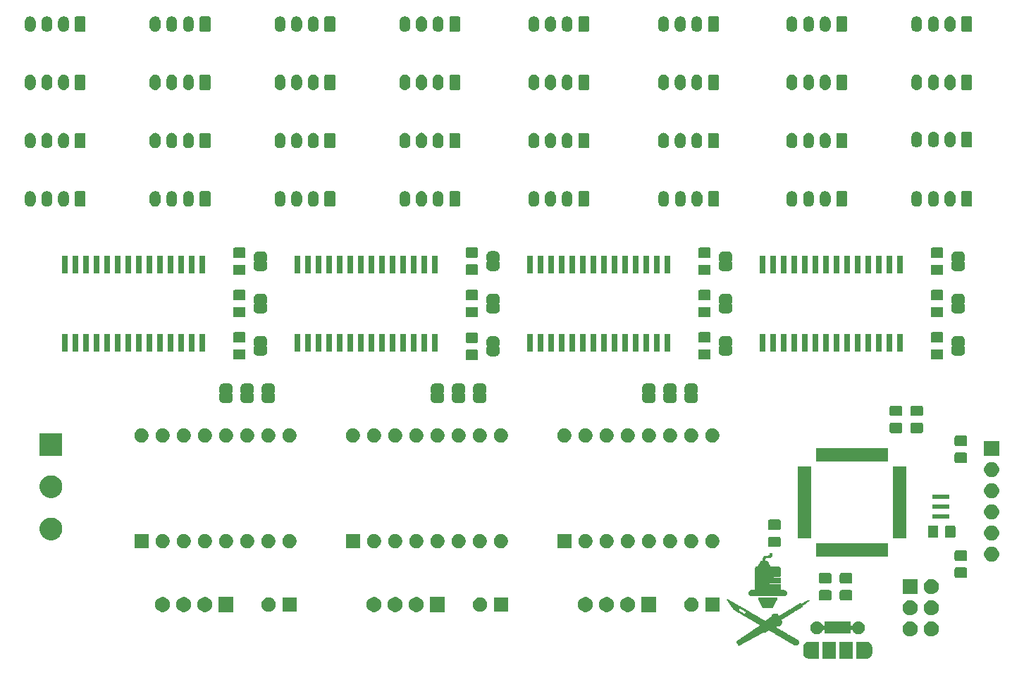
<source format=gbr>
G04 #@! TF.GenerationSoftware,KiCad,Pcbnew,(5.1.5-0-10_14)*
G04 #@! TF.CreationDate,2020-02-24T10:17:45-05:00*
G04 #@! TF.ProjectId,piggyback,70696767-7962-4616-936b-2e6b69636164,rev?*
G04 #@! TF.SameCoordinates,Original*
G04 #@! TF.FileFunction,Soldermask,Top*
G04 #@! TF.FilePolarity,Negative*
%FSLAX46Y46*%
G04 Gerber Fmt 4.6, Leading zero omitted, Abs format (unit mm)*
G04 Created by KiCad (PCBNEW (5.1.5-0-10_14)) date 2020-02-24 10:17:45*
%MOMM*%
%LPD*%
G04 APERTURE LIST*
%ADD10C,0.010000*%
%ADD11C,0.100000*%
G04 APERTURE END LIST*
D10*
G36*
X135111364Y-131710437D02*
G01*
X135110460Y-131757260D01*
X135109451Y-131793370D01*
X135108146Y-131820751D01*
X135106359Y-131841391D01*
X135103900Y-131857275D01*
X135100580Y-131870389D01*
X135096212Y-131882719D01*
X135094633Y-131886650D01*
X135064465Y-131943905D01*
X135023851Y-131994652D01*
X134973657Y-132038156D01*
X134914750Y-132073681D01*
X134847995Y-132100493D01*
X134839654Y-132103044D01*
X134825829Y-132106900D01*
X134812008Y-132110037D01*
X134796628Y-132112562D01*
X134778124Y-132114582D01*
X134754932Y-132116202D01*
X134725489Y-132117530D01*
X134688229Y-132118670D01*
X134641588Y-132119731D01*
X134584003Y-132120817D01*
X134576175Y-132120956D01*
X134360275Y-132124775D01*
X134324053Y-132142561D01*
X134301675Y-132155386D01*
X134281724Y-132169922D01*
X134271666Y-132179561D01*
X134265908Y-132186757D01*
X134261711Y-132193964D01*
X134258828Y-132203211D01*
X134257012Y-132216526D01*
X134256016Y-132235939D01*
X134255595Y-132263480D01*
X134255501Y-132301177D01*
X134255500Y-132312587D01*
X134255500Y-132426400D01*
X134007850Y-132426400D01*
X134007850Y-132303909D01*
X134008692Y-132242464D01*
X134011658Y-132191579D01*
X134017409Y-132149197D01*
X134026603Y-132113262D01*
X134039901Y-132081719D01*
X134057962Y-132052511D01*
X134081447Y-132023582D01*
X134106106Y-131997736D01*
X134157747Y-131953943D01*
X134215707Y-131919795D01*
X134281959Y-131894147D01*
X134287353Y-131892523D01*
X134301185Y-131888679D01*
X134315046Y-131885550D01*
X134330500Y-131883030D01*
X134349112Y-131881012D01*
X134372446Y-131879391D01*
X134402065Y-131878060D01*
X134439534Y-131876912D01*
X134486416Y-131875842D01*
X134544276Y-131874744D01*
X134550775Y-131874627D01*
X134766675Y-131870775D01*
X134803035Y-131852919D01*
X134823462Y-131842564D01*
X134838829Y-131832987D01*
X134849857Y-131822250D01*
X134857266Y-131808415D01*
X134861774Y-131789541D01*
X134864103Y-131763692D01*
X134864971Y-131728927D01*
X134865100Y-131685768D01*
X134865100Y-131569150D01*
X135113806Y-131569150D01*
X135111364Y-131710437D01*
G37*
X135111364Y-131710437D02*
X135110460Y-131757260D01*
X135109451Y-131793370D01*
X135108146Y-131820751D01*
X135106359Y-131841391D01*
X135103900Y-131857275D01*
X135100580Y-131870389D01*
X135096212Y-131882719D01*
X135094633Y-131886650D01*
X135064465Y-131943905D01*
X135023851Y-131994652D01*
X134973657Y-132038156D01*
X134914750Y-132073681D01*
X134847995Y-132100493D01*
X134839654Y-132103044D01*
X134825829Y-132106900D01*
X134812008Y-132110037D01*
X134796628Y-132112562D01*
X134778124Y-132114582D01*
X134754932Y-132116202D01*
X134725489Y-132117530D01*
X134688229Y-132118670D01*
X134641588Y-132119731D01*
X134584003Y-132120817D01*
X134576175Y-132120956D01*
X134360275Y-132124775D01*
X134324053Y-132142561D01*
X134301675Y-132155386D01*
X134281724Y-132169922D01*
X134271666Y-132179561D01*
X134265908Y-132186757D01*
X134261711Y-132193964D01*
X134258828Y-132203211D01*
X134257012Y-132216526D01*
X134256016Y-132235939D01*
X134255595Y-132263480D01*
X134255501Y-132301177D01*
X134255500Y-132312587D01*
X134255500Y-132426400D01*
X134007850Y-132426400D01*
X134007850Y-132303909D01*
X134008692Y-132242464D01*
X134011658Y-132191579D01*
X134017409Y-132149197D01*
X134026603Y-132113262D01*
X134039901Y-132081719D01*
X134057962Y-132052511D01*
X134081447Y-132023582D01*
X134106106Y-131997736D01*
X134157747Y-131953943D01*
X134215707Y-131919795D01*
X134281959Y-131894147D01*
X134287353Y-131892523D01*
X134301185Y-131888679D01*
X134315046Y-131885550D01*
X134330500Y-131883030D01*
X134349112Y-131881012D01*
X134372446Y-131879391D01*
X134402065Y-131878060D01*
X134439534Y-131876912D01*
X134486416Y-131875842D01*
X134544276Y-131874744D01*
X134550775Y-131874627D01*
X134766675Y-131870775D01*
X134803035Y-131852919D01*
X134823462Y-131842564D01*
X134838829Y-131832987D01*
X134849857Y-131822250D01*
X134857266Y-131808415D01*
X134861774Y-131789541D01*
X134864103Y-131763692D01*
X134864971Y-131728927D01*
X134865100Y-131685768D01*
X134865100Y-131569150D01*
X135113806Y-131569150D01*
X135111364Y-131710437D01*
G36*
X134116761Y-132515427D02*
G01*
X134137235Y-132515439D01*
X134210843Y-132515492D01*
X134272850Y-132515607D01*
X134324355Y-132515824D01*
X134366457Y-132516179D01*
X134400256Y-132516709D01*
X134426849Y-132517453D01*
X134447337Y-132518448D01*
X134462817Y-132519731D01*
X134474390Y-132521340D01*
X134483154Y-132523313D01*
X134490208Y-132525686D01*
X134494820Y-132527653D01*
X134512032Y-132537661D01*
X134528428Y-132552380D01*
X134545163Y-132573376D01*
X134563392Y-132602214D01*
X134584268Y-132640460D01*
X134598109Y-132667700D01*
X134616032Y-132703347D01*
X134637112Y-132744816D01*
X134658584Y-132786693D01*
X134675881Y-132820100D01*
X134695774Y-132858290D01*
X134718224Y-132901402D01*
X134740292Y-132943795D01*
X134756881Y-132975675D01*
X134774814Y-133009987D01*
X134793783Y-133046017D01*
X134811445Y-133079331D01*
X134824671Y-133104035D01*
X134852818Y-133156196D01*
X135333621Y-133158010D01*
X135814425Y-133159825D01*
X135855700Y-133174544D01*
X135884291Y-133186687D01*
X135914811Y-133202594D01*
X135933686Y-133214231D01*
X135952599Y-133226656D01*
X135967440Y-133235598D01*
X135975109Y-133239193D01*
X135975227Y-133239200D01*
X135981895Y-133243479D01*
X135993871Y-133254263D01*
X136008131Y-133268465D01*
X136021656Y-133283003D01*
X136031422Y-133294791D01*
X136034326Y-133299525D01*
X136038889Y-133307734D01*
X136048532Y-133323011D01*
X136060497Y-133341048D01*
X136076155Y-133367013D01*
X136091035Y-133396302D01*
X136098597Y-133414073D01*
X136101504Y-133421973D01*
X136103990Y-133429761D01*
X136106094Y-133438453D01*
X136107850Y-133449066D01*
X136109297Y-133462617D01*
X136110470Y-133480122D01*
X136111407Y-133502599D01*
X136112144Y-133531064D01*
X136112718Y-133566534D01*
X136113166Y-133610026D01*
X136113524Y-133662556D01*
X136113829Y-133725142D01*
X136114118Y-133798800D01*
X136114300Y-133848800D01*
X136115725Y-134245675D01*
X136101600Y-134274109D01*
X136089082Y-134294118D01*
X136072281Y-134309148D01*
X136053412Y-134320146D01*
X136019349Y-134337750D01*
X135681937Y-134337785D01*
X135603151Y-134337918D01*
X135532594Y-134338294D01*
X135470943Y-134338898D01*
X135418875Y-134339720D01*
X135377067Y-134340746D01*
X135346196Y-134341965D01*
X135326940Y-134343365D01*
X135321234Y-134344289D01*
X135301564Y-134353681D01*
X135282247Y-134368945D01*
X135278372Y-134373050D01*
X135265562Y-134390349D01*
X135259889Y-134407605D01*
X135258800Y-134426496D01*
X135260014Y-134445381D01*
X135263104Y-134458524D01*
X135265253Y-134461639D01*
X135269257Y-134468713D01*
X135268578Y-134470690D01*
X135270259Y-134478231D01*
X135276412Y-134485310D01*
X135282998Y-134490964D01*
X135289451Y-134495774D01*
X135296807Y-134499818D01*
X135306104Y-134503174D01*
X135318377Y-134505921D01*
X135334664Y-134508135D01*
X135356002Y-134509895D01*
X135383427Y-134511279D01*
X135417976Y-134512364D01*
X135460686Y-134513229D01*
X135512593Y-134513950D01*
X135574734Y-134514607D01*
X135648147Y-134515277D01*
X135679031Y-134515550D01*
X135755729Y-134516238D01*
X135820750Y-134516870D01*
X135875116Y-134517489D01*
X135919849Y-134518141D01*
X135955972Y-134518869D01*
X135984507Y-134519716D01*
X136006476Y-134520728D01*
X136022902Y-134521949D01*
X136034807Y-134523422D01*
X136043213Y-134525191D01*
X136049143Y-134527301D01*
X136053619Y-134529796D01*
X136056488Y-134531835D01*
X136071546Y-134545131D01*
X136088218Y-134562715D01*
X136093457Y-134568928D01*
X136112875Y-134592910D01*
X136114488Y-134812992D01*
X136114901Y-134871654D01*
X136115142Y-134919005D01*
X136115139Y-134956436D01*
X136114819Y-134985335D01*
X136114111Y-135007092D01*
X136112942Y-135023096D01*
X136111239Y-135034738D01*
X136108932Y-135043405D01*
X136105946Y-135050488D01*
X136102210Y-135057376D01*
X136101734Y-135058210D01*
X136087486Y-135077289D01*
X136068266Y-135096154D01*
X136059890Y-135102660D01*
X136032413Y-135121975D01*
X135428119Y-135125150D01*
X135326318Y-135125699D01*
X135236444Y-135126222D01*
X135157722Y-135126737D01*
X135089379Y-135127262D01*
X135030641Y-135127812D01*
X134980735Y-135128406D01*
X134938886Y-135129061D01*
X134904322Y-135129793D01*
X134876267Y-135130620D01*
X134853949Y-135131560D01*
X134836594Y-135132629D01*
X134823429Y-135133845D01*
X134813678Y-135135225D01*
X134806570Y-135136786D01*
X134801330Y-135138545D01*
X134799972Y-135139130D01*
X134781298Y-135151291D01*
X134770018Y-135166003D01*
X134769809Y-135166531D01*
X134765769Y-135185385D01*
X134763869Y-135211658D01*
X134764104Y-135240252D01*
X134766469Y-135266069D01*
X134769916Y-135281364D01*
X134776332Y-135299775D01*
X135393803Y-135299775D01*
X135481622Y-135299824D01*
X135566071Y-135299969D01*
X135646253Y-135300202D01*
X135721274Y-135300516D01*
X135790239Y-135300904D01*
X135852252Y-135301359D01*
X135906418Y-135301875D01*
X135951843Y-135302444D01*
X135987629Y-135303059D01*
X136012884Y-135303714D01*
X136026710Y-135304401D01*
X136028897Y-135304698D01*
X136047975Y-135314149D01*
X136069575Y-135330835D01*
X136089723Y-135351082D01*
X136104442Y-135371213D01*
X136107495Y-135377358D01*
X136109771Y-135389251D01*
X136111727Y-135412213D01*
X136113365Y-135444615D01*
X136114685Y-135484831D01*
X136115686Y-135531234D01*
X136116369Y-135582195D01*
X136116733Y-135636087D01*
X136116780Y-135691283D01*
X136116508Y-135746155D01*
X136115919Y-135799077D01*
X136115012Y-135848419D01*
X136113787Y-135892556D01*
X136112244Y-135929859D01*
X136110384Y-135958701D01*
X136108207Y-135977454D01*
X136107455Y-135981016D01*
X136098860Y-136014150D01*
X136318846Y-136014150D01*
X136383418Y-136014239D01*
X136436783Y-136014627D01*
X136480430Y-136015493D01*
X136515851Y-136017017D01*
X136544537Y-136019378D01*
X136567979Y-136022756D01*
X136587667Y-136027330D01*
X136605094Y-136033280D01*
X136621750Y-136040786D01*
X136639127Y-136050027D01*
X136645213Y-136053454D01*
X136666344Y-136065445D01*
X136684598Y-136075801D01*
X136694943Y-136081668D01*
X136713140Y-136094965D01*
X136733433Y-136114079D01*
X136751381Y-136134484D01*
X136761454Y-136149425D01*
X136772295Y-136166550D01*
X136782675Y-136179125D01*
X136790643Y-136190853D01*
X136800475Y-136210585D01*
X136810154Y-136234235D01*
X136810912Y-136236316D01*
X136818333Y-136258675D01*
X136823125Y-136278962D01*
X136825823Y-136301123D01*
X136826962Y-136329104D01*
X136827116Y-136355840D01*
X136824375Y-136412504D01*
X136815768Y-136460752D01*
X136800383Y-136503863D01*
X136777309Y-136545114D01*
X136772466Y-136552308D01*
X136756965Y-136572501D01*
X136738125Y-136593690D01*
X136718331Y-136613579D01*
X136699969Y-136629868D01*
X136685425Y-136640259D01*
X136678535Y-136642800D01*
X136668705Y-136646804D01*
X136657112Y-136655640D01*
X136643885Y-136664505D01*
X136623333Y-136674658D01*
X136603527Y-136682556D01*
X136563725Y-136696632D01*
X134576175Y-136697781D01*
X134380478Y-136697885D01*
X134197121Y-136697963D01*
X134025743Y-136698012D01*
X133865984Y-136698033D01*
X133717483Y-136698024D01*
X133579881Y-136697983D01*
X133452816Y-136697909D01*
X133335928Y-136697802D01*
X133228857Y-136697660D01*
X133131242Y-136697481D01*
X133042724Y-136697265D01*
X132962941Y-136697011D01*
X132891533Y-136696716D01*
X132828140Y-136696380D01*
X132772402Y-136696002D01*
X132723957Y-136695580D01*
X132682447Y-136695113D01*
X132647509Y-136694601D01*
X132618784Y-136694041D01*
X132595912Y-136693432D01*
X132578532Y-136692774D01*
X132566284Y-136692065D01*
X132558807Y-136691304D01*
X132556875Y-136690937D01*
X132495661Y-136669309D01*
X132438480Y-136636946D01*
X132390187Y-136597245D01*
X132373929Y-136580131D01*
X132362061Y-136565590D01*
X132356907Y-136556502D01*
X132356850Y-136555952D01*
X132353029Y-136548249D01*
X132350500Y-136547550D01*
X132344753Y-136542457D01*
X132344150Y-136538704D01*
X132339041Y-136528832D01*
X132334928Y-136526320D01*
X132329016Y-136518999D01*
X132321063Y-136502443D01*
X132312426Y-136479653D01*
X132308852Y-136468723D01*
X132301405Y-136443412D01*
X132296697Y-136422262D01*
X132294266Y-136401131D01*
X132293649Y-136375878D01*
X132294385Y-136342363D01*
X132294468Y-136339820D01*
X132295919Y-136305814D01*
X132298095Y-136280854D01*
X132301659Y-136261288D01*
X132307279Y-136243462D01*
X132315620Y-136223723D01*
X132315630Y-136223700D01*
X132327247Y-136200328D01*
X132339342Y-136179582D01*
X132348761Y-136166614D01*
X132358654Y-136153956D01*
X132363171Y-136144573D01*
X132363200Y-136144124D01*
X132367730Y-136136138D01*
X132379401Y-136123083D01*
X132395328Y-136107692D01*
X132412631Y-136092697D01*
X132428425Y-136080828D01*
X132433050Y-136077926D01*
X132482954Y-136050825D01*
X132525262Y-136031820D01*
X132558775Y-136021352D01*
X132576133Y-136019147D01*
X132605427Y-136017316D01*
X132645895Y-136015881D01*
X132696779Y-136014862D01*
X132757317Y-136014283D01*
X132808691Y-136014150D01*
X132866817Y-136014117D01*
X132913463Y-136013976D01*
X132949851Y-136013663D01*
X132977201Y-136013114D01*
X132996735Y-136012265D01*
X133009672Y-136011052D01*
X133017234Y-136009410D01*
X133020641Y-136007277D01*
X133021115Y-136004587D01*
X133020642Y-136003037D01*
X133018711Y-135997276D01*
X133016941Y-135990001D01*
X133015324Y-135980682D01*
X133013855Y-135968791D01*
X133012528Y-135953798D01*
X133011338Y-135935175D01*
X133010278Y-135912391D01*
X133009342Y-135884919D01*
X133008525Y-135852229D01*
X133007820Y-135813791D01*
X133007223Y-135769077D01*
X133006726Y-135717558D01*
X133006324Y-135658704D01*
X133006011Y-135591987D01*
X133005782Y-135516877D01*
X133005630Y-135432844D01*
X133005549Y-135339361D01*
X133005534Y-135235898D01*
X133005579Y-135121925D01*
X133005678Y-134996914D01*
X133005825Y-134860335D01*
X133006013Y-134711660D01*
X133006043Y-134689818D01*
X133007725Y-133451925D01*
X133024815Y-133409295D01*
X133038028Y-133380953D01*
X133054716Y-133351288D01*
X133067677Y-133331778D01*
X133080647Y-133313486D01*
X133089904Y-133299028D01*
X133093449Y-133291525D01*
X133093450Y-133291516D01*
X133097726Y-133284191D01*
X133108138Y-133272337D01*
X133121063Y-133259549D01*
X133132875Y-133249425D01*
X133139775Y-133245550D01*
X133146966Y-133242139D01*
X133160989Y-133233313D01*
X133174397Y-133224085D01*
X133232453Y-133189716D01*
X133293055Y-133167635D01*
X133357164Y-133157526D01*
X133380359Y-133156760D01*
X133401451Y-133156038D01*
X133413232Y-133153298D01*
X133419057Y-133147425D01*
X133420646Y-133143409D01*
X133425124Y-133133109D01*
X133434450Y-133114159D01*
X133447363Y-133089044D01*
X133462605Y-133060248D01*
X133466547Y-133052922D01*
X133486496Y-133015609D01*
X133508626Y-132973648D01*
X133530027Y-132932584D01*
X133545409Y-132902650D01*
X133563298Y-132867790D01*
X133584542Y-132826846D01*
X133606482Y-132784917D01*
X133626459Y-132747106D01*
X133626476Y-132747075D01*
X133644843Y-132712318D01*
X133663635Y-132676377D01*
X133680807Y-132643185D01*
X133694316Y-132616676D01*
X133695858Y-132613602D01*
X133705806Y-132593512D01*
X133714691Y-132576359D01*
X133723554Y-132561911D01*
X133733433Y-132549937D01*
X133745367Y-132540206D01*
X133760396Y-132532487D01*
X133779560Y-132526549D01*
X133803897Y-132522160D01*
X133834447Y-132519090D01*
X133872248Y-132517107D01*
X133918341Y-132515981D01*
X133973765Y-132515479D01*
X134039558Y-132515372D01*
X134116761Y-132515427D01*
G37*
X134116761Y-132515427D02*
X134137235Y-132515439D01*
X134210843Y-132515492D01*
X134272850Y-132515607D01*
X134324355Y-132515824D01*
X134366457Y-132516179D01*
X134400256Y-132516709D01*
X134426849Y-132517453D01*
X134447337Y-132518448D01*
X134462817Y-132519731D01*
X134474390Y-132521340D01*
X134483154Y-132523313D01*
X134490208Y-132525686D01*
X134494820Y-132527653D01*
X134512032Y-132537661D01*
X134528428Y-132552380D01*
X134545163Y-132573376D01*
X134563392Y-132602214D01*
X134584268Y-132640460D01*
X134598109Y-132667700D01*
X134616032Y-132703347D01*
X134637112Y-132744816D01*
X134658584Y-132786693D01*
X134675881Y-132820100D01*
X134695774Y-132858290D01*
X134718224Y-132901402D01*
X134740292Y-132943795D01*
X134756881Y-132975675D01*
X134774814Y-133009987D01*
X134793783Y-133046017D01*
X134811445Y-133079331D01*
X134824671Y-133104035D01*
X134852818Y-133156196D01*
X135333621Y-133158010D01*
X135814425Y-133159825D01*
X135855700Y-133174544D01*
X135884291Y-133186687D01*
X135914811Y-133202594D01*
X135933686Y-133214231D01*
X135952599Y-133226656D01*
X135967440Y-133235598D01*
X135975109Y-133239193D01*
X135975227Y-133239200D01*
X135981895Y-133243479D01*
X135993871Y-133254263D01*
X136008131Y-133268465D01*
X136021656Y-133283003D01*
X136031422Y-133294791D01*
X136034326Y-133299525D01*
X136038889Y-133307734D01*
X136048532Y-133323011D01*
X136060497Y-133341048D01*
X136076155Y-133367013D01*
X136091035Y-133396302D01*
X136098597Y-133414073D01*
X136101504Y-133421973D01*
X136103990Y-133429761D01*
X136106094Y-133438453D01*
X136107850Y-133449066D01*
X136109297Y-133462617D01*
X136110470Y-133480122D01*
X136111407Y-133502599D01*
X136112144Y-133531064D01*
X136112718Y-133566534D01*
X136113166Y-133610026D01*
X136113524Y-133662556D01*
X136113829Y-133725142D01*
X136114118Y-133798800D01*
X136114300Y-133848800D01*
X136115725Y-134245675D01*
X136101600Y-134274109D01*
X136089082Y-134294118D01*
X136072281Y-134309148D01*
X136053412Y-134320146D01*
X136019349Y-134337750D01*
X135681937Y-134337785D01*
X135603151Y-134337918D01*
X135532594Y-134338294D01*
X135470943Y-134338898D01*
X135418875Y-134339720D01*
X135377067Y-134340746D01*
X135346196Y-134341965D01*
X135326940Y-134343365D01*
X135321234Y-134344289D01*
X135301564Y-134353681D01*
X135282247Y-134368945D01*
X135278372Y-134373050D01*
X135265562Y-134390349D01*
X135259889Y-134407605D01*
X135258800Y-134426496D01*
X135260014Y-134445381D01*
X135263104Y-134458524D01*
X135265253Y-134461639D01*
X135269257Y-134468713D01*
X135268578Y-134470690D01*
X135270259Y-134478231D01*
X135276412Y-134485310D01*
X135282998Y-134490964D01*
X135289451Y-134495774D01*
X135296807Y-134499818D01*
X135306104Y-134503174D01*
X135318377Y-134505921D01*
X135334664Y-134508135D01*
X135356002Y-134509895D01*
X135383427Y-134511279D01*
X135417976Y-134512364D01*
X135460686Y-134513229D01*
X135512593Y-134513950D01*
X135574734Y-134514607D01*
X135648147Y-134515277D01*
X135679031Y-134515550D01*
X135755729Y-134516238D01*
X135820750Y-134516870D01*
X135875116Y-134517489D01*
X135919849Y-134518141D01*
X135955972Y-134518869D01*
X135984507Y-134519716D01*
X136006476Y-134520728D01*
X136022902Y-134521949D01*
X136034807Y-134523422D01*
X136043213Y-134525191D01*
X136049143Y-134527301D01*
X136053619Y-134529796D01*
X136056488Y-134531835D01*
X136071546Y-134545131D01*
X136088218Y-134562715D01*
X136093457Y-134568928D01*
X136112875Y-134592910D01*
X136114488Y-134812992D01*
X136114901Y-134871654D01*
X136115142Y-134919005D01*
X136115139Y-134956436D01*
X136114819Y-134985335D01*
X136114111Y-135007092D01*
X136112942Y-135023096D01*
X136111239Y-135034738D01*
X136108932Y-135043405D01*
X136105946Y-135050488D01*
X136102210Y-135057376D01*
X136101734Y-135058210D01*
X136087486Y-135077289D01*
X136068266Y-135096154D01*
X136059890Y-135102660D01*
X136032413Y-135121975D01*
X135428119Y-135125150D01*
X135326318Y-135125699D01*
X135236444Y-135126222D01*
X135157722Y-135126737D01*
X135089379Y-135127262D01*
X135030641Y-135127812D01*
X134980735Y-135128406D01*
X134938886Y-135129061D01*
X134904322Y-135129793D01*
X134876267Y-135130620D01*
X134853949Y-135131560D01*
X134836594Y-135132629D01*
X134823429Y-135133845D01*
X134813678Y-135135225D01*
X134806570Y-135136786D01*
X134801330Y-135138545D01*
X134799972Y-135139130D01*
X134781298Y-135151291D01*
X134770018Y-135166003D01*
X134769809Y-135166531D01*
X134765769Y-135185385D01*
X134763869Y-135211658D01*
X134764104Y-135240252D01*
X134766469Y-135266069D01*
X134769916Y-135281364D01*
X134776332Y-135299775D01*
X135393803Y-135299775D01*
X135481622Y-135299824D01*
X135566071Y-135299969D01*
X135646253Y-135300202D01*
X135721274Y-135300516D01*
X135790239Y-135300904D01*
X135852252Y-135301359D01*
X135906418Y-135301875D01*
X135951843Y-135302444D01*
X135987629Y-135303059D01*
X136012884Y-135303714D01*
X136026710Y-135304401D01*
X136028897Y-135304698D01*
X136047975Y-135314149D01*
X136069575Y-135330835D01*
X136089723Y-135351082D01*
X136104442Y-135371213D01*
X136107495Y-135377358D01*
X136109771Y-135389251D01*
X136111727Y-135412213D01*
X136113365Y-135444615D01*
X136114685Y-135484831D01*
X136115686Y-135531234D01*
X136116369Y-135582195D01*
X136116733Y-135636087D01*
X136116780Y-135691283D01*
X136116508Y-135746155D01*
X136115919Y-135799077D01*
X136115012Y-135848419D01*
X136113787Y-135892556D01*
X136112244Y-135929859D01*
X136110384Y-135958701D01*
X136108207Y-135977454D01*
X136107455Y-135981016D01*
X136098860Y-136014150D01*
X136318846Y-136014150D01*
X136383418Y-136014239D01*
X136436783Y-136014627D01*
X136480430Y-136015493D01*
X136515851Y-136017017D01*
X136544537Y-136019378D01*
X136567979Y-136022756D01*
X136587667Y-136027330D01*
X136605094Y-136033280D01*
X136621750Y-136040786D01*
X136639127Y-136050027D01*
X136645213Y-136053454D01*
X136666344Y-136065445D01*
X136684598Y-136075801D01*
X136694943Y-136081668D01*
X136713140Y-136094965D01*
X136733433Y-136114079D01*
X136751381Y-136134484D01*
X136761454Y-136149425D01*
X136772295Y-136166550D01*
X136782675Y-136179125D01*
X136790643Y-136190853D01*
X136800475Y-136210585D01*
X136810154Y-136234235D01*
X136810912Y-136236316D01*
X136818333Y-136258675D01*
X136823125Y-136278962D01*
X136825823Y-136301123D01*
X136826962Y-136329104D01*
X136827116Y-136355840D01*
X136824375Y-136412504D01*
X136815768Y-136460752D01*
X136800383Y-136503863D01*
X136777309Y-136545114D01*
X136772466Y-136552308D01*
X136756965Y-136572501D01*
X136738125Y-136593690D01*
X136718331Y-136613579D01*
X136699969Y-136629868D01*
X136685425Y-136640259D01*
X136678535Y-136642800D01*
X136668705Y-136646804D01*
X136657112Y-136655640D01*
X136643885Y-136664505D01*
X136623333Y-136674658D01*
X136603527Y-136682556D01*
X136563725Y-136696632D01*
X134576175Y-136697781D01*
X134380478Y-136697885D01*
X134197121Y-136697963D01*
X134025743Y-136698012D01*
X133865984Y-136698033D01*
X133717483Y-136698024D01*
X133579881Y-136697983D01*
X133452816Y-136697909D01*
X133335928Y-136697802D01*
X133228857Y-136697660D01*
X133131242Y-136697481D01*
X133042724Y-136697265D01*
X132962941Y-136697011D01*
X132891533Y-136696716D01*
X132828140Y-136696380D01*
X132772402Y-136696002D01*
X132723957Y-136695580D01*
X132682447Y-136695113D01*
X132647509Y-136694601D01*
X132618784Y-136694041D01*
X132595912Y-136693432D01*
X132578532Y-136692774D01*
X132566284Y-136692065D01*
X132558807Y-136691304D01*
X132556875Y-136690937D01*
X132495661Y-136669309D01*
X132438480Y-136636946D01*
X132390187Y-136597245D01*
X132373929Y-136580131D01*
X132362061Y-136565590D01*
X132356907Y-136556502D01*
X132356850Y-136555952D01*
X132353029Y-136548249D01*
X132350500Y-136547550D01*
X132344753Y-136542457D01*
X132344150Y-136538704D01*
X132339041Y-136528832D01*
X132334928Y-136526320D01*
X132329016Y-136518999D01*
X132321063Y-136502443D01*
X132312426Y-136479653D01*
X132308852Y-136468723D01*
X132301405Y-136443412D01*
X132296697Y-136422262D01*
X132294266Y-136401131D01*
X132293649Y-136375878D01*
X132294385Y-136342363D01*
X132294468Y-136339820D01*
X132295919Y-136305814D01*
X132298095Y-136280854D01*
X132301659Y-136261288D01*
X132307279Y-136243462D01*
X132315620Y-136223723D01*
X132315630Y-136223700D01*
X132327247Y-136200328D01*
X132339342Y-136179582D01*
X132348761Y-136166614D01*
X132358654Y-136153956D01*
X132363171Y-136144573D01*
X132363200Y-136144124D01*
X132367730Y-136136138D01*
X132379401Y-136123083D01*
X132395328Y-136107692D01*
X132412631Y-136092697D01*
X132428425Y-136080828D01*
X132433050Y-136077926D01*
X132482954Y-136050825D01*
X132525262Y-136031820D01*
X132558775Y-136021352D01*
X132576133Y-136019147D01*
X132605427Y-136017316D01*
X132645895Y-136015881D01*
X132696779Y-136014862D01*
X132757317Y-136014283D01*
X132808691Y-136014150D01*
X132866817Y-136014117D01*
X132913463Y-136013976D01*
X132949851Y-136013663D01*
X132977201Y-136013114D01*
X132996735Y-136012265D01*
X133009672Y-136011052D01*
X133017234Y-136009410D01*
X133020641Y-136007277D01*
X133021115Y-136004587D01*
X133020642Y-136003037D01*
X133018711Y-135997276D01*
X133016941Y-135990001D01*
X133015324Y-135980682D01*
X133013855Y-135968791D01*
X133012528Y-135953798D01*
X133011338Y-135935175D01*
X133010278Y-135912391D01*
X133009342Y-135884919D01*
X133008525Y-135852229D01*
X133007820Y-135813791D01*
X133007223Y-135769077D01*
X133006726Y-135717558D01*
X133006324Y-135658704D01*
X133006011Y-135591987D01*
X133005782Y-135516877D01*
X133005630Y-135432844D01*
X133005549Y-135339361D01*
X133005534Y-135235898D01*
X133005579Y-135121925D01*
X133005678Y-134996914D01*
X133005825Y-134860335D01*
X133006013Y-134711660D01*
X133006043Y-134689818D01*
X133007725Y-133451925D01*
X133024815Y-133409295D01*
X133038028Y-133380953D01*
X133054716Y-133351288D01*
X133067677Y-133331778D01*
X133080647Y-133313486D01*
X133089904Y-133299028D01*
X133093449Y-133291525D01*
X133093450Y-133291516D01*
X133097726Y-133284191D01*
X133108138Y-133272337D01*
X133121063Y-133259549D01*
X133132875Y-133249425D01*
X133139775Y-133245550D01*
X133146966Y-133242139D01*
X133160989Y-133233313D01*
X133174397Y-133224085D01*
X133232453Y-133189716D01*
X133293055Y-133167635D01*
X133357164Y-133157526D01*
X133380359Y-133156760D01*
X133401451Y-133156038D01*
X133413232Y-133153298D01*
X133419057Y-133147425D01*
X133420646Y-133143409D01*
X133425124Y-133133109D01*
X133434450Y-133114159D01*
X133447363Y-133089044D01*
X133462605Y-133060248D01*
X133466547Y-133052922D01*
X133486496Y-133015609D01*
X133508626Y-132973648D01*
X133530027Y-132932584D01*
X133545409Y-132902650D01*
X133563298Y-132867790D01*
X133584542Y-132826846D01*
X133606482Y-132784917D01*
X133626459Y-132747106D01*
X133626476Y-132747075D01*
X133644843Y-132712318D01*
X133663635Y-132676377D01*
X133680807Y-132643185D01*
X133694316Y-132616676D01*
X133695858Y-132613602D01*
X133705806Y-132593512D01*
X133714691Y-132576359D01*
X133723554Y-132561911D01*
X133733433Y-132549937D01*
X133745367Y-132540206D01*
X133760396Y-132532487D01*
X133779560Y-132526549D01*
X133803897Y-132522160D01*
X133834447Y-132519090D01*
X133872248Y-132517107D01*
X133918341Y-132515981D01*
X133973765Y-132515479D01*
X134039558Y-132515372D01*
X134116761Y-132515427D01*
G36*
X135627100Y-136890922D02*
G01*
X135650960Y-136908828D01*
X135668271Y-136933168D01*
X135671022Y-136938547D01*
X135682521Y-136968144D01*
X135686483Y-136996913D01*
X135682680Y-137027696D01*
X135670882Y-137063337D01*
X135658809Y-137090475D01*
X135646844Y-137114987D01*
X135636580Y-137134923D01*
X135629400Y-137147653D01*
X135627068Y-137150800D01*
X135622773Y-137157373D01*
X135614097Y-137173217D01*
X135602182Y-137196166D01*
X135588169Y-137224055D01*
X135583585Y-137233350D01*
X135568828Y-137262953D01*
X135555490Y-137288890D01*
X135544821Y-137308787D01*
X135538072Y-137320268D01*
X135537073Y-137321631D01*
X135531568Y-137330341D01*
X135521673Y-137348081D01*
X135508653Y-137372509D01*
X135493772Y-137401284D01*
X135489074Y-137410531D01*
X135469666Y-137448658D01*
X135447177Y-137492461D01*
X135424468Y-137536387D01*
X135405347Y-137573075D01*
X135342566Y-137693304D01*
X135279665Y-137814589D01*
X135238855Y-137893750D01*
X135220036Y-137929910D01*
X135199361Y-137968919D01*
X135179396Y-138005974D01*
X135163385Y-138035060D01*
X135155288Y-138050269D01*
X135148547Y-138063618D01*
X135142329Y-138075226D01*
X135135801Y-138085214D01*
X135128131Y-138093701D01*
X135118484Y-138100806D01*
X135106028Y-138106649D01*
X135089930Y-138111349D01*
X135069356Y-138115026D01*
X135043473Y-138117801D01*
X135011448Y-138119791D01*
X134972449Y-138121117D01*
X134925641Y-138121898D01*
X134870192Y-138122255D01*
X134805268Y-138122306D01*
X134730037Y-138122171D01*
X134643665Y-138121970D01*
X134558781Y-138121834D01*
X134457732Y-138121679D01*
X134368835Y-138121424D01*
X134291544Y-138121060D01*
X134225313Y-138120579D01*
X134169593Y-138119973D01*
X134123839Y-138119235D01*
X134087503Y-138118355D01*
X134060038Y-138117325D01*
X134040898Y-138116138D01*
X134029536Y-138114786D01*
X134026236Y-138113896D01*
X134009798Y-138105060D01*
X133999101Y-138097637D01*
X133990238Y-138086757D01*
X133976049Y-138064501D01*
X133956602Y-138030989D01*
X133931966Y-137986344D01*
X133902209Y-137930686D01*
X133867938Y-137865175D01*
X133847314Y-137825428D01*
X133825278Y-137782986D01*
X133803891Y-137741816D01*
X133785213Y-137705885D01*
X133777235Y-137690550D01*
X133758127Y-137653820D01*
X133736616Y-137612449D01*
X133715750Y-137572301D01*
X133702957Y-137547675D01*
X133686145Y-137515312D01*
X133665819Y-137476205D01*
X133644329Y-137434873D01*
X133624026Y-137395836D01*
X133620430Y-137388925D01*
X133600483Y-137350451D01*
X133578798Y-137308400D01*
X133557775Y-137267440D01*
X133539816Y-137232242D01*
X133537156Y-137227000D01*
X133522673Y-137198815D01*
X133509776Y-137174424D01*
X133499776Y-137156255D01*
X133493983Y-137146739D01*
X133493642Y-137146305D01*
X133487784Y-137135914D01*
X133487150Y-137132547D01*
X133483104Y-137124729D01*
X133482387Y-137124341D01*
X133477523Y-137117969D01*
X133469045Y-137103079D01*
X133458654Y-137082688D01*
X133456987Y-137079242D01*
X133440631Y-137035319D01*
X133435913Y-136995177D01*
X133442788Y-136957614D01*
X133451837Y-136936975D01*
X133462176Y-136919596D01*
X133473493Y-136906838D01*
X133489402Y-136895476D01*
X133512550Y-136882785D01*
X133516789Y-136881684D01*
X133525401Y-136880681D01*
X133538897Y-136879771D01*
X133557791Y-136878950D01*
X133582594Y-136878214D01*
X133613819Y-136877560D01*
X133651979Y-136876982D01*
X133697586Y-136876478D01*
X133751152Y-136876044D01*
X133813191Y-136875674D01*
X133884215Y-136875365D01*
X133964735Y-136875114D01*
X134055266Y-136874916D01*
X134156318Y-136874767D01*
X134268406Y-136874663D01*
X134392040Y-136874601D01*
X134527734Y-136874576D01*
X134563475Y-136874575D01*
X135598525Y-136874575D01*
X135627100Y-136890922D01*
G37*
X135627100Y-136890922D02*
X135650960Y-136908828D01*
X135668271Y-136933168D01*
X135671022Y-136938547D01*
X135682521Y-136968144D01*
X135686483Y-136996913D01*
X135682680Y-137027696D01*
X135670882Y-137063337D01*
X135658809Y-137090475D01*
X135646844Y-137114987D01*
X135636580Y-137134923D01*
X135629400Y-137147653D01*
X135627068Y-137150800D01*
X135622773Y-137157373D01*
X135614097Y-137173217D01*
X135602182Y-137196166D01*
X135588169Y-137224055D01*
X135583585Y-137233350D01*
X135568828Y-137262953D01*
X135555490Y-137288890D01*
X135544821Y-137308787D01*
X135538072Y-137320268D01*
X135537073Y-137321631D01*
X135531568Y-137330341D01*
X135521673Y-137348081D01*
X135508653Y-137372509D01*
X135493772Y-137401284D01*
X135489074Y-137410531D01*
X135469666Y-137448658D01*
X135447177Y-137492461D01*
X135424468Y-137536387D01*
X135405347Y-137573075D01*
X135342566Y-137693304D01*
X135279665Y-137814589D01*
X135238855Y-137893750D01*
X135220036Y-137929910D01*
X135199361Y-137968919D01*
X135179396Y-138005974D01*
X135163385Y-138035060D01*
X135155288Y-138050269D01*
X135148547Y-138063618D01*
X135142329Y-138075226D01*
X135135801Y-138085214D01*
X135128131Y-138093701D01*
X135118484Y-138100806D01*
X135106028Y-138106649D01*
X135089930Y-138111349D01*
X135069356Y-138115026D01*
X135043473Y-138117801D01*
X135011448Y-138119791D01*
X134972449Y-138121117D01*
X134925641Y-138121898D01*
X134870192Y-138122255D01*
X134805268Y-138122306D01*
X134730037Y-138122171D01*
X134643665Y-138121970D01*
X134558781Y-138121834D01*
X134457732Y-138121679D01*
X134368835Y-138121424D01*
X134291544Y-138121060D01*
X134225313Y-138120579D01*
X134169593Y-138119973D01*
X134123839Y-138119235D01*
X134087503Y-138118355D01*
X134060038Y-138117325D01*
X134040898Y-138116138D01*
X134029536Y-138114786D01*
X134026236Y-138113896D01*
X134009798Y-138105060D01*
X133999101Y-138097637D01*
X133990238Y-138086757D01*
X133976049Y-138064501D01*
X133956602Y-138030989D01*
X133931966Y-137986344D01*
X133902209Y-137930686D01*
X133867938Y-137865175D01*
X133847314Y-137825428D01*
X133825278Y-137782986D01*
X133803891Y-137741816D01*
X133785213Y-137705885D01*
X133777235Y-137690550D01*
X133758127Y-137653820D01*
X133736616Y-137612449D01*
X133715750Y-137572301D01*
X133702957Y-137547675D01*
X133686145Y-137515312D01*
X133665819Y-137476205D01*
X133644329Y-137434873D01*
X133624026Y-137395836D01*
X133620430Y-137388925D01*
X133600483Y-137350451D01*
X133578798Y-137308400D01*
X133557775Y-137267440D01*
X133539816Y-137232242D01*
X133537156Y-137227000D01*
X133522673Y-137198815D01*
X133509776Y-137174424D01*
X133499776Y-137156255D01*
X133493983Y-137146739D01*
X133493642Y-137146305D01*
X133487784Y-137135914D01*
X133487150Y-137132547D01*
X133483104Y-137124729D01*
X133482387Y-137124341D01*
X133477523Y-137117969D01*
X133469045Y-137103079D01*
X133458654Y-137082688D01*
X133456987Y-137079242D01*
X133440631Y-137035319D01*
X133435913Y-136995177D01*
X133442788Y-136957614D01*
X133451837Y-136936975D01*
X133462176Y-136919596D01*
X133473493Y-136906838D01*
X133489402Y-136895476D01*
X133512550Y-136882785D01*
X133516789Y-136881684D01*
X133525401Y-136880681D01*
X133538897Y-136879771D01*
X133557791Y-136878950D01*
X133582594Y-136878214D01*
X133613819Y-136877560D01*
X133651979Y-136876982D01*
X133697586Y-136876478D01*
X133751152Y-136876044D01*
X133813191Y-136875674D01*
X133884215Y-136875365D01*
X133964735Y-136875114D01*
X134055266Y-136874916D01*
X134156318Y-136874767D01*
X134268406Y-136874663D01*
X134392040Y-136874601D01*
X134527734Y-136874576D01*
X134563475Y-136874575D01*
X135598525Y-136874575D01*
X135627100Y-136890922D01*
G36*
X139529188Y-137216206D02*
G01*
X139531575Y-137219703D01*
X139531228Y-137223273D01*
X139526369Y-137230137D01*
X139513803Y-137244667D01*
X139494772Y-137265519D01*
X139470519Y-137291347D01*
X139442284Y-137320808D01*
X139419782Y-137343928D01*
X139310389Y-137455611D01*
X139019732Y-137631020D01*
X138964095Y-137664601D01*
X138911423Y-137696402D01*
X138862778Y-137725780D01*
X138819221Y-137752095D01*
X138781815Y-137774704D01*
X138751621Y-137792967D01*
X138729701Y-137806240D01*
X138717117Y-137813882D01*
X138714787Y-137815311D01*
X138704052Y-137824703D01*
X138700500Y-137832148D01*
X138703668Y-137840969D01*
X138712086Y-137857354D01*
X138724121Y-137878192D01*
X138727910Y-137884389D01*
X138744379Y-137911518D01*
X138754706Y-137930188D01*
X138759801Y-137942502D01*
X138760575Y-137950562D01*
X138758649Y-137955431D01*
X138752144Y-137960598D01*
X138736456Y-137971162D01*
X138713313Y-137986014D01*
X138684443Y-138004050D01*
X138651572Y-138024164D01*
X138646525Y-138027218D01*
X138604855Y-138052410D01*
X138556551Y-138081632D01*
X138505837Y-138112327D01*
X138456935Y-138141938D01*
X138421100Y-138163650D01*
X138389665Y-138182689D01*
X138347942Y-138207938D01*
X138296515Y-138239046D01*
X138235966Y-138275658D01*
X138166880Y-138317423D01*
X138089841Y-138363988D01*
X138005433Y-138415000D01*
X137914239Y-138470106D01*
X137816844Y-138528954D01*
X137713830Y-138591190D01*
X137605783Y-138656462D01*
X137493285Y-138724418D01*
X137376921Y-138794703D01*
X137257275Y-138866967D01*
X137134930Y-138940855D01*
X137010470Y-139016016D01*
X136884480Y-139092096D01*
X136836775Y-139120901D01*
X136757931Y-139168517D01*
X136681822Y-139214498D01*
X136609193Y-139258394D01*
X136540787Y-139299754D01*
X136477351Y-139338127D01*
X136419629Y-139373061D01*
X136368367Y-139404106D01*
X136324310Y-139430810D01*
X136288202Y-139452723D01*
X136260790Y-139469393D01*
X136242817Y-139480369D01*
X136235248Y-139485058D01*
X136219654Y-139494999D01*
X136210953Y-139499119D01*
X136205183Y-139498189D01*
X136198381Y-139492976D01*
X136197630Y-139492362D01*
X136192133Y-139485199D01*
X136180945Y-139468455D01*
X136164894Y-139443447D01*
X136144811Y-139411492D01*
X136121525Y-139373909D01*
X136095864Y-139332013D01*
X136074941Y-139297530D01*
X136041504Y-139241818D01*
X136014666Y-139196228D01*
X135994128Y-139160219D01*
X135979594Y-139133248D01*
X135970766Y-139114773D01*
X135967348Y-139104250D01*
X135967620Y-139101725D01*
X135968388Y-139100601D01*
X135969570Y-139099276D01*
X135971572Y-139097503D01*
X135974805Y-139095032D01*
X135979675Y-139091616D01*
X135986593Y-139087004D01*
X135995966Y-139080949D01*
X136008204Y-139073201D01*
X136023714Y-139063512D01*
X136042905Y-139051634D01*
X136066187Y-139037316D01*
X136093967Y-139020311D01*
X136126654Y-139000370D01*
X136164657Y-138977244D01*
X136208384Y-138950684D01*
X136258244Y-138920442D01*
X136314646Y-138886269D01*
X136377997Y-138847915D01*
X136448708Y-138805133D01*
X136527186Y-138757674D01*
X136613839Y-138705288D01*
X136709077Y-138647727D01*
X136813308Y-138584743D01*
X136926941Y-138516086D01*
X137050384Y-138441507D01*
X137184046Y-138360759D01*
X137268575Y-138309694D01*
X137398926Y-138230946D01*
X137518930Y-138158448D01*
X137629107Y-138091883D01*
X137729981Y-138030937D01*
X137822075Y-137975292D01*
X137905910Y-137924633D01*
X137982011Y-137878644D01*
X138050898Y-137837009D01*
X138113096Y-137799412D01*
X138169126Y-137765537D01*
X138219511Y-137735068D01*
X138264774Y-137707690D01*
X138305438Y-137683085D01*
X138342024Y-137660939D01*
X138375057Y-137640935D01*
X138405057Y-137622758D01*
X138432549Y-137606091D01*
X138458054Y-137590619D01*
X138463658Y-137587218D01*
X138487032Y-137573902D01*
X138507002Y-137564119D01*
X138520731Y-137559181D01*
X138524641Y-137559022D01*
X138531616Y-137565742D01*
X138542846Y-137580880D01*
X138556416Y-137601756D01*
X138563310Y-137613216D01*
X138577260Y-137635878D01*
X138589713Y-137654085D01*
X138598788Y-137665172D01*
X138601435Y-137667200D01*
X138605350Y-137666513D01*
X138613844Y-137662846D01*
X138627468Y-137655876D01*
X138646775Y-137645279D01*
X138672315Y-137630729D01*
X138704639Y-137611903D01*
X138744298Y-137588477D01*
X138791844Y-137560127D01*
X138847828Y-137526527D01*
X138912801Y-137487355D01*
X138987315Y-137442285D01*
X139071920Y-137390993D01*
X139101329Y-137373143D01*
X139133004Y-137353949D01*
X139159397Y-137338282D01*
X139182427Y-137325348D01*
X139204011Y-137314355D01*
X139226070Y-137304509D01*
X139250521Y-137295018D01*
X139279284Y-137285089D01*
X139314278Y-137273930D01*
X139357421Y-137260746D01*
X139410633Y-137244746D01*
X139415847Y-137243181D01*
X139456882Y-137231022D01*
X139487280Y-137222496D01*
X139508495Y-137217352D01*
X139521979Y-137215339D01*
X139529188Y-137216206D01*
G37*
X139529188Y-137216206D02*
X139531575Y-137219703D01*
X139531228Y-137223273D01*
X139526369Y-137230137D01*
X139513803Y-137244667D01*
X139494772Y-137265519D01*
X139470519Y-137291347D01*
X139442284Y-137320808D01*
X139419782Y-137343928D01*
X139310389Y-137455611D01*
X139019732Y-137631020D01*
X138964095Y-137664601D01*
X138911423Y-137696402D01*
X138862778Y-137725780D01*
X138819221Y-137752095D01*
X138781815Y-137774704D01*
X138751621Y-137792967D01*
X138729701Y-137806240D01*
X138717117Y-137813882D01*
X138714787Y-137815311D01*
X138704052Y-137824703D01*
X138700500Y-137832148D01*
X138703668Y-137840969D01*
X138712086Y-137857354D01*
X138724121Y-137878192D01*
X138727910Y-137884389D01*
X138744379Y-137911518D01*
X138754706Y-137930188D01*
X138759801Y-137942502D01*
X138760575Y-137950562D01*
X138758649Y-137955431D01*
X138752144Y-137960598D01*
X138736456Y-137971162D01*
X138713313Y-137986014D01*
X138684443Y-138004050D01*
X138651572Y-138024164D01*
X138646525Y-138027218D01*
X138604855Y-138052410D01*
X138556551Y-138081632D01*
X138505837Y-138112327D01*
X138456935Y-138141938D01*
X138421100Y-138163650D01*
X138389665Y-138182689D01*
X138347942Y-138207938D01*
X138296515Y-138239046D01*
X138235966Y-138275658D01*
X138166880Y-138317423D01*
X138089841Y-138363988D01*
X138005433Y-138415000D01*
X137914239Y-138470106D01*
X137816844Y-138528954D01*
X137713830Y-138591190D01*
X137605783Y-138656462D01*
X137493285Y-138724418D01*
X137376921Y-138794703D01*
X137257275Y-138866967D01*
X137134930Y-138940855D01*
X137010470Y-139016016D01*
X136884480Y-139092096D01*
X136836775Y-139120901D01*
X136757931Y-139168517D01*
X136681822Y-139214498D01*
X136609193Y-139258394D01*
X136540787Y-139299754D01*
X136477351Y-139338127D01*
X136419629Y-139373061D01*
X136368367Y-139404106D01*
X136324310Y-139430810D01*
X136288202Y-139452723D01*
X136260790Y-139469393D01*
X136242817Y-139480369D01*
X136235248Y-139485058D01*
X136219654Y-139494999D01*
X136210953Y-139499119D01*
X136205183Y-139498189D01*
X136198381Y-139492976D01*
X136197630Y-139492362D01*
X136192133Y-139485199D01*
X136180945Y-139468455D01*
X136164894Y-139443447D01*
X136144811Y-139411492D01*
X136121525Y-139373909D01*
X136095864Y-139332013D01*
X136074941Y-139297530D01*
X136041504Y-139241818D01*
X136014666Y-139196228D01*
X135994128Y-139160219D01*
X135979594Y-139133248D01*
X135970766Y-139114773D01*
X135967348Y-139104250D01*
X135967620Y-139101725D01*
X135968388Y-139100601D01*
X135969570Y-139099276D01*
X135971572Y-139097503D01*
X135974805Y-139095032D01*
X135979675Y-139091616D01*
X135986593Y-139087004D01*
X135995966Y-139080949D01*
X136008204Y-139073201D01*
X136023714Y-139063512D01*
X136042905Y-139051634D01*
X136066187Y-139037316D01*
X136093967Y-139020311D01*
X136126654Y-139000370D01*
X136164657Y-138977244D01*
X136208384Y-138950684D01*
X136258244Y-138920442D01*
X136314646Y-138886269D01*
X136377997Y-138847915D01*
X136448708Y-138805133D01*
X136527186Y-138757674D01*
X136613839Y-138705288D01*
X136709077Y-138647727D01*
X136813308Y-138584743D01*
X136926941Y-138516086D01*
X137050384Y-138441507D01*
X137184046Y-138360759D01*
X137268575Y-138309694D01*
X137398926Y-138230946D01*
X137518930Y-138158448D01*
X137629107Y-138091883D01*
X137729981Y-138030937D01*
X137822075Y-137975292D01*
X137905910Y-137924633D01*
X137982011Y-137878644D01*
X138050898Y-137837009D01*
X138113096Y-137799412D01*
X138169126Y-137765537D01*
X138219511Y-137735068D01*
X138264774Y-137707690D01*
X138305438Y-137683085D01*
X138342024Y-137660939D01*
X138375057Y-137640935D01*
X138405057Y-137622758D01*
X138432549Y-137606091D01*
X138458054Y-137590619D01*
X138463658Y-137587218D01*
X138487032Y-137573902D01*
X138507002Y-137564119D01*
X138520731Y-137559181D01*
X138524641Y-137559022D01*
X138531616Y-137565742D01*
X138542846Y-137580880D01*
X138556416Y-137601756D01*
X138563310Y-137613216D01*
X138577260Y-137635878D01*
X138589713Y-137654085D01*
X138598788Y-137665172D01*
X138601435Y-137667200D01*
X138605350Y-137666513D01*
X138613844Y-137662846D01*
X138627468Y-137655876D01*
X138646775Y-137645279D01*
X138672315Y-137630729D01*
X138704639Y-137611903D01*
X138744298Y-137588477D01*
X138791844Y-137560127D01*
X138847828Y-137526527D01*
X138912801Y-137487355D01*
X138987315Y-137442285D01*
X139071920Y-137390993D01*
X139101329Y-137373143D01*
X139133004Y-137353949D01*
X139159397Y-137338282D01*
X139182427Y-137325348D01*
X139204011Y-137314355D01*
X139226070Y-137304509D01*
X139250521Y-137295018D01*
X139279284Y-137285089D01*
X139314278Y-137273930D01*
X139357421Y-137260746D01*
X139410633Y-137244746D01*
X139415847Y-137243181D01*
X139456882Y-137231022D01*
X139487280Y-137222496D01*
X139508495Y-137217352D01*
X139521979Y-137215339D01*
X139529188Y-137216206D01*
G36*
X129731824Y-137109466D02*
G01*
X129749246Y-137118386D01*
X129775306Y-137132466D01*
X129808853Y-137151064D01*
X129848733Y-137173535D01*
X129893795Y-137199237D01*
X129942888Y-137227527D01*
X129984042Y-137251445D01*
X130037714Y-137282746D01*
X130100299Y-137319230D01*
X130169732Y-137359694D01*
X130243947Y-137402935D01*
X130320880Y-137447750D01*
X130398466Y-137492937D01*
X130474639Y-137537291D01*
X130547335Y-137579612D01*
X130578850Y-137597954D01*
X130656688Y-137643376D01*
X130724014Y-137682936D01*
X130781393Y-137716979D01*
X130829391Y-137745855D01*
X130868573Y-137769910D01*
X130899505Y-137789492D01*
X130922751Y-137804949D01*
X130938878Y-137816628D01*
X130948451Y-137824878D01*
X130949132Y-137825595D01*
X130978808Y-137864404D01*
X131005190Y-137911830D01*
X131026112Y-137963840D01*
X131030006Y-137976300D01*
X131037289Y-137999616D01*
X131043845Y-138018188D01*
X131048454Y-138028612D01*
X131049036Y-138029420D01*
X131054080Y-138026766D01*
X131063398Y-138015043D01*
X131075365Y-137996433D01*
X131081550Y-137985739D01*
X131095811Y-137961179D01*
X131109585Y-137939014D01*
X131120484Y-137923043D01*
X131122926Y-137919919D01*
X131132925Y-137909065D01*
X131140796Y-137907083D01*
X131152379Y-137912954D01*
X131154676Y-137914374D01*
X131174257Y-137926285D01*
X131202212Y-137942958D01*
X131237359Y-137963712D01*
X131278517Y-137987865D01*
X131324507Y-138014735D01*
X131374146Y-138043638D01*
X131426254Y-138073895D01*
X131479650Y-138104822D01*
X131533154Y-138135737D01*
X131585584Y-138165959D01*
X131635760Y-138194805D01*
X131682500Y-138221593D01*
X131724623Y-138245642D01*
X131760950Y-138266269D01*
X131790299Y-138282792D01*
X131811488Y-138294530D01*
X131823338Y-138300800D01*
X131825138Y-138301604D01*
X131837146Y-138307093D01*
X131858290Y-138318166D01*
X131886890Y-138333844D01*
X131921269Y-138353147D01*
X131959747Y-138375096D01*
X132000646Y-138398710D01*
X132042288Y-138423010D01*
X132082995Y-138447016D01*
X132121088Y-138469750D01*
X132154888Y-138490230D01*
X132182717Y-138507478D01*
X132202896Y-138520513D01*
X132213748Y-138528356D01*
X132213975Y-138528557D01*
X132230857Y-138541773D01*
X132252717Y-138556354D01*
X132264775Y-138563492D01*
X132273346Y-138568309D01*
X132283528Y-138574095D01*
X132296180Y-138581348D01*
X132312157Y-138590566D01*
X132332319Y-138602249D01*
X132357523Y-138616896D01*
X132388626Y-138635005D01*
X132426485Y-138657076D01*
X132471959Y-138683606D01*
X132525905Y-138715096D01*
X132589181Y-138752043D01*
X132655300Y-138790657D01*
X132717332Y-138826881D01*
X132786748Y-138867405D01*
X132861788Y-138911202D01*
X132940692Y-138957247D01*
X133021700Y-139004511D01*
X133103050Y-139051968D01*
X133182984Y-139098592D01*
X133259741Y-139143355D01*
X133331560Y-139185231D01*
X133396681Y-139223193D01*
X133453345Y-139256213D01*
X133474450Y-139268508D01*
X133507929Y-139288020D01*
X133550718Y-139312974D01*
X133601160Y-139342404D01*
X133657601Y-139375344D01*
X133718386Y-139410827D01*
X133781857Y-139447887D01*
X133846362Y-139485558D01*
X133910243Y-139522873D01*
X133931408Y-139535239D01*
X134004062Y-139577513D01*
X134068491Y-139614640D01*
X134124310Y-139646406D01*
X134171134Y-139672598D01*
X134208578Y-139693001D01*
X134236257Y-139707404D01*
X134253785Y-139715592D01*
X134260296Y-139717521D01*
X134270643Y-139713502D01*
X134288891Y-139703306D01*
X134312747Y-139688330D01*
X134339918Y-139669970D01*
X134349437Y-139663252D01*
X134378238Y-139642775D01*
X134408363Y-139621519D01*
X134441141Y-139598560D01*
X134477904Y-139572976D01*
X134519980Y-139543842D01*
X134568701Y-139510235D01*
X134625396Y-139471232D01*
X134684125Y-139430899D01*
X134722118Y-139404763D01*
X134762500Y-139376885D01*
X134801795Y-139349668D01*
X134836527Y-139325521D01*
X134856353Y-139311670D01*
X134888043Y-139289524D01*
X134926003Y-139263090D01*
X134966045Y-139235281D01*
X135003977Y-139209009D01*
X135014026Y-139202066D01*
X135043512Y-139181311D01*
X135069437Y-139162320D01*
X135089911Y-139146537D01*
X135103041Y-139135407D01*
X135106826Y-139131203D01*
X135108434Y-139115305D01*
X135103140Y-139097853D01*
X135094571Y-139061675D01*
X135097064Y-139023528D01*
X135105883Y-138996608D01*
X135110634Y-138987438D01*
X135116892Y-138978886D01*
X135126121Y-138969863D01*
X135139783Y-138959277D01*
X135159343Y-138946037D01*
X135186263Y-138929053D01*
X135222006Y-138907233D01*
X135241672Y-138895356D01*
X135282733Y-138870774D01*
X135314646Y-138852159D01*
X135339018Y-138838718D01*
X135357452Y-138829659D01*
X135371554Y-138824190D01*
X135382928Y-138821518D01*
X135392584Y-138820850D01*
X135422799Y-138825407D01*
X135453136Y-138837527D01*
X135478626Y-138854880D01*
X135488950Y-138866038D01*
X135499325Y-138878186D01*
X135507201Y-138884207D01*
X135507991Y-138884350D01*
X135515715Y-138881270D01*
X135531173Y-138873119D01*
X135551309Y-138861526D01*
X135555609Y-138858950D01*
X135581048Y-138844743D01*
X135601006Y-138836876D01*
X135619951Y-138833792D01*
X135628601Y-138833550D01*
X135665105Y-138838560D01*
X135694075Y-138853435D01*
X135704295Y-138863062D01*
X135706873Y-138866336D01*
X135710919Y-138872152D01*
X135716812Y-138881134D01*
X135724934Y-138893903D01*
X135735665Y-138911083D01*
X135749386Y-138933296D01*
X135766477Y-138961165D01*
X135787319Y-138995314D01*
X135812293Y-139036364D01*
X135841778Y-139084939D01*
X135876157Y-139141662D01*
X135915809Y-139207155D01*
X135961115Y-139282041D01*
X136012455Y-139366944D01*
X136033573Y-139401875D01*
X136060884Y-139447003D01*
X136092594Y-139499321D01*
X136126489Y-139555180D01*
X136160352Y-139610927D01*
X136191968Y-139662914D01*
X136205079Y-139684450D01*
X136232309Y-139729320D01*
X136253579Y-139764905D01*
X136269649Y-139792694D01*
X136281276Y-139814181D01*
X136289217Y-139830857D01*
X136294232Y-139844215D01*
X136297078Y-139855744D01*
X136298513Y-139866939D01*
X136298648Y-139868600D01*
X136297177Y-139899329D01*
X136286731Y-139925335D01*
X136266027Y-139948780D01*
X136239657Y-139968150D01*
X136214499Y-139984291D01*
X136198368Y-139995392D01*
X136189702Y-140003425D01*
X136186936Y-140010361D01*
X136188509Y-140018170D01*
X136192411Y-140027740D01*
X136200386Y-140058887D01*
X136200785Y-140091889D01*
X136193879Y-140121929D01*
X136186304Y-140136583D01*
X136176029Y-140146782D01*
X136156662Y-140161806D01*
X136130250Y-140180385D01*
X136098844Y-140201250D01*
X136064492Y-140223130D01*
X136029244Y-140244756D01*
X135995148Y-140264859D01*
X135964254Y-140282168D01*
X135938611Y-140295413D01*
X135920267Y-140303326D01*
X135914792Y-140304834D01*
X135881421Y-140305690D01*
X135850740Y-140295630D01*
X135820494Y-140273877D01*
X135817803Y-140271401D01*
X135800944Y-140256868D01*
X135786711Y-140246781D01*
X135778841Y-140243473D01*
X135770052Y-140246381D01*
X135752572Y-140254144D01*
X135728892Y-140265598D01*
X135701504Y-140279577D01*
X135700125Y-140280299D01*
X135640268Y-140311721D01*
X135590777Y-140337852D01*
X135550731Y-140359215D01*
X135519205Y-140376335D01*
X135495276Y-140389736D01*
X135478021Y-140399943D01*
X135466517Y-140407479D01*
X135459840Y-140412869D01*
X135457068Y-140416638D01*
X135456910Y-140418413D01*
X135462527Y-140422516D01*
X135478592Y-140432684D01*
X135504573Y-140448601D01*
X135539936Y-140469955D01*
X135584147Y-140496432D01*
X135636672Y-140527718D01*
X135696978Y-140563499D01*
X135764532Y-140603461D01*
X135838799Y-140647292D01*
X135919246Y-140694676D01*
X136005340Y-140745300D01*
X136096546Y-140798850D01*
X136192332Y-140855013D01*
X136292164Y-140913476D01*
X136395508Y-140973923D01*
X136501830Y-141036041D01*
X136610597Y-141099517D01*
X136721276Y-141164037D01*
X136833333Y-141229287D01*
X136946233Y-141294954D01*
X137059025Y-141360479D01*
X137096131Y-141382045D01*
X137140333Y-141407770D01*
X137187763Y-141435401D01*
X137234556Y-141462687D01*
X137271750Y-141484398D01*
X137348683Y-141529336D01*
X137416006Y-141568664D01*
X137475076Y-141603174D01*
X137527251Y-141633661D01*
X137573888Y-141660917D01*
X137616345Y-141685735D01*
X137655978Y-141708909D01*
X137694145Y-141731233D01*
X137728950Y-141751594D01*
X137774138Y-141778007D01*
X137825318Y-141807880D01*
X137877986Y-141838586D01*
X137927639Y-141867500D01*
X137960725Y-141886740D01*
X137998416Y-141908648D01*
X138035448Y-141930188D01*
X138069286Y-141949885D01*
X138097396Y-141966262D01*
X138117243Y-141977845D01*
X138118300Y-141978463D01*
X138172209Y-142015536D01*
X138215915Y-142058330D01*
X138250750Y-142108524D01*
X138278045Y-142167799D01*
X138285587Y-142189525D01*
X138293761Y-142217582D01*
X138298856Y-142243545D01*
X138301554Y-142272272D01*
X138302539Y-142308621D01*
X138302552Y-142310175D01*
X138300298Y-142365476D01*
X138291912Y-142411807D01*
X138276332Y-142451840D01*
X138252496Y-142488250D01*
X138219342Y-142523709D01*
X138216729Y-142526147D01*
X138167681Y-142563559D01*
X138110401Y-142593384D01*
X138047799Y-142614127D01*
X138043223Y-142615217D01*
X138001580Y-142622138D01*
X137956706Y-142624974D01*
X137911997Y-142623888D01*
X137870848Y-142619048D01*
X137836657Y-142610620D01*
X137821807Y-142604391D01*
X137817103Y-142601821D01*
X137808326Y-142596851D01*
X137794877Y-142589134D01*
X137776160Y-142578324D01*
X137751577Y-142564071D01*
X137720533Y-142546030D01*
X137682429Y-142523852D01*
X137636669Y-142497191D01*
X137582656Y-142465698D01*
X137519792Y-142429027D01*
X137447481Y-142386830D01*
X137365125Y-142338759D01*
X137316200Y-142310198D01*
X137278922Y-142288436D01*
X137233738Y-142262061D01*
X137183711Y-142232860D01*
X137131904Y-142202621D01*
X137081379Y-142173132D01*
X137049500Y-142154526D01*
X136999365Y-142125257D01*
X136941962Y-142091732D01*
X136880987Y-142056108D01*
X136820131Y-142020544D01*
X136763089Y-141987197D01*
X136728825Y-141967159D01*
X136652948Y-141922795D01*
X136568928Y-141873702D01*
X136479075Y-141821227D01*
X136385703Y-141766721D01*
X136291125Y-141711534D01*
X136197652Y-141657013D01*
X136107599Y-141604509D01*
X136023277Y-141555372D01*
X135946999Y-141510950D01*
X135928725Y-141500313D01*
X135897266Y-141481998D01*
X135855975Y-141457947D01*
X135805987Y-141428823D01*
X135748440Y-141395290D01*
X135684472Y-141358010D01*
X135615219Y-141317645D01*
X135541819Y-141274859D01*
X135465410Y-141230314D01*
X135387127Y-141184674D01*
X135308108Y-141138600D01*
X135244123Y-141101289D01*
X135147609Y-141045116D01*
X135060219Y-140994477D01*
X134982153Y-140949486D01*
X134913611Y-140910254D01*
X134854792Y-140876895D01*
X134805895Y-140849521D01*
X134767120Y-140828244D01*
X134738668Y-140813178D01*
X134720736Y-140804435D01*
X134713898Y-140802058D01*
X134702769Y-140805000D01*
X134682807Y-140813137D01*
X134656252Y-140825444D01*
X134625344Y-140840896D01*
X134601575Y-140853436D01*
X134562312Y-140874423D01*
X134519574Y-140896956D01*
X134477716Y-140918758D01*
X134441093Y-140937552D01*
X134430125Y-140943095D01*
X134392254Y-140962432D01*
X134349237Y-140984883D01*
X134306996Y-141007332D01*
X134278625Y-141022715D01*
X134235599Y-141045424D01*
X134201198Y-141061082D01*
X134173646Y-141069921D01*
X134151161Y-141072169D01*
X134131966Y-141068059D01*
X134114280Y-141057818D01*
X134100437Y-141045770D01*
X134085680Y-141033116D01*
X134073356Y-141025403D01*
X134069400Y-141024300D01*
X134060399Y-141027325D01*
X134043265Y-141035482D01*
X134020770Y-141047392D01*
X134003998Y-141056832D01*
X133980001Y-141070367D01*
X133947720Y-141088160D01*
X133910132Y-141108594D01*
X133870210Y-141130050D01*
X133833225Y-141149700D01*
X133793134Y-141171014D01*
X133751932Y-141193183D01*
X133712790Y-141214483D01*
X133678879Y-141233189D01*
X133655425Y-141246397D01*
X133628638Y-141261483D01*
X133593869Y-141280692D01*
X133554379Y-141302242D01*
X133513429Y-141324351D01*
X133480800Y-141341782D01*
X133440783Y-141363172D01*
X133399224Y-141385623D01*
X133359476Y-141407306D01*
X133324898Y-141426391D01*
X133303000Y-141438681D01*
X133275403Y-141454122D01*
X133239814Y-141473685D01*
X133199489Y-141495598D01*
X133157688Y-141518091D01*
X133122025Y-141537085D01*
X133081950Y-141558451D01*
X133040765Y-141580662D01*
X133001635Y-141601993D01*
X132967728Y-141620717D01*
X132944225Y-141633955D01*
X132917433Y-141649032D01*
X132882658Y-141668228D01*
X132843161Y-141689760D01*
X132802205Y-141711848D01*
X132769600Y-141729245D01*
X132726067Y-141752521D01*
X132677678Y-141778692D01*
X132628875Y-141805340D01*
X132584099Y-141830042D01*
X132560050Y-141843463D01*
X132519915Y-141865798D01*
X132475801Y-141890015D01*
X132432089Y-141913729D01*
X132393159Y-141934555D01*
X132379075Y-141941979D01*
X132342326Y-141961491D01*
X132299335Y-141984726D01*
X132254875Y-142009083D01*
X132213717Y-142031959D01*
X132204450Y-142037172D01*
X132165701Y-142058830D01*
X132123251Y-142082221D01*
X132081574Y-142104902D01*
X132045143Y-142124425D01*
X132036175Y-142129160D01*
X132005000Y-142145732D01*
X131966327Y-142166582D01*
X131923729Y-142189766D01*
X131880780Y-142213343D01*
X131848850Y-142231023D01*
X131804965Y-142255267D01*
X131755563Y-142282282D01*
X131705211Y-142309586D01*
X131658476Y-142334699D01*
X131632950Y-142348277D01*
X131593961Y-142369067D01*
X131553463Y-142390940D01*
X131514942Y-142411996D01*
X131481882Y-142430335D01*
X131464675Y-142440068D01*
X131430199Y-142459529D01*
X131391047Y-142481199D01*
X131353506Y-142501614D01*
X131337675Y-142510071D01*
X131306705Y-142526563D01*
X131269296Y-142546610D01*
X131230159Y-142567681D01*
X131194003Y-142587248D01*
X131193939Y-142587283D01*
X131165248Y-142602746D01*
X131140765Y-142615722D01*
X131122530Y-142625147D01*
X131112585Y-142629955D01*
X131111389Y-142630348D01*
X131104378Y-142628013D01*
X131093200Y-142623957D01*
X131087031Y-142619330D01*
X131077695Y-142608478D01*
X131064702Y-142590664D01*
X131047563Y-142565149D01*
X131025787Y-142531196D01*
X130998887Y-142488065D01*
X130966372Y-142435018D01*
X130948737Y-142405999D01*
X130914591Y-142349466D01*
X130886684Y-142302661D01*
X130864503Y-142264551D01*
X130847536Y-142234107D01*
X130835272Y-142210297D01*
X130827198Y-142192090D01*
X130822802Y-142178456D01*
X130821573Y-142168364D01*
X130822999Y-142160783D01*
X130825009Y-142156864D01*
X130830581Y-142152790D01*
X130846037Y-142142123D01*
X130870698Y-142125317D01*
X130903884Y-142102829D01*
X130944916Y-142075114D01*
X130993113Y-142042626D01*
X131047795Y-142005820D01*
X131108283Y-141965153D01*
X131173896Y-141921078D01*
X131243956Y-141874051D01*
X131317781Y-141824528D01*
X131394693Y-141772963D01*
X131474010Y-141719812D01*
X131555054Y-141665529D01*
X131637145Y-141610570D01*
X131719602Y-141555390D01*
X131801746Y-141500445D01*
X131882896Y-141446188D01*
X131962374Y-141393076D01*
X132039499Y-141341563D01*
X132113591Y-141292105D01*
X132183970Y-141245157D01*
X132249957Y-141201174D01*
X132310871Y-141160611D01*
X132366033Y-141123923D01*
X132414763Y-141091566D01*
X132456381Y-141063994D01*
X132490206Y-141041663D01*
X132515561Y-141025027D01*
X132520895Y-141021552D01*
X132543166Y-141006924D01*
X132573626Y-140986699D01*
X132609965Y-140962424D01*
X132649871Y-140935644D01*
X132691031Y-140907908D01*
X132716107Y-140890950D01*
X132815946Y-140823592D01*
X132926150Y-140749745D01*
X133046832Y-140669332D01*
X133178106Y-140582278D01*
X133239479Y-140541700D01*
X133313108Y-140492919D01*
X133380242Y-140448157D01*
X133440363Y-140407767D01*
X133492956Y-140372106D01*
X133537504Y-140341527D01*
X133573491Y-140316384D01*
X133600402Y-140297033D01*
X133617719Y-140283828D01*
X133624926Y-140277124D01*
X133625058Y-140276858D01*
X133624458Y-140264873D01*
X133622103Y-140260631D01*
X133613494Y-140240810D01*
X133611746Y-140215144D01*
X133617117Y-140188634D01*
X133618242Y-140185657D01*
X133623939Y-140169603D01*
X133626243Y-140159270D01*
X133625949Y-140157683D01*
X133623954Y-140156350D01*
X133618550Y-140153044D01*
X133609337Y-140147531D01*
X133595919Y-140139578D01*
X133577894Y-140128953D01*
X133554866Y-140115423D01*
X133526436Y-140098756D01*
X133492205Y-140078717D01*
X133451774Y-140055074D01*
X133404744Y-140027596D01*
X133350718Y-139996047D01*
X133289297Y-139960197D01*
X133220081Y-139919812D01*
X133142673Y-139874659D01*
X133056673Y-139824505D01*
X132961683Y-139769118D01*
X132857305Y-139708264D01*
X132743140Y-139641712D01*
X132618789Y-139569227D01*
X132487025Y-139492426D01*
X132395536Y-139439095D01*
X132301996Y-139384557D01*
X132207590Y-139329503D01*
X132113505Y-139274626D01*
X132020926Y-139220617D01*
X131931040Y-139168169D01*
X131845033Y-139117974D01*
X131764090Y-139070724D01*
X131689398Y-139027111D01*
X131622143Y-138987828D01*
X131563510Y-138953566D01*
X131515475Y-138925478D01*
X131449179Y-138886705D01*
X131379535Y-138845990D01*
X131308532Y-138804496D01*
X131238161Y-138763384D01*
X131170410Y-138723818D01*
X131107271Y-138686958D01*
X131050733Y-138653969D01*
X131002785Y-138626011D01*
X130994775Y-138621342D01*
X130948622Y-138594323D01*
X130906033Y-138569146D01*
X130868236Y-138546555D01*
X130836459Y-138527296D01*
X130811929Y-138512113D01*
X130795875Y-138501750D01*
X130789524Y-138496952D01*
X130789481Y-138496865D01*
X130791318Y-138488540D01*
X130798198Y-138472989D01*
X130806944Y-138456609D01*
X130817309Y-138437686D01*
X131016264Y-138437686D01*
X131016561Y-138438841D01*
X131022901Y-138443759D01*
X131038959Y-138454248D01*
X131063444Y-138469548D01*
X131095065Y-138488897D01*
X131132531Y-138511532D01*
X131174551Y-138536694D01*
X131219835Y-138563621D01*
X131267092Y-138591550D01*
X131315032Y-138619722D01*
X131362363Y-138647373D01*
X131407794Y-138673744D01*
X131450036Y-138698072D01*
X131487796Y-138719597D01*
X131519785Y-138737556D01*
X131544711Y-138751189D01*
X131556750Y-138757488D01*
X131579123Y-138769316D01*
X131609149Y-138785884D01*
X131643603Y-138805379D01*
X131679260Y-138825986D01*
X131696450Y-138836091D01*
X131727710Y-138854216D01*
X131755771Y-138869795D01*
X131778575Y-138881741D01*
X131794068Y-138888965D01*
X131799547Y-138890632D01*
X131809447Y-138885671D01*
X131821292Y-138873117D01*
X131825616Y-138866887D01*
X131833222Y-138854415D01*
X131846025Y-138832936D01*
X131862856Y-138804435D01*
X131882544Y-138770895D01*
X131903920Y-138734298D01*
X131912156Y-138720151D01*
X131935243Y-138680351D01*
X131952555Y-138650046D01*
X131964741Y-138627776D01*
X131972452Y-138612078D01*
X131976337Y-138601495D01*
X131977045Y-138594564D01*
X131975227Y-138589825D01*
X131971812Y-138586081D01*
X131963687Y-138580353D01*
X131945910Y-138569078D01*
X131919825Y-138553069D01*
X131886775Y-138533135D01*
X131848102Y-138510087D01*
X131805149Y-138484737D01*
X131766300Y-138461998D01*
X131717713Y-138433648D01*
X131669549Y-138405515D01*
X131623680Y-138378693D01*
X131581981Y-138354279D01*
X131546323Y-138333369D01*
X131518580Y-138317060D01*
X131505950Y-138309607D01*
X131436195Y-138268440D01*
X131376611Y-138233531D01*
X131326532Y-138204513D01*
X131285292Y-138181021D01*
X131252225Y-138162690D01*
X131226665Y-138149152D01*
X131207947Y-138140044D01*
X131195403Y-138134999D01*
X131188370Y-138133651D01*
X131186666Y-138134293D01*
X131181723Y-138141448D01*
X131171338Y-138158066D01*
X131156432Y-138182618D01*
X131137924Y-138213575D01*
X131116736Y-138249409D01*
X131095625Y-138285441D01*
X131066377Y-138336206D01*
X131043940Y-138376573D01*
X131028192Y-138406782D01*
X131019008Y-138427073D01*
X131016264Y-138437686D01*
X130817309Y-138437686D01*
X130819780Y-138433175D01*
X130825307Y-138418709D01*
X130822982Y-138411437D01*
X130812266Y-138409581D01*
X130793162Y-138411298D01*
X130753187Y-138412524D01*
X130709379Y-138407586D01*
X130663966Y-138397374D01*
X130619177Y-138382777D01*
X130577239Y-138364686D01*
X130540382Y-138343989D01*
X130510834Y-138321576D01*
X130490824Y-138298336D01*
X130485841Y-138288643D01*
X130474555Y-138268409D01*
X130459805Y-138250587D01*
X130458456Y-138249350D01*
X130448116Y-138238084D01*
X130432813Y-138218789D01*
X130414529Y-138194071D01*
X130395244Y-138166535D01*
X130393267Y-138163625D01*
X130352381Y-138103396D01*
X130309247Y-138040157D01*
X130266471Y-137977714D01*
X130226659Y-137919874D01*
X130206394Y-137890575D01*
X130186313Y-137861491D01*
X130162366Y-137826637D01*
X130137806Y-137790756D01*
X130119274Y-137763575D01*
X130096697Y-137730454D01*
X130072050Y-137694418D01*
X130048582Y-137660211D01*
X130032305Y-137636575D01*
X130013469Y-137609233D01*
X129990250Y-137575432D01*
X129965414Y-137539208D01*
X129941732Y-137504595D01*
X129938626Y-137500050D01*
X129916717Y-137468017D01*
X129894597Y-137435752D01*
X129874531Y-137406555D01*
X129858786Y-137383726D01*
X129855790Y-137379400D01*
X129837889Y-137353493D01*
X129816972Y-137323092D01*
X129797168Y-137294198D01*
X129794640Y-137290500D01*
X129767049Y-137250213D01*
X129745564Y-137219118D01*
X129729219Y-137195859D01*
X129717049Y-137179078D01*
X129708089Y-137167418D01*
X129701732Y-137159915D01*
X129692845Y-137146825D01*
X129689850Y-137137087D01*
X129695139Y-137124101D01*
X129707629Y-137112378D01*
X129722246Y-137106457D01*
X129724192Y-137106349D01*
X129731824Y-137109466D01*
G37*
X129731824Y-137109466D02*
X129749246Y-137118386D01*
X129775306Y-137132466D01*
X129808853Y-137151064D01*
X129848733Y-137173535D01*
X129893795Y-137199237D01*
X129942888Y-137227527D01*
X129984042Y-137251445D01*
X130037714Y-137282746D01*
X130100299Y-137319230D01*
X130169732Y-137359694D01*
X130243947Y-137402935D01*
X130320880Y-137447750D01*
X130398466Y-137492937D01*
X130474639Y-137537291D01*
X130547335Y-137579612D01*
X130578850Y-137597954D01*
X130656688Y-137643376D01*
X130724014Y-137682936D01*
X130781393Y-137716979D01*
X130829391Y-137745855D01*
X130868573Y-137769910D01*
X130899505Y-137789492D01*
X130922751Y-137804949D01*
X130938878Y-137816628D01*
X130948451Y-137824878D01*
X130949132Y-137825595D01*
X130978808Y-137864404D01*
X131005190Y-137911830D01*
X131026112Y-137963840D01*
X131030006Y-137976300D01*
X131037289Y-137999616D01*
X131043845Y-138018188D01*
X131048454Y-138028612D01*
X131049036Y-138029420D01*
X131054080Y-138026766D01*
X131063398Y-138015043D01*
X131075365Y-137996433D01*
X131081550Y-137985739D01*
X131095811Y-137961179D01*
X131109585Y-137939014D01*
X131120484Y-137923043D01*
X131122926Y-137919919D01*
X131132925Y-137909065D01*
X131140796Y-137907083D01*
X131152379Y-137912954D01*
X131154676Y-137914374D01*
X131174257Y-137926285D01*
X131202212Y-137942958D01*
X131237359Y-137963712D01*
X131278517Y-137987865D01*
X131324507Y-138014735D01*
X131374146Y-138043638D01*
X131426254Y-138073895D01*
X131479650Y-138104822D01*
X131533154Y-138135737D01*
X131585584Y-138165959D01*
X131635760Y-138194805D01*
X131682500Y-138221593D01*
X131724623Y-138245642D01*
X131760950Y-138266269D01*
X131790299Y-138282792D01*
X131811488Y-138294530D01*
X131823338Y-138300800D01*
X131825138Y-138301604D01*
X131837146Y-138307093D01*
X131858290Y-138318166D01*
X131886890Y-138333844D01*
X131921269Y-138353147D01*
X131959747Y-138375096D01*
X132000646Y-138398710D01*
X132042288Y-138423010D01*
X132082995Y-138447016D01*
X132121088Y-138469750D01*
X132154888Y-138490230D01*
X132182717Y-138507478D01*
X132202896Y-138520513D01*
X132213748Y-138528356D01*
X132213975Y-138528557D01*
X132230857Y-138541773D01*
X132252717Y-138556354D01*
X132264775Y-138563492D01*
X132273346Y-138568309D01*
X132283528Y-138574095D01*
X132296180Y-138581348D01*
X132312157Y-138590566D01*
X132332319Y-138602249D01*
X132357523Y-138616896D01*
X132388626Y-138635005D01*
X132426485Y-138657076D01*
X132471959Y-138683606D01*
X132525905Y-138715096D01*
X132589181Y-138752043D01*
X132655300Y-138790657D01*
X132717332Y-138826881D01*
X132786748Y-138867405D01*
X132861788Y-138911202D01*
X132940692Y-138957247D01*
X133021700Y-139004511D01*
X133103050Y-139051968D01*
X133182984Y-139098592D01*
X133259741Y-139143355D01*
X133331560Y-139185231D01*
X133396681Y-139223193D01*
X133453345Y-139256213D01*
X133474450Y-139268508D01*
X133507929Y-139288020D01*
X133550718Y-139312974D01*
X133601160Y-139342404D01*
X133657601Y-139375344D01*
X133718386Y-139410827D01*
X133781857Y-139447887D01*
X133846362Y-139485558D01*
X133910243Y-139522873D01*
X133931408Y-139535239D01*
X134004062Y-139577513D01*
X134068491Y-139614640D01*
X134124310Y-139646406D01*
X134171134Y-139672598D01*
X134208578Y-139693001D01*
X134236257Y-139707404D01*
X134253785Y-139715592D01*
X134260296Y-139717521D01*
X134270643Y-139713502D01*
X134288891Y-139703306D01*
X134312747Y-139688330D01*
X134339918Y-139669970D01*
X134349437Y-139663252D01*
X134378238Y-139642775D01*
X134408363Y-139621519D01*
X134441141Y-139598560D01*
X134477904Y-139572976D01*
X134519980Y-139543842D01*
X134568701Y-139510235D01*
X134625396Y-139471232D01*
X134684125Y-139430899D01*
X134722118Y-139404763D01*
X134762500Y-139376885D01*
X134801795Y-139349668D01*
X134836527Y-139325521D01*
X134856353Y-139311670D01*
X134888043Y-139289524D01*
X134926003Y-139263090D01*
X134966045Y-139235281D01*
X135003977Y-139209009D01*
X135014026Y-139202066D01*
X135043512Y-139181311D01*
X135069437Y-139162320D01*
X135089911Y-139146537D01*
X135103041Y-139135407D01*
X135106826Y-139131203D01*
X135108434Y-139115305D01*
X135103140Y-139097853D01*
X135094571Y-139061675D01*
X135097064Y-139023528D01*
X135105883Y-138996608D01*
X135110634Y-138987438D01*
X135116892Y-138978886D01*
X135126121Y-138969863D01*
X135139783Y-138959277D01*
X135159343Y-138946037D01*
X135186263Y-138929053D01*
X135222006Y-138907233D01*
X135241672Y-138895356D01*
X135282733Y-138870774D01*
X135314646Y-138852159D01*
X135339018Y-138838718D01*
X135357452Y-138829659D01*
X135371554Y-138824190D01*
X135382928Y-138821518D01*
X135392584Y-138820850D01*
X135422799Y-138825407D01*
X135453136Y-138837527D01*
X135478626Y-138854880D01*
X135488950Y-138866038D01*
X135499325Y-138878186D01*
X135507201Y-138884207D01*
X135507991Y-138884350D01*
X135515715Y-138881270D01*
X135531173Y-138873119D01*
X135551309Y-138861526D01*
X135555609Y-138858950D01*
X135581048Y-138844743D01*
X135601006Y-138836876D01*
X135619951Y-138833792D01*
X135628601Y-138833550D01*
X135665105Y-138838560D01*
X135694075Y-138853435D01*
X135704295Y-138863062D01*
X135706873Y-138866336D01*
X135710919Y-138872152D01*
X135716812Y-138881134D01*
X135724934Y-138893903D01*
X135735665Y-138911083D01*
X135749386Y-138933296D01*
X135766477Y-138961165D01*
X135787319Y-138995314D01*
X135812293Y-139036364D01*
X135841778Y-139084939D01*
X135876157Y-139141662D01*
X135915809Y-139207155D01*
X135961115Y-139282041D01*
X136012455Y-139366944D01*
X136033573Y-139401875D01*
X136060884Y-139447003D01*
X136092594Y-139499321D01*
X136126489Y-139555180D01*
X136160352Y-139610927D01*
X136191968Y-139662914D01*
X136205079Y-139684450D01*
X136232309Y-139729320D01*
X136253579Y-139764905D01*
X136269649Y-139792694D01*
X136281276Y-139814181D01*
X136289217Y-139830857D01*
X136294232Y-139844215D01*
X136297078Y-139855744D01*
X136298513Y-139866939D01*
X136298648Y-139868600D01*
X136297177Y-139899329D01*
X136286731Y-139925335D01*
X136266027Y-139948780D01*
X136239657Y-139968150D01*
X136214499Y-139984291D01*
X136198368Y-139995392D01*
X136189702Y-140003425D01*
X136186936Y-140010361D01*
X136188509Y-140018170D01*
X136192411Y-140027740D01*
X136200386Y-140058887D01*
X136200785Y-140091889D01*
X136193879Y-140121929D01*
X136186304Y-140136583D01*
X136176029Y-140146782D01*
X136156662Y-140161806D01*
X136130250Y-140180385D01*
X136098844Y-140201250D01*
X136064492Y-140223130D01*
X136029244Y-140244756D01*
X135995148Y-140264859D01*
X135964254Y-140282168D01*
X135938611Y-140295413D01*
X135920267Y-140303326D01*
X135914792Y-140304834D01*
X135881421Y-140305690D01*
X135850740Y-140295630D01*
X135820494Y-140273877D01*
X135817803Y-140271401D01*
X135800944Y-140256868D01*
X135786711Y-140246781D01*
X135778841Y-140243473D01*
X135770052Y-140246381D01*
X135752572Y-140254144D01*
X135728892Y-140265598D01*
X135701504Y-140279577D01*
X135700125Y-140280299D01*
X135640268Y-140311721D01*
X135590777Y-140337852D01*
X135550731Y-140359215D01*
X135519205Y-140376335D01*
X135495276Y-140389736D01*
X135478021Y-140399943D01*
X135466517Y-140407479D01*
X135459840Y-140412869D01*
X135457068Y-140416638D01*
X135456910Y-140418413D01*
X135462527Y-140422516D01*
X135478592Y-140432684D01*
X135504573Y-140448601D01*
X135539936Y-140469955D01*
X135584147Y-140496432D01*
X135636672Y-140527718D01*
X135696978Y-140563499D01*
X135764532Y-140603461D01*
X135838799Y-140647292D01*
X135919246Y-140694676D01*
X136005340Y-140745300D01*
X136096546Y-140798850D01*
X136192332Y-140855013D01*
X136292164Y-140913476D01*
X136395508Y-140973923D01*
X136501830Y-141036041D01*
X136610597Y-141099517D01*
X136721276Y-141164037D01*
X136833333Y-141229287D01*
X136946233Y-141294954D01*
X137059025Y-141360479D01*
X137096131Y-141382045D01*
X137140333Y-141407770D01*
X137187763Y-141435401D01*
X137234556Y-141462687D01*
X137271750Y-141484398D01*
X137348683Y-141529336D01*
X137416006Y-141568664D01*
X137475076Y-141603174D01*
X137527251Y-141633661D01*
X137573888Y-141660917D01*
X137616345Y-141685735D01*
X137655978Y-141708909D01*
X137694145Y-141731233D01*
X137728950Y-141751594D01*
X137774138Y-141778007D01*
X137825318Y-141807880D01*
X137877986Y-141838586D01*
X137927639Y-141867500D01*
X137960725Y-141886740D01*
X137998416Y-141908648D01*
X138035448Y-141930188D01*
X138069286Y-141949885D01*
X138097396Y-141966262D01*
X138117243Y-141977845D01*
X138118300Y-141978463D01*
X138172209Y-142015536D01*
X138215915Y-142058330D01*
X138250750Y-142108524D01*
X138278045Y-142167799D01*
X138285587Y-142189525D01*
X138293761Y-142217582D01*
X138298856Y-142243545D01*
X138301554Y-142272272D01*
X138302539Y-142308621D01*
X138302552Y-142310175D01*
X138300298Y-142365476D01*
X138291912Y-142411807D01*
X138276332Y-142451840D01*
X138252496Y-142488250D01*
X138219342Y-142523709D01*
X138216729Y-142526147D01*
X138167681Y-142563559D01*
X138110401Y-142593384D01*
X138047799Y-142614127D01*
X138043223Y-142615217D01*
X138001580Y-142622138D01*
X137956706Y-142624974D01*
X137911997Y-142623888D01*
X137870848Y-142619048D01*
X137836657Y-142610620D01*
X137821807Y-142604391D01*
X137817103Y-142601821D01*
X137808326Y-142596851D01*
X137794877Y-142589134D01*
X137776160Y-142578324D01*
X137751577Y-142564071D01*
X137720533Y-142546030D01*
X137682429Y-142523852D01*
X137636669Y-142497191D01*
X137582656Y-142465698D01*
X137519792Y-142429027D01*
X137447481Y-142386830D01*
X137365125Y-142338759D01*
X137316200Y-142310198D01*
X137278922Y-142288436D01*
X137233738Y-142262061D01*
X137183711Y-142232860D01*
X137131904Y-142202621D01*
X137081379Y-142173132D01*
X137049500Y-142154526D01*
X136999365Y-142125257D01*
X136941962Y-142091732D01*
X136880987Y-142056108D01*
X136820131Y-142020544D01*
X136763089Y-141987197D01*
X136728825Y-141967159D01*
X136652948Y-141922795D01*
X136568928Y-141873702D01*
X136479075Y-141821227D01*
X136385703Y-141766721D01*
X136291125Y-141711534D01*
X136197652Y-141657013D01*
X136107599Y-141604509D01*
X136023277Y-141555372D01*
X135946999Y-141510950D01*
X135928725Y-141500313D01*
X135897266Y-141481998D01*
X135855975Y-141457947D01*
X135805987Y-141428823D01*
X135748440Y-141395290D01*
X135684472Y-141358010D01*
X135615219Y-141317645D01*
X135541819Y-141274859D01*
X135465410Y-141230314D01*
X135387127Y-141184674D01*
X135308108Y-141138600D01*
X135244123Y-141101289D01*
X135147609Y-141045116D01*
X135060219Y-140994477D01*
X134982153Y-140949486D01*
X134913611Y-140910254D01*
X134854792Y-140876895D01*
X134805895Y-140849521D01*
X134767120Y-140828244D01*
X134738668Y-140813178D01*
X134720736Y-140804435D01*
X134713898Y-140802058D01*
X134702769Y-140805000D01*
X134682807Y-140813137D01*
X134656252Y-140825444D01*
X134625344Y-140840896D01*
X134601575Y-140853436D01*
X134562312Y-140874423D01*
X134519574Y-140896956D01*
X134477716Y-140918758D01*
X134441093Y-140937552D01*
X134430125Y-140943095D01*
X134392254Y-140962432D01*
X134349237Y-140984883D01*
X134306996Y-141007332D01*
X134278625Y-141022715D01*
X134235599Y-141045424D01*
X134201198Y-141061082D01*
X134173646Y-141069921D01*
X134151161Y-141072169D01*
X134131966Y-141068059D01*
X134114280Y-141057818D01*
X134100437Y-141045770D01*
X134085680Y-141033116D01*
X134073356Y-141025403D01*
X134069400Y-141024300D01*
X134060399Y-141027325D01*
X134043265Y-141035482D01*
X134020770Y-141047392D01*
X134003998Y-141056832D01*
X133980001Y-141070367D01*
X133947720Y-141088160D01*
X133910132Y-141108594D01*
X133870210Y-141130050D01*
X133833225Y-141149700D01*
X133793134Y-141171014D01*
X133751932Y-141193183D01*
X133712790Y-141214483D01*
X133678879Y-141233189D01*
X133655425Y-141246397D01*
X133628638Y-141261483D01*
X133593869Y-141280692D01*
X133554379Y-141302242D01*
X133513429Y-141324351D01*
X133480800Y-141341782D01*
X133440783Y-141363172D01*
X133399224Y-141385623D01*
X133359476Y-141407306D01*
X133324898Y-141426391D01*
X133303000Y-141438681D01*
X133275403Y-141454122D01*
X133239814Y-141473685D01*
X133199489Y-141495598D01*
X133157688Y-141518091D01*
X133122025Y-141537085D01*
X133081950Y-141558451D01*
X133040765Y-141580662D01*
X133001635Y-141601993D01*
X132967728Y-141620717D01*
X132944225Y-141633955D01*
X132917433Y-141649032D01*
X132882658Y-141668228D01*
X132843161Y-141689760D01*
X132802205Y-141711848D01*
X132769600Y-141729245D01*
X132726067Y-141752521D01*
X132677678Y-141778692D01*
X132628875Y-141805340D01*
X132584099Y-141830042D01*
X132560050Y-141843463D01*
X132519915Y-141865798D01*
X132475801Y-141890015D01*
X132432089Y-141913729D01*
X132393159Y-141934555D01*
X132379075Y-141941979D01*
X132342326Y-141961491D01*
X132299335Y-141984726D01*
X132254875Y-142009083D01*
X132213717Y-142031959D01*
X132204450Y-142037172D01*
X132165701Y-142058830D01*
X132123251Y-142082221D01*
X132081574Y-142104902D01*
X132045143Y-142124425D01*
X132036175Y-142129160D01*
X132005000Y-142145732D01*
X131966327Y-142166582D01*
X131923729Y-142189766D01*
X131880780Y-142213343D01*
X131848850Y-142231023D01*
X131804965Y-142255267D01*
X131755563Y-142282282D01*
X131705211Y-142309586D01*
X131658476Y-142334699D01*
X131632950Y-142348277D01*
X131593961Y-142369067D01*
X131553463Y-142390940D01*
X131514942Y-142411996D01*
X131481882Y-142430335D01*
X131464675Y-142440068D01*
X131430199Y-142459529D01*
X131391047Y-142481199D01*
X131353506Y-142501614D01*
X131337675Y-142510071D01*
X131306705Y-142526563D01*
X131269296Y-142546610D01*
X131230159Y-142567681D01*
X131194003Y-142587248D01*
X131193939Y-142587283D01*
X131165248Y-142602746D01*
X131140765Y-142615722D01*
X131122530Y-142625147D01*
X131112585Y-142629955D01*
X131111389Y-142630348D01*
X131104378Y-142628013D01*
X131093200Y-142623957D01*
X131087031Y-142619330D01*
X131077695Y-142608478D01*
X131064702Y-142590664D01*
X131047563Y-142565149D01*
X131025787Y-142531196D01*
X130998887Y-142488065D01*
X130966372Y-142435018D01*
X130948737Y-142405999D01*
X130914591Y-142349466D01*
X130886684Y-142302661D01*
X130864503Y-142264551D01*
X130847536Y-142234107D01*
X130835272Y-142210297D01*
X130827198Y-142192090D01*
X130822802Y-142178456D01*
X130821573Y-142168364D01*
X130822999Y-142160783D01*
X130825009Y-142156864D01*
X130830581Y-142152790D01*
X130846037Y-142142123D01*
X130870698Y-142125317D01*
X130903884Y-142102829D01*
X130944916Y-142075114D01*
X130993113Y-142042626D01*
X131047795Y-142005820D01*
X131108283Y-141965153D01*
X131173896Y-141921078D01*
X131243956Y-141874051D01*
X131317781Y-141824528D01*
X131394693Y-141772963D01*
X131474010Y-141719812D01*
X131555054Y-141665529D01*
X131637145Y-141610570D01*
X131719602Y-141555390D01*
X131801746Y-141500445D01*
X131882896Y-141446188D01*
X131962374Y-141393076D01*
X132039499Y-141341563D01*
X132113591Y-141292105D01*
X132183970Y-141245157D01*
X132249957Y-141201174D01*
X132310871Y-141160611D01*
X132366033Y-141123923D01*
X132414763Y-141091566D01*
X132456381Y-141063994D01*
X132490206Y-141041663D01*
X132515561Y-141025027D01*
X132520895Y-141021552D01*
X132543166Y-141006924D01*
X132573626Y-140986699D01*
X132609965Y-140962424D01*
X132649871Y-140935644D01*
X132691031Y-140907908D01*
X132716107Y-140890950D01*
X132815946Y-140823592D01*
X132926150Y-140749745D01*
X133046832Y-140669332D01*
X133178106Y-140582278D01*
X133239479Y-140541700D01*
X133313108Y-140492919D01*
X133380242Y-140448157D01*
X133440363Y-140407767D01*
X133492956Y-140372106D01*
X133537504Y-140341527D01*
X133573491Y-140316384D01*
X133600402Y-140297033D01*
X133617719Y-140283828D01*
X133624926Y-140277124D01*
X133625058Y-140276858D01*
X133624458Y-140264873D01*
X133622103Y-140260631D01*
X133613494Y-140240810D01*
X133611746Y-140215144D01*
X133617117Y-140188634D01*
X133618242Y-140185657D01*
X133623939Y-140169603D01*
X133626243Y-140159270D01*
X133625949Y-140157683D01*
X133623954Y-140156350D01*
X133618550Y-140153044D01*
X133609337Y-140147531D01*
X133595919Y-140139578D01*
X133577894Y-140128953D01*
X133554866Y-140115423D01*
X133526436Y-140098756D01*
X133492205Y-140078717D01*
X133451774Y-140055074D01*
X133404744Y-140027596D01*
X133350718Y-139996047D01*
X133289297Y-139960197D01*
X133220081Y-139919812D01*
X133142673Y-139874659D01*
X133056673Y-139824505D01*
X132961683Y-139769118D01*
X132857305Y-139708264D01*
X132743140Y-139641712D01*
X132618789Y-139569227D01*
X132487025Y-139492426D01*
X132395536Y-139439095D01*
X132301996Y-139384557D01*
X132207590Y-139329503D01*
X132113505Y-139274626D01*
X132020926Y-139220617D01*
X131931040Y-139168169D01*
X131845033Y-139117974D01*
X131764090Y-139070724D01*
X131689398Y-139027111D01*
X131622143Y-138987828D01*
X131563510Y-138953566D01*
X131515475Y-138925478D01*
X131449179Y-138886705D01*
X131379535Y-138845990D01*
X131308532Y-138804496D01*
X131238161Y-138763384D01*
X131170410Y-138723818D01*
X131107271Y-138686958D01*
X131050733Y-138653969D01*
X131002785Y-138626011D01*
X130994775Y-138621342D01*
X130948622Y-138594323D01*
X130906033Y-138569146D01*
X130868236Y-138546555D01*
X130836459Y-138527296D01*
X130811929Y-138512113D01*
X130795875Y-138501750D01*
X130789524Y-138496952D01*
X130789481Y-138496865D01*
X130791318Y-138488540D01*
X130798198Y-138472989D01*
X130806944Y-138456609D01*
X130817309Y-138437686D01*
X131016264Y-138437686D01*
X131016561Y-138438841D01*
X131022901Y-138443759D01*
X131038959Y-138454248D01*
X131063444Y-138469548D01*
X131095065Y-138488897D01*
X131132531Y-138511532D01*
X131174551Y-138536694D01*
X131219835Y-138563621D01*
X131267092Y-138591550D01*
X131315032Y-138619722D01*
X131362363Y-138647373D01*
X131407794Y-138673744D01*
X131450036Y-138698072D01*
X131487796Y-138719597D01*
X131519785Y-138737556D01*
X131544711Y-138751189D01*
X131556750Y-138757488D01*
X131579123Y-138769316D01*
X131609149Y-138785884D01*
X131643603Y-138805379D01*
X131679260Y-138825986D01*
X131696450Y-138836091D01*
X131727710Y-138854216D01*
X131755771Y-138869795D01*
X131778575Y-138881741D01*
X131794068Y-138888965D01*
X131799547Y-138890632D01*
X131809447Y-138885671D01*
X131821292Y-138873117D01*
X131825616Y-138866887D01*
X131833222Y-138854415D01*
X131846025Y-138832936D01*
X131862856Y-138804435D01*
X131882544Y-138770895D01*
X131903920Y-138734298D01*
X131912156Y-138720151D01*
X131935243Y-138680351D01*
X131952555Y-138650046D01*
X131964741Y-138627776D01*
X131972452Y-138612078D01*
X131976337Y-138601495D01*
X131977045Y-138594564D01*
X131975227Y-138589825D01*
X131971812Y-138586081D01*
X131963687Y-138580353D01*
X131945910Y-138569078D01*
X131919825Y-138553069D01*
X131886775Y-138533135D01*
X131848102Y-138510087D01*
X131805149Y-138484737D01*
X131766300Y-138461998D01*
X131717713Y-138433648D01*
X131669549Y-138405515D01*
X131623680Y-138378693D01*
X131581981Y-138354279D01*
X131546323Y-138333369D01*
X131518580Y-138317060D01*
X131505950Y-138309607D01*
X131436195Y-138268440D01*
X131376611Y-138233531D01*
X131326532Y-138204513D01*
X131285292Y-138181021D01*
X131252225Y-138162690D01*
X131226665Y-138149152D01*
X131207947Y-138140044D01*
X131195403Y-138134999D01*
X131188370Y-138133651D01*
X131186666Y-138134293D01*
X131181723Y-138141448D01*
X131171338Y-138158066D01*
X131156432Y-138182618D01*
X131137924Y-138213575D01*
X131116736Y-138249409D01*
X131095625Y-138285441D01*
X131066377Y-138336206D01*
X131043940Y-138376573D01*
X131028192Y-138406782D01*
X131019008Y-138427073D01*
X131016264Y-138437686D01*
X130817309Y-138437686D01*
X130819780Y-138433175D01*
X130825307Y-138418709D01*
X130822982Y-138411437D01*
X130812266Y-138409581D01*
X130793162Y-138411298D01*
X130753187Y-138412524D01*
X130709379Y-138407586D01*
X130663966Y-138397374D01*
X130619177Y-138382777D01*
X130577239Y-138364686D01*
X130540382Y-138343989D01*
X130510834Y-138321576D01*
X130490824Y-138298336D01*
X130485841Y-138288643D01*
X130474555Y-138268409D01*
X130459805Y-138250587D01*
X130458456Y-138249350D01*
X130448116Y-138238084D01*
X130432813Y-138218789D01*
X130414529Y-138194071D01*
X130395244Y-138166535D01*
X130393267Y-138163625D01*
X130352381Y-138103396D01*
X130309247Y-138040157D01*
X130266471Y-137977714D01*
X130226659Y-137919874D01*
X130206394Y-137890575D01*
X130186313Y-137861491D01*
X130162366Y-137826637D01*
X130137806Y-137790756D01*
X130119274Y-137763575D01*
X130096697Y-137730454D01*
X130072050Y-137694418D01*
X130048582Y-137660211D01*
X130032305Y-137636575D01*
X130013469Y-137609233D01*
X129990250Y-137575432D01*
X129965414Y-137539208D01*
X129941732Y-137504595D01*
X129938626Y-137500050D01*
X129916717Y-137468017D01*
X129894597Y-137435752D01*
X129874531Y-137406555D01*
X129858786Y-137383726D01*
X129855790Y-137379400D01*
X129837889Y-137353493D01*
X129816972Y-137323092D01*
X129797168Y-137294198D01*
X129794640Y-137290500D01*
X129767049Y-137250213D01*
X129745564Y-137219118D01*
X129729219Y-137195859D01*
X129717049Y-137179078D01*
X129708089Y-137167418D01*
X129701732Y-137159915D01*
X129692845Y-137146825D01*
X129689850Y-137137087D01*
X129695139Y-137124101D01*
X129707629Y-137112378D01*
X129722246Y-137106457D01*
X129724192Y-137106349D01*
X129731824Y-137109466D01*
D11*
G36*
X139525862Y-142235898D02*
G01*
X139538114Y-142236500D01*
X140751000Y-142236500D01*
X140751000Y-144238500D01*
X139538114Y-144238500D01*
X139525862Y-144239102D01*
X139500000Y-144241649D01*
X139474138Y-144239102D01*
X139461886Y-144238500D01*
X139388594Y-144238500D01*
X139371836Y-144229543D01*
X139360299Y-144225415D01*
X139275307Y-144199632D01*
X139249664Y-144191854D01*
X139136575Y-144131406D01*
X139037447Y-144050054D01*
X138956094Y-143950924D01*
X138895646Y-143837835D01*
X138885960Y-143805903D01*
X138858420Y-143715117D01*
X138849000Y-143619472D01*
X138849000Y-142855527D01*
X138858420Y-142759882D01*
X138895645Y-142637168D01*
X138956096Y-142524074D01*
X139037447Y-142424946D01*
X139136576Y-142343594D01*
X139249666Y-142283146D01*
X139249669Y-142283145D01*
X139360290Y-142249588D01*
X139382925Y-142240212D01*
X139388481Y-142236500D01*
X139461886Y-142236500D01*
X139474138Y-142235898D01*
X139500000Y-142233351D01*
X139525862Y-142235898D01*
G37*
G36*
X146525862Y-142235898D02*
G01*
X146538114Y-142236500D01*
X146611406Y-142236500D01*
X146628164Y-142245457D01*
X146639707Y-142249587D01*
X146750331Y-142283145D01*
X146750334Y-142283146D01*
X146863424Y-142343594D01*
X146962554Y-142424947D01*
X147043906Y-142524075D01*
X147104354Y-142637164D01*
X147114040Y-142669096D01*
X147141580Y-142759882D01*
X147151000Y-142855527D01*
X147151000Y-143619473D01*
X147141580Y-143715118D01*
X147114040Y-143805904D01*
X147104354Y-143837836D01*
X147043906Y-143950925D01*
X146962554Y-144050054D01*
X146863425Y-144131406D01*
X146750336Y-144191854D01*
X146724693Y-144199632D01*
X146639708Y-144225413D01*
X146617075Y-144234787D01*
X146611518Y-144238500D01*
X146538114Y-144238500D01*
X146525862Y-144239102D01*
X146500000Y-144241649D01*
X146474138Y-144239102D01*
X146461886Y-144238500D01*
X145249000Y-144238500D01*
X145249000Y-142236500D01*
X146461886Y-142236500D01*
X146474138Y-142235898D01*
X146500000Y-142233351D01*
X146525862Y-142235898D01*
G37*
G36*
X144801000Y-144238500D02*
G01*
X143199000Y-144238500D01*
X143199000Y-142236500D01*
X144801000Y-142236500D01*
X144801000Y-144238500D01*
G37*
G36*
X142801000Y-144238500D02*
G01*
X141199000Y-144238500D01*
X141199000Y-142236500D01*
X142801000Y-142236500D01*
X142801000Y-144238500D01*
G37*
G36*
X154353512Y-139783927D02*
G01*
X154502812Y-139813624D01*
X154666784Y-139881544D01*
X154814354Y-139980147D01*
X154939853Y-140105646D01*
X155038456Y-140253216D01*
X155106376Y-140417188D01*
X155141000Y-140591259D01*
X155141000Y-140768741D01*
X155106376Y-140942812D01*
X155038456Y-141106784D01*
X154939853Y-141254354D01*
X154814354Y-141379853D01*
X154666784Y-141478456D01*
X154502812Y-141546376D01*
X154353512Y-141576073D01*
X154328742Y-141581000D01*
X154151258Y-141581000D01*
X154126488Y-141576073D01*
X153977188Y-141546376D01*
X153813216Y-141478456D01*
X153665646Y-141379853D01*
X153540147Y-141254354D01*
X153441544Y-141106784D01*
X153373624Y-140942812D01*
X153339000Y-140768741D01*
X153339000Y-140591259D01*
X153373624Y-140417188D01*
X153441544Y-140253216D01*
X153540147Y-140105646D01*
X153665646Y-139980147D01*
X153813216Y-139881544D01*
X153977188Y-139813624D01*
X154126488Y-139783927D01*
X154151258Y-139779000D01*
X154328742Y-139779000D01*
X154353512Y-139783927D01*
G37*
G36*
X151813512Y-139783927D02*
G01*
X151962812Y-139813624D01*
X152126784Y-139881544D01*
X152274354Y-139980147D01*
X152399853Y-140105646D01*
X152498456Y-140253216D01*
X152566376Y-140417188D01*
X152601000Y-140591259D01*
X152601000Y-140768741D01*
X152566376Y-140942812D01*
X152498456Y-141106784D01*
X152399853Y-141254354D01*
X152274354Y-141379853D01*
X152126784Y-141478456D01*
X151962812Y-141546376D01*
X151813512Y-141576073D01*
X151788742Y-141581000D01*
X151611258Y-141581000D01*
X151586488Y-141576073D01*
X151437188Y-141546376D01*
X151273216Y-141478456D01*
X151125646Y-141379853D01*
X151000147Y-141254354D01*
X150901544Y-141106784D01*
X150833624Y-140942812D01*
X150799000Y-140768741D01*
X150799000Y-140591259D01*
X150833624Y-140417188D01*
X150901544Y-140253216D01*
X151000147Y-140105646D01*
X151125646Y-139980147D01*
X151273216Y-139881544D01*
X151437188Y-139813624D01*
X151586488Y-139783927D01*
X151611258Y-139779000D01*
X151788742Y-139779000D01*
X151813512Y-139783927D01*
G37*
G36*
X140726348Y-139791320D02*
G01*
X140726350Y-139791321D01*
X140726351Y-139791321D01*
X140867574Y-139849817D01*
X140867577Y-139849819D01*
X140994669Y-139934739D01*
X141102761Y-140042831D01*
X141144732Y-140105646D01*
X141187683Y-140169926D01*
X141208517Y-140220225D01*
X141220068Y-140241836D01*
X141235614Y-140260778D01*
X141254556Y-140276323D01*
X141276166Y-140287874D01*
X141299615Y-140294987D01*
X141324001Y-140297389D01*
X141348387Y-140294987D01*
X141371836Y-140287874D01*
X141393447Y-140276323D01*
X141412389Y-140260777D01*
X141427934Y-140241835D01*
X141439485Y-140220225D01*
X141446598Y-140196776D01*
X141449000Y-140172390D01*
X141449000Y-139811500D01*
X144551000Y-139811500D01*
X144551000Y-140172390D01*
X144553402Y-140196776D01*
X144560515Y-140220225D01*
X144572066Y-140241836D01*
X144587611Y-140260778D01*
X144606553Y-140276323D01*
X144628164Y-140287874D01*
X144651613Y-140294987D01*
X144675999Y-140297389D01*
X144700385Y-140294987D01*
X144723834Y-140287874D01*
X144745445Y-140276323D01*
X144764387Y-140260778D01*
X144779932Y-140241836D01*
X144791483Y-140220225D01*
X144812317Y-140169926D01*
X144855268Y-140105646D01*
X144897239Y-140042831D01*
X145005331Y-139934739D01*
X145132423Y-139849819D01*
X145132426Y-139849817D01*
X145273649Y-139791321D01*
X145273650Y-139791321D01*
X145273652Y-139791320D01*
X145423569Y-139761500D01*
X145576431Y-139761500D01*
X145726348Y-139791320D01*
X145726350Y-139791321D01*
X145726351Y-139791321D01*
X145867574Y-139849817D01*
X145867577Y-139849819D01*
X145994669Y-139934739D01*
X146102761Y-140042831D01*
X146144733Y-140105647D01*
X146187683Y-140169926D01*
X146240479Y-140297389D01*
X146246180Y-140311152D01*
X146276000Y-140461069D01*
X146276000Y-140613929D01*
X146246179Y-140763851D01*
X146187683Y-140905074D01*
X146187682Y-140905075D01*
X146187681Y-140905077D01*
X146102761Y-141032169D01*
X145994669Y-141140261D01*
X145867577Y-141225181D01*
X145867574Y-141225183D01*
X145726351Y-141283679D01*
X145726350Y-141283679D01*
X145726348Y-141283680D01*
X145576431Y-141313500D01*
X145423569Y-141313500D01*
X145273652Y-141283680D01*
X145273650Y-141283679D01*
X145273649Y-141283679D01*
X145132426Y-141225183D01*
X145132423Y-141225181D01*
X145005331Y-141140261D01*
X144897239Y-141032169D01*
X144812318Y-140905075D01*
X144812317Y-140905074D01*
X144791481Y-140854772D01*
X144779932Y-140833164D01*
X144764386Y-140814222D01*
X144745444Y-140798677D01*
X144723834Y-140787126D01*
X144700385Y-140780013D01*
X144675999Y-140777611D01*
X144651613Y-140780013D01*
X144628164Y-140787126D01*
X144606553Y-140798677D01*
X144587611Y-140814223D01*
X144572066Y-140833165D01*
X144560515Y-140854775D01*
X144553402Y-140878224D01*
X144551000Y-140902610D01*
X144551000Y-141263500D01*
X141449000Y-141263500D01*
X141449000Y-140902610D01*
X141446598Y-140878224D01*
X141439485Y-140854775D01*
X141427934Y-140833164D01*
X141412389Y-140814222D01*
X141393447Y-140798677D01*
X141371836Y-140787126D01*
X141348387Y-140780013D01*
X141324001Y-140777611D01*
X141299615Y-140780013D01*
X141276166Y-140787126D01*
X141254555Y-140798677D01*
X141235613Y-140814222D01*
X141220068Y-140833164D01*
X141208519Y-140854772D01*
X141187683Y-140905074D01*
X141187682Y-140905075D01*
X141102761Y-141032169D01*
X140994669Y-141140261D01*
X140867577Y-141225181D01*
X140867574Y-141225183D01*
X140726351Y-141283679D01*
X140726350Y-141283679D01*
X140726348Y-141283680D01*
X140576431Y-141313500D01*
X140423569Y-141313500D01*
X140273652Y-141283680D01*
X140273650Y-141283679D01*
X140273649Y-141283679D01*
X140132426Y-141225183D01*
X140132423Y-141225181D01*
X140005331Y-141140261D01*
X139897239Y-141032169D01*
X139812319Y-140905077D01*
X139812318Y-140905075D01*
X139812317Y-140905074D01*
X139753821Y-140763851D01*
X139724000Y-140613929D01*
X139724000Y-140461069D01*
X139753820Y-140311152D01*
X139759521Y-140297389D01*
X139812317Y-140169926D01*
X139855267Y-140105647D01*
X139897239Y-140042831D01*
X140005331Y-139934739D01*
X140132423Y-139849819D01*
X140132426Y-139849817D01*
X140273649Y-139791321D01*
X140273650Y-139791321D01*
X140273652Y-139791320D01*
X140423569Y-139761500D01*
X140576431Y-139761500D01*
X140726348Y-139791320D01*
G37*
G36*
X154353512Y-137243927D02*
G01*
X154502812Y-137273624D01*
X154666784Y-137341544D01*
X154814354Y-137440147D01*
X154939853Y-137565646D01*
X155038456Y-137713216D01*
X155106376Y-137877188D01*
X155141000Y-138051259D01*
X155141000Y-138228741D01*
X155106376Y-138402812D01*
X155038456Y-138566784D01*
X154939853Y-138714354D01*
X154814354Y-138839853D01*
X154666784Y-138938456D01*
X154502812Y-139006376D01*
X154353512Y-139036073D01*
X154328742Y-139041000D01*
X154151258Y-139041000D01*
X154126488Y-139036073D01*
X153977188Y-139006376D01*
X153813216Y-138938456D01*
X153665646Y-138839853D01*
X153540147Y-138714354D01*
X153441544Y-138566784D01*
X153373624Y-138402812D01*
X153339000Y-138228741D01*
X153339000Y-138051259D01*
X153373624Y-137877188D01*
X153441544Y-137713216D01*
X153540147Y-137565646D01*
X153665646Y-137440147D01*
X153813216Y-137341544D01*
X153977188Y-137273624D01*
X154126488Y-137243927D01*
X154151258Y-137239000D01*
X154328742Y-137239000D01*
X154353512Y-137243927D01*
G37*
G36*
X151813512Y-137243927D02*
G01*
X151962812Y-137273624D01*
X152126784Y-137341544D01*
X152274354Y-137440147D01*
X152399853Y-137565646D01*
X152498456Y-137713216D01*
X152566376Y-137877188D01*
X152601000Y-138051259D01*
X152601000Y-138228741D01*
X152566376Y-138402812D01*
X152498456Y-138566784D01*
X152399853Y-138714354D01*
X152274354Y-138839853D01*
X152126784Y-138938456D01*
X151962812Y-139006376D01*
X151813512Y-139036073D01*
X151788742Y-139041000D01*
X151611258Y-139041000D01*
X151586488Y-139036073D01*
X151437188Y-139006376D01*
X151273216Y-138938456D01*
X151125646Y-138839853D01*
X151000147Y-138714354D01*
X150901544Y-138566784D01*
X150833624Y-138402812D01*
X150799000Y-138228741D01*
X150799000Y-138051259D01*
X150833624Y-137877188D01*
X150901544Y-137713216D01*
X151000147Y-137565646D01*
X151125646Y-137440147D01*
X151273216Y-137341544D01*
X151437188Y-137273624D01*
X151586488Y-137243927D01*
X151611258Y-137239000D01*
X151788742Y-137239000D01*
X151813512Y-137243927D01*
G37*
G36*
X92493512Y-136863927D02*
G01*
X92642812Y-136893624D01*
X92806784Y-136961544D01*
X92954354Y-137060147D01*
X93079853Y-137185646D01*
X93178456Y-137333216D01*
X93246376Y-137497188D01*
X93281000Y-137671259D01*
X93281000Y-137848741D01*
X93246376Y-138022812D01*
X93178456Y-138186784D01*
X93079853Y-138334354D01*
X92954354Y-138459853D01*
X92806784Y-138558456D01*
X92642812Y-138626376D01*
X92493512Y-138656073D01*
X92468742Y-138661000D01*
X92291258Y-138661000D01*
X92266488Y-138656073D01*
X92117188Y-138626376D01*
X91953216Y-138558456D01*
X91805646Y-138459853D01*
X91680147Y-138334354D01*
X91581544Y-138186784D01*
X91513624Y-138022812D01*
X91479000Y-137848741D01*
X91479000Y-137671259D01*
X91513624Y-137497188D01*
X91581544Y-137333216D01*
X91680147Y-137185646D01*
X91805646Y-137060147D01*
X91953216Y-136961544D01*
X92117188Y-136893624D01*
X92266488Y-136863927D01*
X92291258Y-136859000D01*
X92468742Y-136859000D01*
X92493512Y-136863927D01*
G37*
G36*
X89953512Y-136863927D02*
G01*
X90102812Y-136893624D01*
X90266784Y-136961544D01*
X90414354Y-137060147D01*
X90539853Y-137185646D01*
X90638456Y-137333216D01*
X90706376Y-137497188D01*
X90741000Y-137671259D01*
X90741000Y-137848741D01*
X90706376Y-138022812D01*
X90638456Y-138186784D01*
X90539853Y-138334354D01*
X90414354Y-138459853D01*
X90266784Y-138558456D01*
X90102812Y-138626376D01*
X89953512Y-138656073D01*
X89928742Y-138661000D01*
X89751258Y-138661000D01*
X89726488Y-138656073D01*
X89577188Y-138626376D01*
X89413216Y-138558456D01*
X89265646Y-138459853D01*
X89140147Y-138334354D01*
X89041544Y-138186784D01*
X88973624Y-138022812D01*
X88939000Y-137848741D01*
X88939000Y-137671259D01*
X88973624Y-137497188D01*
X89041544Y-137333216D01*
X89140147Y-137185646D01*
X89265646Y-137060147D01*
X89413216Y-136961544D01*
X89577188Y-136893624D01*
X89726488Y-136863927D01*
X89751258Y-136859000D01*
X89928742Y-136859000D01*
X89953512Y-136863927D01*
G37*
G36*
X87413512Y-136863927D02*
G01*
X87562812Y-136893624D01*
X87726784Y-136961544D01*
X87874354Y-137060147D01*
X87999853Y-137185646D01*
X88098456Y-137333216D01*
X88166376Y-137497188D01*
X88201000Y-137671259D01*
X88201000Y-137848741D01*
X88166376Y-138022812D01*
X88098456Y-138186784D01*
X87999853Y-138334354D01*
X87874354Y-138459853D01*
X87726784Y-138558456D01*
X87562812Y-138626376D01*
X87413512Y-138656073D01*
X87388742Y-138661000D01*
X87211258Y-138661000D01*
X87186488Y-138656073D01*
X87037188Y-138626376D01*
X86873216Y-138558456D01*
X86725646Y-138459853D01*
X86600147Y-138334354D01*
X86501544Y-138186784D01*
X86433624Y-138022812D01*
X86399000Y-137848741D01*
X86399000Y-137671259D01*
X86433624Y-137497188D01*
X86501544Y-137333216D01*
X86600147Y-137185646D01*
X86725646Y-137060147D01*
X86873216Y-136961544D01*
X87037188Y-136893624D01*
X87186488Y-136863927D01*
X87211258Y-136859000D01*
X87388742Y-136859000D01*
X87413512Y-136863927D01*
G37*
G36*
X112813512Y-136863927D02*
G01*
X112962812Y-136893624D01*
X113126784Y-136961544D01*
X113274354Y-137060147D01*
X113399853Y-137185646D01*
X113498456Y-137333216D01*
X113566376Y-137497188D01*
X113601000Y-137671259D01*
X113601000Y-137848741D01*
X113566376Y-138022812D01*
X113498456Y-138186784D01*
X113399853Y-138334354D01*
X113274354Y-138459853D01*
X113126784Y-138558456D01*
X112962812Y-138626376D01*
X112813512Y-138656073D01*
X112788742Y-138661000D01*
X112611258Y-138661000D01*
X112586488Y-138656073D01*
X112437188Y-138626376D01*
X112273216Y-138558456D01*
X112125646Y-138459853D01*
X112000147Y-138334354D01*
X111901544Y-138186784D01*
X111833624Y-138022812D01*
X111799000Y-137848741D01*
X111799000Y-137671259D01*
X111833624Y-137497188D01*
X111901544Y-137333216D01*
X112000147Y-137185646D01*
X112125646Y-137060147D01*
X112273216Y-136961544D01*
X112437188Y-136893624D01*
X112586488Y-136863927D01*
X112611258Y-136859000D01*
X112788742Y-136859000D01*
X112813512Y-136863927D01*
G37*
G36*
X115353512Y-136863927D02*
G01*
X115502812Y-136893624D01*
X115666784Y-136961544D01*
X115814354Y-137060147D01*
X115939853Y-137185646D01*
X116038456Y-137333216D01*
X116106376Y-137497188D01*
X116141000Y-137671259D01*
X116141000Y-137848741D01*
X116106376Y-138022812D01*
X116038456Y-138186784D01*
X115939853Y-138334354D01*
X115814354Y-138459853D01*
X115666784Y-138558456D01*
X115502812Y-138626376D01*
X115353512Y-138656073D01*
X115328742Y-138661000D01*
X115151258Y-138661000D01*
X115126488Y-138656073D01*
X114977188Y-138626376D01*
X114813216Y-138558456D01*
X114665646Y-138459853D01*
X114540147Y-138334354D01*
X114441544Y-138186784D01*
X114373624Y-138022812D01*
X114339000Y-137848741D01*
X114339000Y-137671259D01*
X114373624Y-137497188D01*
X114441544Y-137333216D01*
X114540147Y-137185646D01*
X114665646Y-137060147D01*
X114813216Y-136961544D01*
X114977188Y-136893624D01*
X115126488Y-136863927D01*
X115151258Y-136859000D01*
X115328742Y-136859000D01*
X115353512Y-136863927D01*
G37*
G36*
X117893512Y-136863927D02*
G01*
X118042812Y-136893624D01*
X118206784Y-136961544D01*
X118354354Y-137060147D01*
X118479853Y-137185646D01*
X118578456Y-137333216D01*
X118646376Y-137497188D01*
X118681000Y-137671259D01*
X118681000Y-137848741D01*
X118646376Y-138022812D01*
X118578456Y-138186784D01*
X118479853Y-138334354D01*
X118354354Y-138459853D01*
X118206784Y-138558456D01*
X118042812Y-138626376D01*
X117893512Y-138656073D01*
X117868742Y-138661000D01*
X117691258Y-138661000D01*
X117666488Y-138656073D01*
X117517188Y-138626376D01*
X117353216Y-138558456D01*
X117205646Y-138459853D01*
X117080147Y-138334354D01*
X116981544Y-138186784D01*
X116913624Y-138022812D01*
X116879000Y-137848741D01*
X116879000Y-137671259D01*
X116913624Y-137497188D01*
X116981544Y-137333216D01*
X117080147Y-137185646D01*
X117205646Y-137060147D01*
X117353216Y-136961544D01*
X117517188Y-136893624D01*
X117666488Y-136863927D01*
X117691258Y-136859000D01*
X117868742Y-136859000D01*
X117893512Y-136863927D01*
G37*
G36*
X121221000Y-138661000D02*
G01*
X119419000Y-138661000D01*
X119419000Y-136859000D01*
X121221000Y-136859000D01*
X121221000Y-138661000D01*
G37*
G36*
X95821000Y-138661000D02*
G01*
X94019000Y-138661000D01*
X94019000Y-136859000D01*
X95821000Y-136859000D01*
X95821000Y-138661000D01*
G37*
G36*
X62013512Y-136863927D02*
G01*
X62162812Y-136893624D01*
X62326784Y-136961544D01*
X62474354Y-137060147D01*
X62599853Y-137185646D01*
X62698456Y-137333216D01*
X62766376Y-137497188D01*
X62801000Y-137671259D01*
X62801000Y-137848741D01*
X62766376Y-138022812D01*
X62698456Y-138186784D01*
X62599853Y-138334354D01*
X62474354Y-138459853D01*
X62326784Y-138558456D01*
X62162812Y-138626376D01*
X62013512Y-138656073D01*
X61988742Y-138661000D01*
X61811258Y-138661000D01*
X61786488Y-138656073D01*
X61637188Y-138626376D01*
X61473216Y-138558456D01*
X61325646Y-138459853D01*
X61200147Y-138334354D01*
X61101544Y-138186784D01*
X61033624Y-138022812D01*
X60999000Y-137848741D01*
X60999000Y-137671259D01*
X61033624Y-137497188D01*
X61101544Y-137333216D01*
X61200147Y-137185646D01*
X61325646Y-137060147D01*
X61473216Y-136961544D01*
X61637188Y-136893624D01*
X61786488Y-136863927D01*
X61811258Y-136859000D01*
X61988742Y-136859000D01*
X62013512Y-136863927D01*
G37*
G36*
X67093512Y-136863927D02*
G01*
X67242812Y-136893624D01*
X67406784Y-136961544D01*
X67554354Y-137060147D01*
X67679853Y-137185646D01*
X67778456Y-137333216D01*
X67846376Y-137497188D01*
X67881000Y-137671259D01*
X67881000Y-137848741D01*
X67846376Y-138022812D01*
X67778456Y-138186784D01*
X67679853Y-138334354D01*
X67554354Y-138459853D01*
X67406784Y-138558456D01*
X67242812Y-138626376D01*
X67093512Y-138656073D01*
X67068742Y-138661000D01*
X66891258Y-138661000D01*
X66866488Y-138656073D01*
X66717188Y-138626376D01*
X66553216Y-138558456D01*
X66405646Y-138459853D01*
X66280147Y-138334354D01*
X66181544Y-138186784D01*
X66113624Y-138022812D01*
X66079000Y-137848741D01*
X66079000Y-137671259D01*
X66113624Y-137497188D01*
X66181544Y-137333216D01*
X66280147Y-137185646D01*
X66405646Y-137060147D01*
X66553216Y-136961544D01*
X66717188Y-136893624D01*
X66866488Y-136863927D01*
X66891258Y-136859000D01*
X67068742Y-136859000D01*
X67093512Y-136863927D01*
G37*
G36*
X70421000Y-138661000D02*
G01*
X68619000Y-138661000D01*
X68619000Y-136859000D01*
X70421000Y-136859000D01*
X70421000Y-138661000D01*
G37*
G36*
X64553512Y-136863927D02*
G01*
X64702812Y-136893624D01*
X64866784Y-136961544D01*
X65014354Y-137060147D01*
X65139853Y-137185646D01*
X65238456Y-137333216D01*
X65306376Y-137497188D01*
X65341000Y-137671259D01*
X65341000Y-137848741D01*
X65306376Y-138022812D01*
X65238456Y-138186784D01*
X65139853Y-138334354D01*
X65014354Y-138459853D01*
X64866784Y-138558456D01*
X64702812Y-138626376D01*
X64553512Y-138656073D01*
X64528742Y-138661000D01*
X64351258Y-138661000D01*
X64326488Y-138656073D01*
X64177188Y-138626376D01*
X64013216Y-138558456D01*
X63865646Y-138459853D01*
X63740147Y-138334354D01*
X63641544Y-138186784D01*
X63573624Y-138022812D01*
X63539000Y-137848741D01*
X63539000Y-137671259D01*
X63573624Y-137497188D01*
X63641544Y-137333216D01*
X63740147Y-137185646D01*
X63865646Y-137060147D01*
X64013216Y-136961544D01*
X64177188Y-136893624D01*
X64326488Y-136863927D01*
X64351258Y-136859000D01*
X64528742Y-136859000D01*
X64553512Y-136863927D01*
G37*
G36*
X128791000Y-138611000D02*
G01*
X127089000Y-138611000D01*
X127089000Y-136909000D01*
X128791000Y-136909000D01*
X128791000Y-138611000D01*
G37*
G36*
X125688228Y-136941703D02*
G01*
X125843100Y-137005853D01*
X125982481Y-137098985D01*
X126101015Y-137217519D01*
X126194147Y-137356900D01*
X126258297Y-137511772D01*
X126291000Y-137676184D01*
X126291000Y-137843816D01*
X126258297Y-138008228D01*
X126194147Y-138163100D01*
X126101015Y-138302481D01*
X125982481Y-138421015D01*
X125843100Y-138514147D01*
X125688228Y-138578297D01*
X125523816Y-138611000D01*
X125356184Y-138611000D01*
X125191772Y-138578297D01*
X125036900Y-138514147D01*
X124897519Y-138421015D01*
X124778985Y-138302481D01*
X124685853Y-138163100D01*
X124621703Y-138008228D01*
X124589000Y-137843816D01*
X124589000Y-137676184D01*
X124621703Y-137511772D01*
X124685853Y-137356900D01*
X124778985Y-137217519D01*
X124897519Y-137098985D01*
X125036900Y-137005853D01*
X125191772Y-136941703D01*
X125356184Y-136909000D01*
X125523816Y-136909000D01*
X125688228Y-136941703D01*
G37*
G36*
X103391000Y-138611000D02*
G01*
X101689000Y-138611000D01*
X101689000Y-136909000D01*
X103391000Y-136909000D01*
X103391000Y-138611000D01*
G37*
G36*
X100288228Y-136941703D02*
G01*
X100443100Y-137005853D01*
X100582481Y-137098985D01*
X100701015Y-137217519D01*
X100794147Y-137356900D01*
X100858297Y-137511772D01*
X100891000Y-137676184D01*
X100891000Y-137843816D01*
X100858297Y-138008228D01*
X100794147Y-138163100D01*
X100701015Y-138302481D01*
X100582481Y-138421015D01*
X100443100Y-138514147D01*
X100288228Y-138578297D01*
X100123816Y-138611000D01*
X99956184Y-138611000D01*
X99791772Y-138578297D01*
X99636900Y-138514147D01*
X99497519Y-138421015D01*
X99378985Y-138302481D01*
X99285853Y-138163100D01*
X99221703Y-138008228D01*
X99189000Y-137843816D01*
X99189000Y-137676184D01*
X99221703Y-137511772D01*
X99285853Y-137356900D01*
X99378985Y-137217519D01*
X99497519Y-137098985D01*
X99636900Y-137005853D01*
X99791772Y-136941703D01*
X99956184Y-136909000D01*
X100123816Y-136909000D01*
X100288228Y-136941703D01*
G37*
G36*
X77991000Y-138611000D02*
G01*
X76289000Y-138611000D01*
X76289000Y-136909000D01*
X77991000Y-136909000D01*
X77991000Y-138611000D01*
G37*
G36*
X74888228Y-136941703D02*
G01*
X75043100Y-137005853D01*
X75182481Y-137098985D01*
X75301015Y-137217519D01*
X75394147Y-137356900D01*
X75458297Y-137511772D01*
X75491000Y-137676184D01*
X75491000Y-137843816D01*
X75458297Y-138008228D01*
X75394147Y-138163100D01*
X75301015Y-138302481D01*
X75182481Y-138421015D01*
X75043100Y-138514147D01*
X74888228Y-138578297D01*
X74723816Y-138611000D01*
X74556184Y-138611000D01*
X74391772Y-138578297D01*
X74236900Y-138514147D01*
X74097519Y-138421015D01*
X73978985Y-138302481D01*
X73885853Y-138163100D01*
X73821703Y-138008228D01*
X73789000Y-137843816D01*
X73789000Y-137676184D01*
X73821703Y-137511772D01*
X73885853Y-137356900D01*
X73978985Y-137217519D01*
X74097519Y-137098985D01*
X74236900Y-137005853D01*
X74391772Y-136941703D01*
X74556184Y-136909000D01*
X74723816Y-136909000D01*
X74888228Y-136941703D01*
G37*
G36*
X144588674Y-136023465D02*
G01*
X144626367Y-136034899D01*
X144661103Y-136053466D01*
X144691548Y-136078452D01*
X144716534Y-136108897D01*
X144735101Y-136143633D01*
X144746535Y-136181326D01*
X144751000Y-136226661D01*
X144751000Y-137063339D01*
X144746535Y-137108674D01*
X144735101Y-137146367D01*
X144716534Y-137181103D01*
X144691548Y-137211548D01*
X144661103Y-137236534D01*
X144626367Y-137255101D01*
X144588674Y-137266535D01*
X144543339Y-137271000D01*
X143456661Y-137271000D01*
X143411326Y-137266535D01*
X143373633Y-137255101D01*
X143338897Y-137236534D01*
X143308452Y-137211548D01*
X143283466Y-137181103D01*
X143264899Y-137146367D01*
X143253465Y-137108674D01*
X143249000Y-137063339D01*
X143249000Y-136226661D01*
X143253465Y-136181326D01*
X143264899Y-136143633D01*
X143283466Y-136108897D01*
X143308452Y-136078452D01*
X143338897Y-136053466D01*
X143373633Y-136034899D01*
X143411326Y-136023465D01*
X143456661Y-136019000D01*
X144543339Y-136019000D01*
X144588674Y-136023465D01*
G37*
G36*
X142088674Y-136023465D02*
G01*
X142126367Y-136034899D01*
X142161103Y-136053466D01*
X142191548Y-136078452D01*
X142216534Y-136108897D01*
X142235101Y-136143633D01*
X142246535Y-136181326D01*
X142251000Y-136226661D01*
X142251000Y-137063339D01*
X142246535Y-137108674D01*
X142235101Y-137146367D01*
X142216534Y-137181103D01*
X142191548Y-137211548D01*
X142161103Y-137236534D01*
X142126367Y-137255101D01*
X142088674Y-137266535D01*
X142043339Y-137271000D01*
X140956661Y-137271000D01*
X140911326Y-137266535D01*
X140873633Y-137255101D01*
X140838897Y-137236534D01*
X140808452Y-137211548D01*
X140783466Y-137181103D01*
X140764899Y-137146367D01*
X140753465Y-137108674D01*
X140749000Y-137063339D01*
X140749000Y-136226661D01*
X140753465Y-136181326D01*
X140764899Y-136143633D01*
X140783466Y-136108897D01*
X140808452Y-136078452D01*
X140838897Y-136053466D01*
X140873633Y-136034899D01*
X140911326Y-136023465D01*
X140956661Y-136019000D01*
X142043339Y-136019000D01*
X142088674Y-136023465D01*
G37*
G36*
X154353512Y-134703927D02*
G01*
X154502812Y-134733624D01*
X154666784Y-134801544D01*
X154814354Y-134900147D01*
X154939853Y-135025646D01*
X155038456Y-135173216D01*
X155106376Y-135337188D01*
X155141000Y-135511259D01*
X155141000Y-135688741D01*
X155106376Y-135862812D01*
X155038456Y-136026784D01*
X154939853Y-136174354D01*
X154814354Y-136299853D01*
X154666784Y-136398456D01*
X154502812Y-136466376D01*
X154353512Y-136496073D01*
X154328742Y-136501000D01*
X154151258Y-136501000D01*
X154126488Y-136496073D01*
X153977188Y-136466376D01*
X153813216Y-136398456D01*
X153665646Y-136299853D01*
X153540147Y-136174354D01*
X153441544Y-136026784D01*
X153373624Y-135862812D01*
X153339000Y-135688741D01*
X153339000Y-135511259D01*
X153373624Y-135337188D01*
X153441544Y-135173216D01*
X153540147Y-135025646D01*
X153665646Y-134900147D01*
X153813216Y-134801544D01*
X153977188Y-134733624D01*
X154126488Y-134703927D01*
X154151258Y-134699000D01*
X154328742Y-134699000D01*
X154353512Y-134703927D01*
G37*
G36*
X152601000Y-136501000D02*
G01*
X150799000Y-136501000D01*
X150799000Y-134699000D01*
X152601000Y-134699000D01*
X152601000Y-136501000D01*
G37*
G36*
X144588674Y-133973465D02*
G01*
X144626367Y-133984899D01*
X144661103Y-134003466D01*
X144691548Y-134028452D01*
X144716534Y-134058897D01*
X144735101Y-134093633D01*
X144746535Y-134131326D01*
X144751000Y-134176661D01*
X144751000Y-135013339D01*
X144746535Y-135058674D01*
X144735101Y-135096367D01*
X144716534Y-135131103D01*
X144691548Y-135161548D01*
X144661103Y-135186534D01*
X144626367Y-135205101D01*
X144588674Y-135216535D01*
X144543339Y-135221000D01*
X143456661Y-135221000D01*
X143411326Y-135216535D01*
X143373633Y-135205101D01*
X143338897Y-135186534D01*
X143308452Y-135161548D01*
X143283466Y-135131103D01*
X143264899Y-135096367D01*
X143253465Y-135058674D01*
X143249000Y-135013339D01*
X143249000Y-134176661D01*
X143253465Y-134131326D01*
X143264899Y-134093633D01*
X143283466Y-134058897D01*
X143308452Y-134028452D01*
X143338897Y-134003466D01*
X143373633Y-133984899D01*
X143411326Y-133973465D01*
X143456661Y-133969000D01*
X144543339Y-133969000D01*
X144588674Y-133973465D01*
G37*
G36*
X142088674Y-133973465D02*
G01*
X142126367Y-133984899D01*
X142161103Y-134003466D01*
X142191548Y-134028452D01*
X142216534Y-134058897D01*
X142235101Y-134093633D01*
X142246535Y-134131326D01*
X142251000Y-134176661D01*
X142251000Y-135013339D01*
X142246535Y-135058674D01*
X142235101Y-135096367D01*
X142216534Y-135131103D01*
X142191548Y-135161548D01*
X142161103Y-135186534D01*
X142126367Y-135205101D01*
X142088674Y-135216535D01*
X142043339Y-135221000D01*
X140956661Y-135221000D01*
X140911326Y-135216535D01*
X140873633Y-135205101D01*
X140838897Y-135186534D01*
X140808452Y-135161548D01*
X140783466Y-135131103D01*
X140764899Y-135096367D01*
X140753465Y-135058674D01*
X140749000Y-135013339D01*
X140749000Y-134176661D01*
X140753465Y-134131326D01*
X140764899Y-134093633D01*
X140783466Y-134058897D01*
X140808452Y-134028452D01*
X140838897Y-134003466D01*
X140873633Y-133984899D01*
X140911326Y-133973465D01*
X140956661Y-133969000D01*
X142043339Y-133969000D01*
X142088674Y-133973465D01*
G37*
G36*
X158388674Y-133303465D02*
G01*
X158426367Y-133314899D01*
X158461103Y-133333466D01*
X158491548Y-133358452D01*
X158516534Y-133388897D01*
X158535101Y-133423633D01*
X158546535Y-133461326D01*
X158551000Y-133506661D01*
X158551000Y-134343339D01*
X158546535Y-134388674D01*
X158535101Y-134426367D01*
X158516534Y-134461103D01*
X158491548Y-134491548D01*
X158461103Y-134516534D01*
X158426367Y-134535101D01*
X158388674Y-134546535D01*
X158343339Y-134551000D01*
X157256661Y-134551000D01*
X157211326Y-134546535D01*
X157173633Y-134535101D01*
X157138897Y-134516534D01*
X157108452Y-134491548D01*
X157083466Y-134461103D01*
X157064899Y-134426367D01*
X157053465Y-134388674D01*
X157049000Y-134343339D01*
X157049000Y-133506661D01*
X157053465Y-133461326D01*
X157064899Y-133423633D01*
X157083466Y-133388897D01*
X157108452Y-133358452D01*
X157138897Y-133333466D01*
X157173633Y-133314899D01*
X157211326Y-133303465D01*
X157256661Y-133299000D01*
X158343339Y-133299000D01*
X158388674Y-133303465D01*
G37*
G36*
X161613512Y-130803927D02*
G01*
X161762812Y-130833624D01*
X161926784Y-130901544D01*
X162074354Y-131000147D01*
X162199853Y-131125646D01*
X162298456Y-131273216D01*
X162366376Y-131437188D01*
X162401000Y-131611259D01*
X162401000Y-131788741D01*
X162366376Y-131962812D01*
X162298456Y-132126784D01*
X162199853Y-132274354D01*
X162074354Y-132399853D01*
X161926784Y-132498456D01*
X161762812Y-132566376D01*
X161613512Y-132596073D01*
X161588742Y-132601000D01*
X161411258Y-132601000D01*
X161386488Y-132596073D01*
X161237188Y-132566376D01*
X161073216Y-132498456D01*
X160925646Y-132399853D01*
X160800147Y-132274354D01*
X160701544Y-132126784D01*
X160633624Y-131962812D01*
X160599000Y-131788741D01*
X160599000Y-131611259D01*
X160633624Y-131437188D01*
X160701544Y-131273216D01*
X160800147Y-131125646D01*
X160925646Y-131000147D01*
X161073216Y-130901544D01*
X161237188Y-130833624D01*
X161386488Y-130803927D01*
X161411258Y-130799000D01*
X161588742Y-130799000D01*
X161613512Y-130803927D01*
G37*
G36*
X158388674Y-131253465D02*
G01*
X158426367Y-131264899D01*
X158461103Y-131283466D01*
X158491548Y-131308452D01*
X158516534Y-131338897D01*
X158535101Y-131373633D01*
X158546535Y-131411326D01*
X158551000Y-131456661D01*
X158551000Y-132293339D01*
X158546535Y-132338674D01*
X158535101Y-132376367D01*
X158516534Y-132411103D01*
X158491548Y-132441548D01*
X158461103Y-132466534D01*
X158426367Y-132485101D01*
X158388674Y-132496535D01*
X158343339Y-132501000D01*
X157256661Y-132501000D01*
X157211326Y-132496535D01*
X157173633Y-132485101D01*
X157138897Y-132466534D01*
X157108452Y-132441548D01*
X157083466Y-132411103D01*
X157064899Y-132376367D01*
X157053465Y-132338674D01*
X157049000Y-132293339D01*
X157049000Y-131456661D01*
X157053465Y-131411326D01*
X157064899Y-131373633D01*
X157083466Y-131338897D01*
X157108452Y-131308452D01*
X157138897Y-131283466D01*
X157173633Y-131264899D01*
X157211326Y-131253465D01*
X157256661Y-131249000D01*
X158343339Y-131249000D01*
X158388674Y-131253465D01*
G37*
G36*
X149066000Y-131961000D02*
G01*
X140414000Y-131961000D01*
X140414000Y-130359000D01*
X149066000Y-130359000D01*
X149066000Y-131961000D01*
G37*
G36*
X95168228Y-129321703D02*
G01*
X95323100Y-129385853D01*
X95462481Y-129478985D01*
X95581015Y-129597519D01*
X95674147Y-129736900D01*
X95738297Y-129891772D01*
X95771000Y-130056184D01*
X95771000Y-130223816D01*
X95738297Y-130388228D01*
X95674147Y-130543100D01*
X95581015Y-130682481D01*
X95462481Y-130801015D01*
X95323100Y-130894147D01*
X95168228Y-130958297D01*
X95003816Y-130991000D01*
X94836184Y-130991000D01*
X94671772Y-130958297D01*
X94516900Y-130894147D01*
X94377519Y-130801015D01*
X94258985Y-130682481D01*
X94165853Y-130543100D01*
X94101703Y-130388228D01*
X94069000Y-130223816D01*
X94069000Y-130056184D01*
X94101703Y-129891772D01*
X94165853Y-129736900D01*
X94258985Y-129597519D01*
X94377519Y-129478985D01*
X94516900Y-129385853D01*
X94671772Y-129321703D01*
X94836184Y-129289000D01*
X95003816Y-129289000D01*
X95168228Y-129321703D01*
G37*
G36*
X97708228Y-129321703D02*
G01*
X97863100Y-129385853D01*
X98002481Y-129478985D01*
X98121015Y-129597519D01*
X98214147Y-129736900D01*
X98278297Y-129891772D01*
X98311000Y-130056184D01*
X98311000Y-130223816D01*
X98278297Y-130388228D01*
X98214147Y-130543100D01*
X98121015Y-130682481D01*
X98002481Y-130801015D01*
X97863100Y-130894147D01*
X97708228Y-130958297D01*
X97543816Y-130991000D01*
X97376184Y-130991000D01*
X97211772Y-130958297D01*
X97056900Y-130894147D01*
X96917519Y-130801015D01*
X96798985Y-130682481D01*
X96705853Y-130543100D01*
X96641703Y-130388228D01*
X96609000Y-130223816D01*
X96609000Y-130056184D01*
X96641703Y-129891772D01*
X96705853Y-129736900D01*
X96798985Y-129597519D01*
X96917519Y-129478985D01*
X97056900Y-129385853D01*
X97211772Y-129321703D01*
X97376184Y-129289000D01*
X97543816Y-129289000D01*
X97708228Y-129321703D01*
G37*
G36*
X100248228Y-129321703D02*
G01*
X100403100Y-129385853D01*
X100542481Y-129478985D01*
X100661015Y-129597519D01*
X100754147Y-129736900D01*
X100818297Y-129891772D01*
X100851000Y-130056184D01*
X100851000Y-130223816D01*
X100818297Y-130388228D01*
X100754147Y-130543100D01*
X100661015Y-130682481D01*
X100542481Y-130801015D01*
X100403100Y-130894147D01*
X100248228Y-130958297D01*
X100083816Y-130991000D01*
X99916184Y-130991000D01*
X99751772Y-130958297D01*
X99596900Y-130894147D01*
X99457519Y-130801015D01*
X99338985Y-130682481D01*
X99245853Y-130543100D01*
X99181703Y-130388228D01*
X99149000Y-130223816D01*
X99149000Y-130056184D01*
X99181703Y-129891772D01*
X99245853Y-129736900D01*
X99338985Y-129597519D01*
X99457519Y-129478985D01*
X99596900Y-129385853D01*
X99751772Y-129321703D01*
X99916184Y-129289000D01*
X100083816Y-129289000D01*
X100248228Y-129321703D01*
G37*
G36*
X92628228Y-129321703D02*
G01*
X92783100Y-129385853D01*
X92922481Y-129478985D01*
X93041015Y-129597519D01*
X93134147Y-129736900D01*
X93198297Y-129891772D01*
X93231000Y-130056184D01*
X93231000Y-130223816D01*
X93198297Y-130388228D01*
X93134147Y-130543100D01*
X93041015Y-130682481D01*
X92922481Y-130801015D01*
X92783100Y-130894147D01*
X92628228Y-130958297D01*
X92463816Y-130991000D01*
X92296184Y-130991000D01*
X92131772Y-130958297D01*
X91976900Y-130894147D01*
X91837519Y-130801015D01*
X91718985Y-130682481D01*
X91625853Y-130543100D01*
X91561703Y-130388228D01*
X91529000Y-130223816D01*
X91529000Y-130056184D01*
X91561703Y-129891772D01*
X91625853Y-129736900D01*
X91718985Y-129597519D01*
X91837519Y-129478985D01*
X91976900Y-129385853D01*
X92131772Y-129321703D01*
X92296184Y-129289000D01*
X92463816Y-129289000D01*
X92628228Y-129321703D01*
G37*
G36*
X62148228Y-129321703D02*
G01*
X62303100Y-129385853D01*
X62442481Y-129478985D01*
X62561015Y-129597519D01*
X62654147Y-129736900D01*
X62718297Y-129891772D01*
X62751000Y-130056184D01*
X62751000Y-130223816D01*
X62718297Y-130388228D01*
X62654147Y-130543100D01*
X62561015Y-130682481D01*
X62442481Y-130801015D01*
X62303100Y-130894147D01*
X62148228Y-130958297D01*
X61983816Y-130991000D01*
X61816184Y-130991000D01*
X61651772Y-130958297D01*
X61496900Y-130894147D01*
X61357519Y-130801015D01*
X61238985Y-130682481D01*
X61145853Y-130543100D01*
X61081703Y-130388228D01*
X61049000Y-130223816D01*
X61049000Y-130056184D01*
X61081703Y-129891772D01*
X61145853Y-129736900D01*
X61238985Y-129597519D01*
X61357519Y-129478985D01*
X61496900Y-129385853D01*
X61651772Y-129321703D01*
X61816184Y-129289000D01*
X61983816Y-129289000D01*
X62148228Y-129321703D01*
G37*
G36*
X67228228Y-129321703D02*
G01*
X67383100Y-129385853D01*
X67522481Y-129478985D01*
X67641015Y-129597519D01*
X67734147Y-129736900D01*
X67798297Y-129891772D01*
X67831000Y-130056184D01*
X67831000Y-130223816D01*
X67798297Y-130388228D01*
X67734147Y-130543100D01*
X67641015Y-130682481D01*
X67522481Y-130801015D01*
X67383100Y-130894147D01*
X67228228Y-130958297D01*
X67063816Y-130991000D01*
X66896184Y-130991000D01*
X66731772Y-130958297D01*
X66576900Y-130894147D01*
X66437519Y-130801015D01*
X66318985Y-130682481D01*
X66225853Y-130543100D01*
X66161703Y-130388228D01*
X66129000Y-130223816D01*
X66129000Y-130056184D01*
X66161703Y-129891772D01*
X66225853Y-129736900D01*
X66318985Y-129597519D01*
X66437519Y-129478985D01*
X66576900Y-129385853D01*
X66731772Y-129321703D01*
X66896184Y-129289000D01*
X67063816Y-129289000D01*
X67228228Y-129321703D01*
G37*
G36*
X64688228Y-129321703D02*
G01*
X64843100Y-129385853D01*
X64982481Y-129478985D01*
X65101015Y-129597519D01*
X65194147Y-129736900D01*
X65258297Y-129891772D01*
X65291000Y-130056184D01*
X65291000Y-130223816D01*
X65258297Y-130388228D01*
X65194147Y-130543100D01*
X65101015Y-130682481D01*
X64982481Y-130801015D01*
X64843100Y-130894147D01*
X64688228Y-130958297D01*
X64523816Y-130991000D01*
X64356184Y-130991000D01*
X64191772Y-130958297D01*
X64036900Y-130894147D01*
X63897519Y-130801015D01*
X63778985Y-130682481D01*
X63685853Y-130543100D01*
X63621703Y-130388228D01*
X63589000Y-130223816D01*
X63589000Y-130056184D01*
X63621703Y-129891772D01*
X63685853Y-129736900D01*
X63778985Y-129597519D01*
X63897519Y-129478985D01*
X64036900Y-129385853D01*
X64191772Y-129321703D01*
X64356184Y-129289000D01*
X64523816Y-129289000D01*
X64688228Y-129321703D01*
G37*
G36*
X69768228Y-129321703D02*
G01*
X69923100Y-129385853D01*
X70062481Y-129478985D01*
X70181015Y-129597519D01*
X70274147Y-129736900D01*
X70338297Y-129891772D01*
X70371000Y-130056184D01*
X70371000Y-130223816D01*
X70338297Y-130388228D01*
X70274147Y-130543100D01*
X70181015Y-130682481D01*
X70062481Y-130801015D01*
X69923100Y-130894147D01*
X69768228Y-130958297D01*
X69603816Y-130991000D01*
X69436184Y-130991000D01*
X69271772Y-130958297D01*
X69116900Y-130894147D01*
X68977519Y-130801015D01*
X68858985Y-130682481D01*
X68765853Y-130543100D01*
X68701703Y-130388228D01*
X68669000Y-130223816D01*
X68669000Y-130056184D01*
X68701703Y-129891772D01*
X68765853Y-129736900D01*
X68858985Y-129597519D01*
X68977519Y-129478985D01*
X69116900Y-129385853D01*
X69271772Y-129321703D01*
X69436184Y-129289000D01*
X69603816Y-129289000D01*
X69768228Y-129321703D01*
G37*
G36*
X90088228Y-129321703D02*
G01*
X90243100Y-129385853D01*
X90382481Y-129478985D01*
X90501015Y-129597519D01*
X90594147Y-129736900D01*
X90658297Y-129891772D01*
X90691000Y-130056184D01*
X90691000Y-130223816D01*
X90658297Y-130388228D01*
X90594147Y-130543100D01*
X90501015Y-130682481D01*
X90382481Y-130801015D01*
X90243100Y-130894147D01*
X90088228Y-130958297D01*
X89923816Y-130991000D01*
X89756184Y-130991000D01*
X89591772Y-130958297D01*
X89436900Y-130894147D01*
X89297519Y-130801015D01*
X89178985Y-130682481D01*
X89085853Y-130543100D01*
X89021703Y-130388228D01*
X88989000Y-130223816D01*
X88989000Y-130056184D01*
X89021703Y-129891772D01*
X89085853Y-129736900D01*
X89178985Y-129597519D01*
X89297519Y-129478985D01*
X89436900Y-129385853D01*
X89591772Y-129321703D01*
X89756184Y-129289000D01*
X89923816Y-129289000D01*
X90088228Y-129321703D01*
G37*
G36*
X60211000Y-130991000D02*
G01*
X58509000Y-130991000D01*
X58509000Y-129289000D01*
X60211000Y-129289000D01*
X60211000Y-130991000D01*
G37*
G36*
X128188228Y-129321703D02*
G01*
X128343100Y-129385853D01*
X128482481Y-129478985D01*
X128601015Y-129597519D01*
X128694147Y-129736900D01*
X128758297Y-129891772D01*
X128791000Y-130056184D01*
X128791000Y-130223816D01*
X128758297Y-130388228D01*
X128694147Y-130543100D01*
X128601015Y-130682481D01*
X128482481Y-130801015D01*
X128343100Y-130894147D01*
X128188228Y-130958297D01*
X128023816Y-130991000D01*
X127856184Y-130991000D01*
X127691772Y-130958297D01*
X127536900Y-130894147D01*
X127397519Y-130801015D01*
X127278985Y-130682481D01*
X127185853Y-130543100D01*
X127121703Y-130388228D01*
X127089000Y-130223816D01*
X127089000Y-130056184D01*
X127121703Y-129891772D01*
X127185853Y-129736900D01*
X127278985Y-129597519D01*
X127397519Y-129478985D01*
X127536900Y-129385853D01*
X127691772Y-129321703D01*
X127856184Y-129289000D01*
X128023816Y-129289000D01*
X128188228Y-129321703D01*
G37*
G36*
X125648228Y-129321703D02*
G01*
X125803100Y-129385853D01*
X125942481Y-129478985D01*
X126061015Y-129597519D01*
X126154147Y-129736900D01*
X126218297Y-129891772D01*
X126251000Y-130056184D01*
X126251000Y-130223816D01*
X126218297Y-130388228D01*
X126154147Y-130543100D01*
X126061015Y-130682481D01*
X125942481Y-130801015D01*
X125803100Y-130894147D01*
X125648228Y-130958297D01*
X125483816Y-130991000D01*
X125316184Y-130991000D01*
X125151772Y-130958297D01*
X124996900Y-130894147D01*
X124857519Y-130801015D01*
X124738985Y-130682481D01*
X124645853Y-130543100D01*
X124581703Y-130388228D01*
X124549000Y-130223816D01*
X124549000Y-130056184D01*
X124581703Y-129891772D01*
X124645853Y-129736900D01*
X124738985Y-129597519D01*
X124857519Y-129478985D01*
X124996900Y-129385853D01*
X125151772Y-129321703D01*
X125316184Y-129289000D01*
X125483816Y-129289000D01*
X125648228Y-129321703D01*
G37*
G36*
X72308228Y-129321703D02*
G01*
X72463100Y-129385853D01*
X72602481Y-129478985D01*
X72721015Y-129597519D01*
X72814147Y-129736900D01*
X72878297Y-129891772D01*
X72911000Y-130056184D01*
X72911000Y-130223816D01*
X72878297Y-130388228D01*
X72814147Y-130543100D01*
X72721015Y-130682481D01*
X72602481Y-130801015D01*
X72463100Y-130894147D01*
X72308228Y-130958297D01*
X72143816Y-130991000D01*
X71976184Y-130991000D01*
X71811772Y-130958297D01*
X71656900Y-130894147D01*
X71517519Y-130801015D01*
X71398985Y-130682481D01*
X71305853Y-130543100D01*
X71241703Y-130388228D01*
X71209000Y-130223816D01*
X71209000Y-130056184D01*
X71241703Y-129891772D01*
X71305853Y-129736900D01*
X71398985Y-129597519D01*
X71517519Y-129478985D01*
X71656900Y-129385853D01*
X71811772Y-129321703D01*
X71976184Y-129289000D01*
X72143816Y-129289000D01*
X72308228Y-129321703D01*
G37*
G36*
X123108228Y-129321703D02*
G01*
X123263100Y-129385853D01*
X123402481Y-129478985D01*
X123521015Y-129597519D01*
X123614147Y-129736900D01*
X123678297Y-129891772D01*
X123711000Y-130056184D01*
X123711000Y-130223816D01*
X123678297Y-130388228D01*
X123614147Y-130543100D01*
X123521015Y-130682481D01*
X123402481Y-130801015D01*
X123263100Y-130894147D01*
X123108228Y-130958297D01*
X122943816Y-130991000D01*
X122776184Y-130991000D01*
X122611772Y-130958297D01*
X122456900Y-130894147D01*
X122317519Y-130801015D01*
X122198985Y-130682481D01*
X122105853Y-130543100D01*
X122041703Y-130388228D01*
X122009000Y-130223816D01*
X122009000Y-130056184D01*
X122041703Y-129891772D01*
X122105853Y-129736900D01*
X122198985Y-129597519D01*
X122317519Y-129478985D01*
X122456900Y-129385853D01*
X122611772Y-129321703D01*
X122776184Y-129289000D01*
X122943816Y-129289000D01*
X123108228Y-129321703D01*
G37*
G36*
X120568228Y-129321703D02*
G01*
X120723100Y-129385853D01*
X120862481Y-129478985D01*
X120981015Y-129597519D01*
X121074147Y-129736900D01*
X121138297Y-129891772D01*
X121171000Y-130056184D01*
X121171000Y-130223816D01*
X121138297Y-130388228D01*
X121074147Y-130543100D01*
X120981015Y-130682481D01*
X120862481Y-130801015D01*
X120723100Y-130894147D01*
X120568228Y-130958297D01*
X120403816Y-130991000D01*
X120236184Y-130991000D01*
X120071772Y-130958297D01*
X119916900Y-130894147D01*
X119777519Y-130801015D01*
X119658985Y-130682481D01*
X119565853Y-130543100D01*
X119501703Y-130388228D01*
X119469000Y-130223816D01*
X119469000Y-130056184D01*
X119501703Y-129891772D01*
X119565853Y-129736900D01*
X119658985Y-129597519D01*
X119777519Y-129478985D01*
X119916900Y-129385853D01*
X120071772Y-129321703D01*
X120236184Y-129289000D01*
X120403816Y-129289000D01*
X120568228Y-129321703D01*
G37*
G36*
X118028228Y-129321703D02*
G01*
X118183100Y-129385853D01*
X118322481Y-129478985D01*
X118441015Y-129597519D01*
X118534147Y-129736900D01*
X118598297Y-129891772D01*
X118631000Y-130056184D01*
X118631000Y-130223816D01*
X118598297Y-130388228D01*
X118534147Y-130543100D01*
X118441015Y-130682481D01*
X118322481Y-130801015D01*
X118183100Y-130894147D01*
X118028228Y-130958297D01*
X117863816Y-130991000D01*
X117696184Y-130991000D01*
X117531772Y-130958297D01*
X117376900Y-130894147D01*
X117237519Y-130801015D01*
X117118985Y-130682481D01*
X117025853Y-130543100D01*
X116961703Y-130388228D01*
X116929000Y-130223816D01*
X116929000Y-130056184D01*
X116961703Y-129891772D01*
X117025853Y-129736900D01*
X117118985Y-129597519D01*
X117237519Y-129478985D01*
X117376900Y-129385853D01*
X117531772Y-129321703D01*
X117696184Y-129289000D01*
X117863816Y-129289000D01*
X118028228Y-129321703D01*
G37*
G36*
X115488228Y-129321703D02*
G01*
X115643100Y-129385853D01*
X115782481Y-129478985D01*
X115901015Y-129597519D01*
X115994147Y-129736900D01*
X116058297Y-129891772D01*
X116091000Y-130056184D01*
X116091000Y-130223816D01*
X116058297Y-130388228D01*
X115994147Y-130543100D01*
X115901015Y-130682481D01*
X115782481Y-130801015D01*
X115643100Y-130894147D01*
X115488228Y-130958297D01*
X115323816Y-130991000D01*
X115156184Y-130991000D01*
X114991772Y-130958297D01*
X114836900Y-130894147D01*
X114697519Y-130801015D01*
X114578985Y-130682481D01*
X114485853Y-130543100D01*
X114421703Y-130388228D01*
X114389000Y-130223816D01*
X114389000Y-130056184D01*
X114421703Y-129891772D01*
X114485853Y-129736900D01*
X114578985Y-129597519D01*
X114697519Y-129478985D01*
X114836900Y-129385853D01*
X114991772Y-129321703D01*
X115156184Y-129289000D01*
X115323816Y-129289000D01*
X115488228Y-129321703D01*
G37*
G36*
X112948228Y-129321703D02*
G01*
X113103100Y-129385853D01*
X113242481Y-129478985D01*
X113361015Y-129597519D01*
X113454147Y-129736900D01*
X113518297Y-129891772D01*
X113551000Y-130056184D01*
X113551000Y-130223816D01*
X113518297Y-130388228D01*
X113454147Y-130543100D01*
X113361015Y-130682481D01*
X113242481Y-130801015D01*
X113103100Y-130894147D01*
X112948228Y-130958297D01*
X112783816Y-130991000D01*
X112616184Y-130991000D01*
X112451772Y-130958297D01*
X112296900Y-130894147D01*
X112157519Y-130801015D01*
X112038985Y-130682481D01*
X111945853Y-130543100D01*
X111881703Y-130388228D01*
X111849000Y-130223816D01*
X111849000Y-130056184D01*
X111881703Y-129891772D01*
X111945853Y-129736900D01*
X112038985Y-129597519D01*
X112157519Y-129478985D01*
X112296900Y-129385853D01*
X112451772Y-129321703D01*
X112616184Y-129289000D01*
X112783816Y-129289000D01*
X112948228Y-129321703D01*
G37*
G36*
X111011000Y-130991000D02*
G01*
X109309000Y-130991000D01*
X109309000Y-129289000D01*
X111011000Y-129289000D01*
X111011000Y-130991000D01*
G37*
G36*
X102788228Y-129321703D02*
G01*
X102943100Y-129385853D01*
X103082481Y-129478985D01*
X103201015Y-129597519D01*
X103294147Y-129736900D01*
X103358297Y-129891772D01*
X103391000Y-130056184D01*
X103391000Y-130223816D01*
X103358297Y-130388228D01*
X103294147Y-130543100D01*
X103201015Y-130682481D01*
X103082481Y-130801015D01*
X102943100Y-130894147D01*
X102788228Y-130958297D01*
X102623816Y-130991000D01*
X102456184Y-130991000D01*
X102291772Y-130958297D01*
X102136900Y-130894147D01*
X101997519Y-130801015D01*
X101878985Y-130682481D01*
X101785853Y-130543100D01*
X101721703Y-130388228D01*
X101689000Y-130223816D01*
X101689000Y-130056184D01*
X101721703Y-129891772D01*
X101785853Y-129736900D01*
X101878985Y-129597519D01*
X101997519Y-129478985D01*
X102136900Y-129385853D01*
X102291772Y-129321703D01*
X102456184Y-129289000D01*
X102623816Y-129289000D01*
X102788228Y-129321703D01*
G37*
G36*
X74848228Y-129321703D02*
G01*
X75003100Y-129385853D01*
X75142481Y-129478985D01*
X75261015Y-129597519D01*
X75354147Y-129736900D01*
X75418297Y-129891772D01*
X75451000Y-130056184D01*
X75451000Y-130223816D01*
X75418297Y-130388228D01*
X75354147Y-130543100D01*
X75261015Y-130682481D01*
X75142481Y-130801015D01*
X75003100Y-130894147D01*
X74848228Y-130958297D01*
X74683816Y-130991000D01*
X74516184Y-130991000D01*
X74351772Y-130958297D01*
X74196900Y-130894147D01*
X74057519Y-130801015D01*
X73938985Y-130682481D01*
X73845853Y-130543100D01*
X73781703Y-130388228D01*
X73749000Y-130223816D01*
X73749000Y-130056184D01*
X73781703Y-129891772D01*
X73845853Y-129736900D01*
X73938985Y-129597519D01*
X74057519Y-129478985D01*
X74196900Y-129385853D01*
X74351772Y-129321703D01*
X74516184Y-129289000D01*
X74683816Y-129289000D01*
X74848228Y-129321703D01*
G37*
G36*
X77388228Y-129321703D02*
G01*
X77543100Y-129385853D01*
X77682481Y-129478985D01*
X77801015Y-129597519D01*
X77894147Y-129736900D01*
X77958297Y-129891772D01*
X77991000Y-130056184D01*
X77991000Y-130223816D01*
X77958297Y-130388228D01*
X77894147Y-130543100D01*
X77801015Y-130682481D01*
X77682481Y-130801015D01*
X77543100Y-130894147D01*
X77388228Y-130958297D01*
X77223816Y-130991000D01*
X77056184Y-130991000D01*
X76891772Y-130958297D01*
X76736900Y-130894147D01*
X76597519Y-130801015D01*
X76478985Y-130682481D01*
X76385853Y-130543100D01*
X76321703Y-130388228D01*
X76289000Y-130223816D01*
X76289000Y-130056184D01*
X76321703Y-129891772D01*
X76385853Y-129736900D01*
X76478985Y-129597519D01*
X76597519Y-129478985D01*
X76736900Y-129385853D01*
X76891772Y-129321703D01*
X77056184Y-129289000D01*
X77223816Y-129289000D01*
X77388228Y-129321703D01*
G37*
G36*
X87548228Y-129321703D02*
G01*
X87703100Y-129385853D01*
X87842481Y-129478985D01*
X87961015Y-129597519D01*
X88054147Y-129736900D01*
X88118297Y-129891772D01*
X88151000Y-130056184D01*
X88151000Y-130223816D01*
X88118297Y-130388228D01*
X88054147Y-130543100D01*
X87961015Y-130682481D01*
X87842481Y-130801015D01*
X87703100Y-130894147D01*
X87548228Y-130958297D01*
X87383816Y-130991000D01*
X87216184Y-130991000D01*
X87051772Y-130958297D01*
X86896900Y-130894147D01*
X86757519Y-130801015D01*
X86638985Y-130682481D01*
X86545853Y-130543100D01*
X86481703Y-130388228D01*
X86449000Y-130223816D01*
X86449000Y-130056184D01*
X86481703Y-129891772D01*
X86545853Y-129736900D01*
X86638985Y-129597519D01*
X86757519Y-129478985D01*
X86896900Y-129385853D01*
X87051772Y-129321703D01*
X87216184Y-129289000D01*
X87383816Y-129289000D01*
X87548228Y-129321703D01*
G37*
G36*
X85611000Y-130991000D02*
G01*
X83909000Y-130991000D01*
X83909000Y-129289000D01*
X85611000Y-129289000D01*
X85611000Y-130991000D01*
G37*
G36*
X135988674Y-129603465D02*
G01*
X136026367Y-129614899D01*
X136061103Y-129633466D01*
X136091548Y-129658452D01*
X136116534Y-129688897D01*
X136135101Y-129723633D01*
X136146535Y-129761326D01*
X136151000Y-129806661D01*
X136151000Y-130643339D01*
X136146535Y-130688674D01*
X136135101Y-130726367D01*
X136116534Y-130761103D01*
X136091548Y-130791548D01*
X136061103Y-130816534D01*
X136026367Y-130835101D01*
X135988674Y-130846535D01*
X135943339Y-130851000D01*
X134856661Y-130851000D01*
X134811326Y-130846535D01*
X134773633Y-130835101D01*
X134738897Y-130816534D01*
X134708452Y-130791548D01*
X134683466Y-130761103D01*
X134664899Y-130726367D01*
X134653465Y-130688674D01*
X134649000Y-130643339D01*
X134649000Y-129806661D01*
X134653465Y-129761326D01*
X134664899Y-129723633D01*
X134683466Y-129688897D01*
X134708452Y-129658452D01*
X134738897Y-129633466D01*
X134773633Y-129614899D01*
X134811326Y-129603465D01*
X134856661Y-129599000D01*
X135943339Y-129599000D01*
X135988674Y-129603465D01*
G37*
G36*
X161613512Y-128263927D02*
G01*
X161762812Y-128293624D01*
X161926784Y-128361544D01*
X162074354Y-128460147D01*
X162199853Y-128585646D01*
X162298456Y-128733216D01*
X162366376Y-128897188D01*
X162401000Y-129071259D01*
X162401000Y-129248741D01*
X162366376Y-129422812D01*
X162298456Y-129586784D01*
X162199853Y-129734354D01*
X162074354Y-129859853D01*
X161926784Y-129958456D01*
X161762812Y-130026376D01*
X161613512Y-130056073D01*
X161588742Y-130061000D01*
X161411258Y-130061000D01*
X161386488Y-130056073D01*
X161237188Y-130026376D01*
X161073216Y-129958456D01*
X160925646Y-129859853D01*
X160800147Y-129734354D01*
X160701544Y-129586784D01*
X160633624Y-129422812D01*
X160599000Y-129248741D01*
X160599000Y-129071259D01*
X160633624Y-128897188D01*
X160701544Y-128733216D01*
X160800147Y-128585646D01*
X160925646Y-128460147D01*
X161073216Y-128361544D01*
X161237188Y-128293624D01*
X161386488Y-128263927D01*
X161411258Y-128259000D01*
X161588742Y-128259000D01*
X161613512Y-128263927D01*
G37*
G36*
X48894072Y-127360918D02*
G01*
X49111551Y-127451000D01*
X49139939Y-127462759D01*
X49175284Y-127486376D01*
X49361211Y-127610609D01*
X49549391Y-127798789D01*
X49697242Y-128020063D01*
X49799082Y-128265928D01*
X49851000Y-128526937D01*
X49851000Y-128793063D01*
X49799082Y-129054072D01*
X49718448Y-129248742D01*
X49697241Y-129299939D01*
X49682697Y-129321705D01*
X49549391Y-129521211D01*
X49361211Y-129709391D01*
X49306766Y-129745770D01*
X49139939Y-129857241D01*
X49139938Y-129857242D01*
X49139937Y-129857242D01*
X48894072Y-129959082D01*
X48633063Y-130011000D01*
X48366937Y-130011000D01*
X48105928Y-129959082D01*
X47860063Y-129857242D01*
X47860062Y-129857242D01*
X47860061Y-129857241D01*
X47693234Y-129745770D01*
X47638789Y-129709391D01*
X47450609Y-129521211D01*
X47317303Y-129321705D01*
X47302759Y-129299939D01*
X47281553Y-129248742D01*
X47200918Y-129054072D01*
X47149000Y-128793063D01*
X47149000Y-128526937D01*
X47200918Y-128265928D01*
X47302758Y-128020063D01*
X47450609Y-127798789D01*
X47638789Y-127610609D01*
X47824716Y-127486376D01*
X47860061Y-127462759D01*
X47888450Y-127451000D01*
X48105928Y-127360918D01*
X48366937Y-127309000D01*
X48633063Y-127309000D01*
X48894072Y-127360918D01*
G37*
G36*
X151241000Y-129786000D02*
G01*
X149639000Y-129786000D01*
X149639000Y-121134000D01*
X151241000Y-121134000D01*
X151241000Y-129786000D01*
G37*
G36*
X139841000Y-129786000D02*
G01*
X138239000Y-129786000D01*
X138239000Y-121134000D01*
X139841000Y-121134000D01*
X139841000Y-129786000D01*
G37*
G36*
X154938674Y-128253465D02*
G01*
X154976367Y-128264899D01*
X155011103Y-128283466D01*
X155041548Y-128308452D01*
X155066534Y-128338897D01*
X155085101Y-128373633D01*
X155096535Y-128411326D01*
X155101000Y-128456661D01*
X155101000Y-129543339D01*
X155096535Y-129588674D01*
X155085101Y-129626367D01*
X155066534Y-129661103D01*
X155041548Y-129691548D01*
X155011103Y-129716534D01*
X154976367Y-129735101D01*
X154938674Y-129746535D01*
X154893339Y-129751000D01*
X154056661Y-129751000D01*
X154011326Y-129746535D01*
X153973633Y-129735101D01*
X153938897Y-129716534D01*
X153908452Y-129691548D01*
X153883466Y-129661103D01*
X153864899Y-129626367D01*
X153853465Y-129588674D01*
X153849000Y-129543339D01*
X153849000Y-128456661D01*
X153853465Y-128411326D01*
X153864899Y-128373633D01*
X153883466Y-128338897D01*
X153908452Y-128308452D01*
X153938897Y-128283466D01*
X153973633Y-128264899D01*
X154011326Y-128253465D01*
X154056661Y-128249000D01*
X154893339Y-128249000D01*
X154938674Y-128253465D01*
G37*
G36*
X156988674Y-128253465D02*
G01*
X157026367Y-128264899D01*
X157061103Y-128283466D01*
X157091548Y-128308452D01*
X157116534Y-128338897D01*
X157135101Y-128373633D01*
X157146535Y-128411326D01*
X157151000Y-128456661D01*
X157151000Y-129543339D01*
X157146535Y-129588674D01*
X157135101Y-129626367D01*
X157116534Y-129661103D01*
X157091548Y-129691548D01*
X157061103Y-129716534D01*
X157026367Y-129735101D01*
X156988674Y-129746535D01*
X156943339Y-129751000D01*
X156106661Y-129751000D01*
X156061326Y-129746535D01*
X156023633Y-129735101D01*
X155988897Y-129716534D01*
X155958452Y-129691548D01*
X155933466Y-129661103D01*
X155914899Y-129626367D01*
X155903465Y-129588674D01*
X155899000Y-129543339D01*
X155899000Y-128456661D01*
X155903465Y-128411326D01*
X155914899Y-128373633D01*
X155933466Y-128338897D01*
X155958452Y-128308452D01*
X155988897Y-128283466D01*
X156023633Y-128264899D01*
X156061326Y-128253465D01*
X156106661Y-128249000D01*
X156943339Y-128249000D01*
X156988674Y-128253465D01*
G37*
G36*
X135988674Y-127553465D02*
G01*
X136026367Y-127564899D01*
X136061103Y-127583466D01*
X136091548Y-127608452D01*
X136116534Y-127638897D01*
X136135101Y-127673633D01*
X136146535Y-127711326D01*
X136151000Y-127756661D01*
X136151000Y-128593339D01*
X136146535Y-128638674D01*
X136135101Y-128676367D01*
X136116534Y-128711103D01*
X136091548Y-128741548D01*
X136061103Y-128766534D01*
X136026367Y-128785101D01*
X135988674Y-128796535D01*
X135943339Y-128801000D01*
X134856661Y-128801000D01*
X134811326Y-128796535D01*
X134773633Y-128785101D01*
X134738897Y-128766534D01*
X134708452Y-128741548D01*
X134683466Y-128711103D01*
X134664899Y-128676367D01*
X134653465Y-128638674D01*
X134649000Y-128593339D01*
X134649000Y-127756661D01*
X134653465Y-127711326D01*
X134664899Y-127673633D01*
X134683466Y-127638897D01*
X134708452Y-127608452D01*
X134738897Y-127583466D01*
X134773633Y-127564899D01*
X134811326Y-127553465D01*
X134856661Y-127549000D01*
X135943339Y-127549000D01*
X135988674Y-127553465D01*
G37*
G36*
X161613512Y-125723927D02*
G01*
X161762812Y-125753624D01*
X161926784Y-125821544D01*
X162074354Y-125920147D01*
X162199853Y-126045646D01*
X162298456Y-126193216D01*
X162366376Y-126357188D01*
X162401000Y-126531259D01*
X162401000Y-126708741D01*
X162366376Y-126882812D01*
X162298456Y-127046784D01*
X162199853Y-127194354D01*
X162074354Y-127319853D01*
X161926784Y-127418456D01*
X161762812Y-127486376D01*
X161613512Y-127516073D01*
X161588742Y-127521000D01*
X161411258Y-127521000D01*
X161386488Y-127516073D01*
X161237188Y-127486376D01*
X161073216Y-127418456D01*
X160925646Y-127319853D01*
X160800147Y-127194354D01*
X160701544Y-127046784D01*
X160633624Y-126882812D01*
X160599000Y-126708741D01*
X160599000Y-126531259D01*
X160633624Y-126357188D01*
X160701544Y-126193216D01*
X160800147Y-126045646D01*
X160925646Y-125920147D01*
X161073216Y-125821544D01*
X161237188Y-125753624D01*
X161386488Y-125723927D01*
X161411258Y-125719000D01*
X161588742Y-125719000D01*
X161613512Y-125723927D01*
G37*
G36*
X156401000Y-127451000D02*
G01*
X154399000Y-127451000D01*
X154399000Y-126949000D01*
X156401000Y-126949000D01*
X156401000Y-127451000D01*
G37*
G36*
X156401000Y-126251000D02*
G01*
X154399000Y-126251000D01*
X154399000Y-125749000D01*
X156401000Y-125749000D01*
X156401000Y-126251000D01*
G37*
G36*
X156401000Y-125051000D02*
G01*
X154399000Y-125051000D01*
X154399000Y-124549000D01*
X156401000Y-124549000D01*
X156401000Y-125051000D01*
G37*
G36*
X161613512Y-123183927D02*
G01*
X161762812Y-123213624D01*
X161926784Y-123281544D01*
X162074354Y-123380147D01*
X162199853Y-123505646D01*
X162298456Y-123653216D01*
X162366376Y-123817188D01*
X162401000Y-123991259D01*
X162401000Y-124168741D01*
X162366376Y-124342812D01*
X162298456Y-124506784D01*
X162199853Y-124654354D01*
X162074354Y-124779853D01*
X161926784Y-124878456D01*
X161762812Y-124946376D01*
X161613512Y-124976073D01*
X161588742Y-124981000D01*
X161411258Y-124981000D01*
X161386488Y-124976073D01*
X161237188Y-124946376D01*
X161073216Y-124878456D01*
X160925646Y-124779853D01*
X160800147Y-124654354D01*
X160701544Y-124506784D01*
X160633624Y-124342812D01*
X160599000Y-124168741D01*
X160599000Y-123991259D01*
X160633624Y-123817188D01*
X160701544Y-123653216D01*
X160800147Y-123505646D01*
X160925646Y-123380147D01*
X161073216Y-123281544D01*
X161237188Y-123213624D01*
X161386488Y-123183927D01*
X161411258Y-123179000D01*
X161588742Y-123179000D01*
X161613512Y-123183927D01*
G37*
G36*
X48894072Y-122280918D02*
G01*
X49139939Y-122382759D01*
X49175284Y-122406376D01*
X49361211Y-122530609D01*
X49549391Y-122718789D01*
X49697242Y-122940063D01*
X49799082Y-123185928D01*
X49851000Y-123446937D01*
X49851000Y-123713063D01*
X49799082Y-123974072D01*
X49718448Y-124168742D01*
X49697241Y-124219939D01*
X49549390Y-124441212D01*
X49361212Y-124629390D01*
X49139939Y-124777241D01*
X49139938Y-124777242D01*
X49139937Y-124777242D01*
X48894072Y-124879082D01*
X48633063Y-124931000D01*
X48366937Y-124931000D01*
X48105928Y-124879082D01*
X47860063Y-124777242D01*
X47860062Y-124777242D01*
X47860061Y-124777241D01*
X47638788Y-124629390D01*
X47450610Y-124441212D01*
X47302759Y-124219939D01*
X47281553Y-124168742D01*
X47200918Y-123974072D01*
X47149000Y-123713063D01*
X47149000Y-123446937D01*
X47200918Y-123185928D01*
X47302758Y-122940063D01*
X47450609Y-122718789D01*
X47638789Y-122530609D01*
X47824716Y-122406376D01*
X47860061Y-122382759D01*
X48105928Y-122280918D01*
X48366937Y-122229000D01*
X48633063Y-122229000D01*
X48894072Y-122280918D01*
G37*
G36*
X161613512Y-120643927D02*
G01*
X161762812Y-120673624D01*
X161926784Y-120741544D01*
X162074354Y-120840147D01*
X162199853Y-120965646D01*
X162298456Y-121113216D01*
X162366376Y-121277188D01*
X162401000Y-121451259D01*
X162401000Y-121628741D01*
X162366376Y-121802812D01*
X162298456Y-121966784D01*
X162199853Y-122114354D01*
X162074354Y-122239853D01*
X161926784Y-122338456D01*
X161762812Y-122406376D01*
X161613512Y-122436073D01*
X161588742Y-122441000D01*
X161411258Y-122441000D01*
X161386488Y-122436073D01*
X161237188Y-122406376D01*
X161073216Y-122338456D01*
X160925646Y-122239853D01*
X160800147Y-122114354D01*
X160701544Y-121966784D01*
X160633624Y-121802812D01*
X160599000Y-121628741D01*
X160599000Y-121451259D01*
X160633624Y-121277188D01*
X160701544Y-121113216D01*
X160800147Y-120965646D01*
X160925646Y-120840147D01*
X161073216Y-120741544D01*
X161237188Y-120673624D01*
X161386488Y-120643927D01*
X161411258Y-120639000D01*
X161588742Y-120639000D01*
X161613512Y-120643927D01*
G37*
G36*
X158388674Y-119503465D02*
G01*
X158426367Y-119514899D01*
X158461103Y-119533466D01*
X158491548Y-119558452D01*
X158516534Y-119588897D01*
X158535101Y-119623633D01*
X158546535Y-119661326D01*
X158551000Y-119706661D01*
X158551000Y-120543339D01*
X158546535Y-120588674D01*
X158535101Y-120626367D01*
X158516534Y-120661103D01*
X158491548Y-120691548D01*
X158461103Y-120716534D01*
X158426367Y-120735101D01*
X158388674Y-120746535D01*
X158343339Y-120751000D01*
X157256661Y-120751000D01*
X157211326Y-120746535D01*
X157173633Y-120735101D01*
X157138897Y-120716534D01*
X157108452Y-120691548D01*
X157083466Y-120661103D01*
X157064899Y-120626367D01*
X157053465Y-120588674D01*
X157049000Y-120543339D01*
X157049000Y-119706661D01*
X157053465Y-119661326D01*
X157064899Y-119623633D01*
X157083466Y-119588897D01*
X157108452Y-119558452D01*
X157138897Y-119533466D01*
X157173633Y-119514899D01*
X157211326Y-119503465D01*
X157256661Y-119499000D01*
X158343339Y-119499000D01*
X158388674Y-119503465D01*
G37*
G36*
X149066000Y-120561000D02*
G01*
X140414000Y-120561000D01*
X140414000Y-118959000D01*
X149066000Y-118959000D01*
X149066000Y-120561000D01*
G37*
G36*
X162401000Y-119901000D02*
G01*
X160599000Y-119901000D01*
X160599000Y-118099000D01*
X162401000Y-118099000D01*
X162401000Y-119901000D01*
G37*
G36*
X49851000Y-119851000D02*
G01*
X47149000Y-119851000D01*
X47149000Y-117149000D01*
X49851000Y-117149000D01*
X49851000Y-119851000D01*
G37*
G36*
X158388674Y-117453465D02*
G01*
X158426367Y-117464899D01*
X158461103Y-117483466D01*
X158491548Y-117508452D01*
X158516534Y-117538897D01*
X158535101Y-117573633D01*
X158546535Y-117611326D01*
X158551000Y-117656661D01*
X158551000Y-118493339D01*
X158546535Y-118538674D01*
X158535101Y-118576367D01*
X158516534Y-118611103D01*
X158491548Y-118641548D01*
X158461103Y-118666534D01*
X158426367Y-118685101D01*
X158388674Y-118696535D01*
X158343339Y-118701000D01*
X157256661Y-118701000D01*
X157211326Y-118696535D01*
X157173633Y-118685101D01*
X157138897Y-118666534D01*
X157108452Y-118641548D01*
X157083466Y-118611103D01*
X157064899Y-118576367D01*
X157053465Y-118538674D01*
X157049000Y-118493339D01*
X157049000Y-117656661D01*
X157053465Y-117611326D01*
X157064899Y-117573633D01*
X157083466Y-117538897D01*
X157108452Y-117508452D01*
X157138897Y-117483466D01*
X157173633Y-117464899D01*
X157211326Y-117453465D01*
X157256661Y-117449000D01*
X158343339Y-117449000D01*
X158388674Y-117453465D01*
G37*
G36*
X100248228Y-116621703D02*
G01*
X100403100Y-116685853D01*
X100542481Y-116778985D01*
X100661015Y-116897519D01*
X100754147Y-117036900D01*
X100818297Y-117191772D01*
X100851000Y-117356184D01*
X100851000Y-117523816D01*
X100818297Y-117688228D01*
X100754147Y-117843100D01*
X100661015Y-117982481D01*
X100542481Y-118101015D01*
X100403100Y-118194147D01*
X100248228Y-118258297D01*
X100083816Y-118291000D01*
X99916184Y-118291000D01*
X99751772Y-118258297D01*
X99596900Y-118194147D01*
X99457519Y-118101015D01*
X99338985Y-117982481D01*
X99245853Y-117843100D01*
X99181703Y-117688228D01*
X99149000Y-117523816D01*
X99149000Y-117356184D01*
X99181703Y-117191772D01*
X99245853Y-117036900D01*
X99338985Y-116897519D01*
X99457519Y-116778985D01*
X99596900Y-116685853D01*
X99751772Y-116621703D01*
X99916184Y-116589000D01*
X100083816Y-116589000D01*
X100248228Y-116621703D01*
G37*
G36*
X77388228Y-116621703D02*
G01*
X77543100Y-116685853D01*
X77682481Y-116778985D01*
X77801015Y-116897519D01*
X77894147Y-117036900D01*
X77958297Y-117191772D01*
X77991000Y-117356184D01*
X77991000Y-117523816D01*
X77958297Y-117688228D01*
X77894147Y-117843100D01*
X77801015Y-117982481D01*
X77682481Y-118101015D01*
X77543100Y-118194147D01*
X77388228Y-118258297D01*
X77223816Y-118291000D01*
X77056184Y-118291000D01*
X76891772Y-118258297D01*
X76736900Y-118194147D01*
X76597519Y-118101015D01*
X76478985Y-117982481D01*
X76385853Y-117843100D01*
X76321703Y-117688228D01*
X76289000Y-117523816D01*
X76289000Y-117356184D01*
X76321703Y-117191772D01*
X76385853Y-117036900D01*
X76478985Y-116897519D01*
X76597519Y-116778985D01*
X76736900Y-116685853D01*
X76891772Y-116621703D01*
X77056184Y-116589000D01*
X77223816Y-116589000D01*
X77388228Y-116621703D01*
G37*
G36*
X74848228Y-116621703D02*
G01*
X75003100Y-116685853D01*
X75142481Y-116778985D01*
X75261015Y-116897519D01*
X75354147Y-117036900D01*
X75418297Y-117191772D01*
X75451000Y-117356184D01*
X75451000Y-117523816D01*
X75418297Y-117688228D01*
X75354147Y-117843100D01*
X75261015Y-117982481D01*
X75142481Y-118101015D01*
X75003100Y-118194147D01*
X74848228Y-118258297D01*
X74683816Y-118291000D01*
X74516184Y-118291000D01*
X74351772Y-118258297D01*
X74196900Y-118194147D01*
X74057519Y-118101015D01*
X73938985Y-117982481D01*
X73845853Y-117843100D01*
X73781703Y-117688228D01*
X73749000Y-117523816D01*
X73749000Y-117356184D01*
X73781703Y-117191772D01*
X73845853Y-117036900D01*
X73938985Y-116897519D01*
X74057519Y-116778985D01*
X74196900Y-116685853D01*
X74351772Y-116621703D01*
X74516184Y-116589000D01*
X74683816Y-116589000D01*
X74848228Y-116621703D01*
G37*
G36*
X72308228Y-116621703D02*
G01*
X72463100Y-116685853D01*
X72602481Y-116778985D01*
X72721015Y-116897519D01*
X72814147Y-117036900D01*
X72878297Y-117191772D01*
X72911000Y-117356184D01*
X72911000Y-117523816D01*
X72878297Y-117688228D01*
X72814147Y-117843100D01*
X72721015Y-117982481D01*
X72602481Y-118101015D01*
X72463100Y-118194147D01*
X72308228Y-118258297D01*
X72143816Y-118291000D01*
X71976184Y-118291000D01*
X71811772Y-118258297D01*
X71656900Y-118194147D01*
X71517519Y-118101015D01*
X71398985Y-117982481D01*
X71305853Y-117843100D01*
X71241703Y-117688228D01*
X71209000Y-117523816D01*
X71209000Y-117356184D01*
X71241703Y-117191772D01*
X71305853Y-117036900D01*
X71398985Y-116897519D01*
X71517519Y-116778985D01*
X71656900Y-116685853D01*
X71811772Y-116621703D01*
X71976184Y-116589000D01*
X72143816Y-116589000D01*
X72308228Y-116621703D01*
G37*
G36*
X69768228Y-116621703D02*
G01*
X69923100Y-116685853D01*
X70062481Y-116778985D01*
X70181015Y-116897519D01*
X70274147Y-117036900D01*
X70338297Y-117191772D01*
X70371000Y-117356184D01*
X70371000Y-117523816D01*
X70338297Y-117688228D01*
X70274147Y-117843100D01*
X70181015Y-117982481D01*
X70062481Y-118101015D01*
X69923100Y-118194147D01*
X69768228Y-118258297D01*
X69603816Y-118291000D01*
X69436184Y-118291000D01*
X69271772Y-118258297D01*
X69116900Y-118194147D01*
X68977519Y-118101015D01*
X68858985Y-117982481D01*
X68765853Y-117843100D01*
X68701703Y-117688228D01*
X68669000Y-117523816D01*
X68669000Y-117356184D01*
X68701703Y-117191772D01*
X68765853Y-117036900D01*
X68858985Y-116897519D01*
X68977519Y-116778985D01*
X69116900Y-116685853D01*
X69271772Y-116621703D01*
X69436184Y-116589000D01*
X69603816Y-116589000D01*
X69768228Y-116621703D01*
G37*
G36*
X128188228Y-116621703D02*
G01*
X128343100Y-116685853D01*
X128482481Y-116778985D01*
X128601015Y-116897519D01*
X128694147Y-117036900D01*
X128758297Y-117191772D01*
X128791000Y-117356184D01*
X128791000Y-117523816D01*
X128758297Y-117688228D01*
X128694147Y-117843100D01*
X128601015Y-117982481D01*
X128482481Y-118101015D01*
X128343100Y-118194147D01*
X128188228Y-118258297D01*
X128023816Y-118291000D01*
X127856184Y-118291000D01*
X127691772Y-118258297D01*
X127536900Y-118194147D01*
X127397519Y-118101015D01*
X127278985Y-117982481D01*
X127185853Y-117843100D01*
X127121703Y-117688228D01*
X127089000Y-117523816D01*
X127089000Y-117356184D01*
X127121703Y-117191772D01*
X127185853Y-117036900D01*
X127278985Y-116897519D01*
X127397519Y-116778985D01*
X127536900Y-116685853D01*
X127691772Y-116621703D01*
X127856184Y-116589000D01*
X128023816Y-116589000D01*
X128188228Y-116621703D01*
G37*
G36*
X125648228Y-116621703D02*
G01*
X125803100Y-116685853D01*
X125942481Y-116778985D01*
X126061015Y-116897519D01*
X126154147Y-117036900D01*
X126218297Y-117191772D01*
X126251000Y-117356184D01*
X126251000Y-117523816D01*
X126218297Y-117688228D01*
X126154147Y-117843100D01*
X126061015Y-117982481D01*
X125942481Y-118101015D01*
X125803100Y-118194147D01*
X125648228Y-118258297D01*
X125483816Y-118291000D01*
X125316184Y-118291000D01*
X125151772Y-118258297D01*
X124996900Y-118194147D01*
X124857519Y-118101015D01*
X124738985Y-117982481D01*
X124645853Y-117843100D01*
X124581703Y-117688228D01*
X124549000Y-117523816D01*
X124549000Y-117356184D01*
X124581703Y-117191772D01*
X124645853Y-117036900D01*
X124738985Y-116897519D01*
X124857519Y-116778985D01*
X124996900Y-116685853D01*
X125151772Y-116621703D01*
X125316184Y-116589000D01*
X125483816Y-116589000D01*
X125648228Y-116621703D01*
G37*
G36*
X123108228Y-116621703D02*
G01*
X123263100Y-116685853D01*
X123402481Y-116778985D01*
X123521015Y-116897519D01*
X123614147Y-117036900D01*
X123678297Y-117191772D01*
X123711000Y-117356184D01*
X123711000Y-117523816D01*
X123678297Y-117688228D01*
X123614147Y-117843100D01*
X123521015Y-117982481D01*
X123402481Y-118101015D01*
X123263100Y-118194147D01*
X123108228Y-118258297D01*
X122943816Y-118291000D01*
X122776184Y-118291000D01*
X122611772Y-118258297D01*
X122456900Y-118194147D01*
X122317519Y-118101015D01*
X122198985Y-117982481D01*
X122105853Y-117843100D01*
X122041703Y-117688228D01*
X122009000Y-117523816D01*
X122009000Y-117356184D01*
X122041703Y-117191772D01*
X122105853Y-117036900D01*
X122198985Y-116897519D01*
X122317519Y-116778985D01*
X122456900Y-116685853D01*
X122611772Y-116621703D01*
X122776184Y-116589000D01*
X122943816Y-116589000D01*
X123108228Y-116621703D01*
G37*
G36*
X120568228Y-116621703D02*
G01*
X120723100Y-116685853D01*
X120862481Y-116778985D01*
X120981015Y-116897519D01*
X121074147Y-117036900D01*
X121138297Y-117191772D01*
X121171000Y-117356184D01*
X121171000Y-117523816D01*
X121138297Y-117688228D01*
X121074147Y-117843100D01*
X120981015Y-117982481D01*
X120862481Y-118101015D01*
X120723100Y-118194147D01*
X120568228Y-118258297D01*
X120403816Y-118291000D01*
X120236184Y-118291000D01*
X120071772Y-118258297D01*
X119916900Y-118194147D01*
X119777519Y-118101015D01*
X119658985Y-117982481D01*
X119565853Y-117843100D01*
X119501703Y-117688228D01*
X119469000Y-117523816D01*
X119469000Y-117356184D01*
X119501703Y-117191772D01*
X119565853Y-117036900D01*
X119658985Y-116897519D01*
X119777519Y-116778985D01*
X119916900Y-116685853D01*
X120071772Y-116621703D01*
X120236184Y-116589000D01*
X120403816Y-116589000D01*
X120568228Y-116621703D01*
G37*
G36*
X118028228Y-116621703D02*
G01*
X118183100Y-116685853D01*
X118322481Y-116778985D01*
X118441015Y-116897519D01*
X118534147Y-117036900D01*
X118598297Y-117191772D01*
X118631000Y-117356184D01*
X118631000Y-117523816D01*
X118598297Y-117688228D01*
X118534147Y-117843100D01*
X118441015Y-117982481D01*
X118322481Y-118101015D01*
X118183100Y-118194147D01*
X118028228Y-118258297D01*
X117863816Y-118291000D01*
X117696184Y-118291000D01*
X117531772Y-118258297D01*
X117376900Y-118194147D01*
X117237519Y-118101015D01*
X117118985Y-117982481D01*
X117025853Y-117843100D01*
X116961703Y-117688228D01*
X116929000Y-117523816D01*
X116929000Y-117356184D01*
X116961703Y-117191772D01*
X117025853Y-117036900D01*
X117118985Y-116897519D01*
X117237519Y-116778985D01*
X117376900Y-116685853D01*
X117531772Y-116621703D01*
X117696184Y-116589000D01*
X117863816Y-116589000D01*
X118028228Y-116621703D01*
G37*
G36*
X115488228Y-116621703D02*
G01*
X115643100Y-116685853D01*
X115782481Y-116778985D01*
X115901015Y-116897519D01*
X115994147Y-117036900D01*
X116058297Y-117191772D01*
X116091000Y-117356184D01*
X116091000Y-117523816D01*
X116058297Y-117688228D01*
X115994147Y-117843100D01*
X115901015Y-117982481D01*
X115782481Y-118101015D01*
X115643100Y-118194147D01*
X115488228Y-118258297D01*
X115323816Y-118291000D01*
X115156184Y-118291000D01*
X114991772Y-118258297D01*
X114836900Y-118194147D01*
X114697519Y-118101015D01*
X114578985Y-117982481D01*
X114485853Y-117843100D01*
X114421703Y-117688228D01*
X114389000Y-117523816D01*
X114389000Y-117356184D01*
X114421703Y-117191772D01*
X114485853Y-117036900D01*
X114578985Y-116897519D01*
X114697519Y-116778985D01*
X114836900Y-116685853D01*
X114991772Y-116621703D01*
X115156184Y-116589000D01*
X115323816Y-116589000D01*
X115488228Y-116621703D01*
G37*
G36*
X112948228Y-116621703D02*
G01*
X113103100Y-116685853D01*
X113242481Y-116778985D01*
X113361015Y-116897519D01*
X113454147Y-117036900D01*
X113518297Y-117191772D01*
X113551000Y-117356184D01*
X113551000Y-117523816D01*
X113518297Y-117688228D01*
X113454147Y-117843100D01*
X113361015Y-117982481D01*
X113242481Y-118101015D01*
X113103100Y-118194147D01*
X112948228Y-118258297D01*
X112783816Y-118291000D01*
X112616184Y-118291000D01*
X112451772Y-118258297D01*
X112296900Y-118194147D01*
X112157519Y-118101015D01*
X112038985Y-117982481D01*
X111945853Y-117843100D01*
X111881703Y-117688228D01*
X111849000Y-117523816D01*
X111849000Y-117356184D01*
X111881703Y-117191772D01*
X111945853Y-117036900D01*
X112038985Y-116897519D01*
X112157519Y-116778985D01*
X112296900Y-116685853D01*
X112451772Y-116621703D01*
X112616184Y-116589000D01*
X112783816Y-116589000D01*
X112948228Y-116621703D01*
G37*
G36*
X110408228Y-116621703D02*
G01*
X110563100Y-116685853D01*
X110702481Y-116778985D01*
X110821015Y-116897519D01*
X110914147Y-117036900D01*
X110978297Y-117191772D01*
X111011000Y-117356184D01*
X111011000Y-117523816D01*
X110978297Y-117688228D01*
X110914147Y-117843100D01*
X110821015Y-117982481D01*
X110702481Y-118101015D01*
X110563100Y-118194147D01*
X110408228Y-118258297D01*
X110243816Y-118291000D01*
X110076184Y-118291000D01*
X109911772Y-118258297D01*
X109756900Y-118194147D01*
X109617519Y-118101015D01*
X109498985Y-117982481D01*
X109405853Y-117843100D01*
X109341703Y-117688228D01*
X109309000Y-117523816D01*
X109309000Y-117356184D01*
X109341703Y-117191772D01*
X109405853Y-117036900D01*
X109498985Y-116897519D01*
X109617519Y-116778985D01*
X109756900Y-116685853D01*
X109911772Y-116621703D01*
X110076184Y-116589000D01*
X110243816Y-116589000D01*
X110408228Y-116621703D01*
G37*
G36*
X102788228Y-116621703D02*
G01*
X102943100Y-116685853D01*
X103082481Y-116778985D01*
X103201015Y-116897519D01*
X103294147Y-117036900D01*
X103358297Y-117191772D01*
X103391000Y-117356184D01*
X103391000Y-117523816D01*
X103358297Y-117688228D01*
X103294147Y-117843100D01*
X103201015Y-117982481D01*
X103082481Y-118101015D01*
X102943100Y-118194147D01*
X102788228Y-118258297D01*
X102623816Y-118291000D01*
X102456184Y-118291000D01*
X102291772Y-118258297D01*
X102136900Y-118194147D01*
X101997519Y-118101015D01*
X101878985Y-117982481D01*
X101785853Y-117843100D01*
X101721703Y-117688228D01*
X101689000Y-117523816D01*
X101689000Y-117356184D01*
X101721703Y-117191772D01*
X101785853Y-117036900D01*
X101878985Y-116897519D01*
X101997519Y-116778985D01*
X102136900Y-116685853D01*
X102291772Y-116621703D01*
X102456184Y-116589000D01*
X102623816Y-116589000D01*
X102788228Y-116621703D01*
G37*
G36*
X97708228Y-116621703D02*
G01*
X97863100Y-116685853D01*
X98002481Y-116778985D01*
X98121015Y-116897519D01*
X98214147Y-117036900D01*
X98278297Y-117191772D01*
X98311000Y-117356184D01*
X98311000Y-117523816D01*
X98278297Y-117688228D01*
X98214147Y-117843100D01*
X98121015Y-117982481D01*
X98002481Y-118101015D01*
X97863100Y-118194147D01*
X97708228Y-118258297D01*
X97543816Y-118291000D01*
X97376184Y-118291000D01*
X97211772Y-118258297D01*
X97056900Y-118194147D01*
X96917519Y-118101015D01*
X96798985Y-117982481D01*
X96705853Y-117843100D01*
X96641703Y-117688228D01*
X96609000Y-117523816D01*
X96609000Y-117356184D01*
X96641703Y-117191772D01*
X96705853Y-117036900D01*
X96798985Y-116897519D01*
X96917519Y-116778985D01*
X97056900Y-116685853D01*
X97211772Y-116621703D01*
X97376184Y-116589000D01*
X97543816Y-116589000D01*
X97708228Y-116621703D01*
G37*
G36*
X95168228Y-116621703D02*
G01*
X95323100Y-116685853D01*
X95462481Y-116778985D01*
X95581015Y-116897519D01*
X95674147Y-117036900D01*
X95738297Y-117191772D01*
X95771000Y-117356184D01*
X95771000Y-117523816D01*
X95738297Y-117688228D01*
X95674147Y-117843100D01*
X95581015Y-117982481D01*
X95462481Y-118101015D01*
X95323100Y-118194147D01*
X95168228Y-118258297D01*
X95003816Y-118291000D01*
X94836184Y-118291000D01*
X94671772Y-118258297D01*
X94516900Y-118194147D01*
X94377519Y-118101015D01*
X94258985Y-117982481D01*
X94165853Y-117843100D01*
X94101703Y-117688228D01*
X94069000Y-117523816D01*
X94069000Y-117356184D01*
X94101703Y-117191772D01*
X94165853Y-117036900D01*
X94258985Y-116897519D01*
X94377519Y-116778985D01*
X94516900Y-116685853D01*
X94671772Y-116621703D01*
X94836184Y-116589000D01*
X95003816Y-116589000D01*
X95168228Y-116621703D01*
G37*
G36*
X92628228Y-116621703D02*
G01*
X92783100Y-116685853D01*
X92922481Y-116778985D01*
X93041015Y-116897519D01*
X93134147Y-117036900D01*
X93198297Y-117191772D01*
X93231000Y-117356184D01*
X93231000Y-117523816D01*
X93198297Y-117688228D01*
X93134147Y-117843100D01*
X93041015Y-117982481D01*
X92922481Y-118101015D01*
X92783100Y-118194147D01*
X92628228Y-118258297D01*
X92463816Y-118291000D01*
X92296184Y-118291000D01*
X92131772Y-118258297D01*
X91976900Y-118194147D01*
X91837519Y-118101015D01*
X91718985Y-117982481D01*
X91625853Y-117843100D01*
X91561703Y-117688228D01*
X91529000Y-117523816D01*
X91529000Y-117356184D01*
X91561703Y-117191772D01*
X91625853Y-117036900D01*
X91718985Y-116897519D01*
X91837519Y-116778985D01*
X91976900Y-116685853D01*
X92131772Y-116621703D01*
X92296184Y-116589000D01*
X92463816Y-116589000D01*
X92628228Y-116621703D01*
G37*
G36*
X90088228Y-116621703D02*
G01*
X90243100Y-116685853D01*
X90382481Y-116778985D01*
X90501015Y-116897519D01*
X90594147Y-117036900D01*
X90658297Y-117191772D01*
X90691000Y-117356184D01*
X90691000Y-117523816D01*
X90658297Y-117688228D01*
X90594147Y-117843100D01*
X90501015Y-117982481D01*
X90382481Y-118101015D01*
X90243100Y-118194147D01*
X90088228Y-118258297D01*
X89923816Y-118291000D01*
X89756184Y-118291000D01*
X89591772Y-118258297D01*
X89436900Y-118194147D01*
X89297519Y-118101015D01*
X89178985Y-117982481D01*
X89085853Y-117843100D01*
X89021703Y-117688228D01*
X88989000Y-117523816D01*
X88989000Y-117356184D01*
X89021703Y-117191772D01*
X89085853Y-117036900D01*
X89178985Y-116897519D01*
X89297519Y-116778985D01*
X89436900Y-116685853D01*
X89591772Y-116621703D01*
X89756184Y-116589000D01*
X89923816Y-116589000D01*
X90088228Y-116621703D01*
G37*
G36*
X87548228Y-116621703D02*
G01*
X87703100Y-116685853D01*
X87842481Y-116778985D01*
X87961015Y-116897519D01*
X88054147Y-117036900D01*
X88118297Y-117191772D01*
X88151000Y-117356184D01*
X88151000Y-117523816D01*
X88118297Y-117688228D01*
X88054147Y-117843100D01*
X87961015Y-117982481D01*
X87842481Y-118101015D01*
X87703100Y-118194147D01*
X87548228Y-118258297D01*
X87383816Y-118291000D01*
X87216184Y-118291000D01*
X87051772Y-118258297D01*
X86896900Y-118194147D01*
X86757519Y-118101015D01*
X86638985Y-117982481D01*
X86545853Y-117843100D01*
X86481703Y-117688228D01*
X86449000Y-117523816D01*
X86449000Y-117356184D01*
X86481703Y-117191772D01*
X86545853Y-117036900D01*
X86638985Y-116897519D01*
X86757519Y-116778985D01*
X86896900Y-116685853D01*
X87051772Y-116621703D01*
X87216184Y-116589000D01*
X87383816Y-116589000D01*
X87548228Y-116621703D01*
G37*
G36*
X85008228Y-116621703D02*
G01*
X85163100Y-116685853D01*
X85302481Y-116778985D01*
X85421015Y-116897519D01*
X85514147Y-117036900D01*
X85578297Y-117191772D01*
X85611000Y-117356184D01*
X85611000Y-117523816D01*
X85578297Y-117688228D01*
X85514147Y-117843100D01*
X85421015Y-117982481D01*
X85302481Y-118101015D01*
X85163100Y-118194147D01*
X85008228Y-118258297D01*
X84843816Y-118291000D01*
X84676184Y-118291000D01*
X84511772Y-118258297D01*
X84356900Y-118194147D01*
X84217519Y-118101015D01*
X84098985Y-117982481D01*
X84005853Y-117843100D01*
X83941703Y-117688228D01*
X83909000Y-117523816D01*
X83909000Y-117356184D01*
X83941703Y-117191772D01*
X84005853Y-117036900D01*
X84098985Y-116897519D01*
X84217519Y-116778985D01*
X84356900Y-116685853D01*
X84511772Y-116621703D01*
X84676184Y-116589000D01*
X84843816Y-116589000D01*
X85008228Y-116621703D01*
G37*
G36*
X67228228Y-116621703D02*
G01*
X67383100Y-116685853D01*
X67522481Y-116778985D01*
X67641015Y-116897519D01*
X67734147Y-117036900D01*
X67798297Y-117191772D01*
X67831000Y-117356184D01*
X67831000Y-117523816D01*
X67798297Y-117688228D01*
X67734147Y-117843100D01*
X67641015Y-117982481D01*
X67522481Y-118101015D01*
X67383100Y-118194147D01*
X67228228Y-118258297D01*
X67063816Y-118291000D01*
X66896184Y-118291000D01*
X66731772Y-118258297D01*
X66576900Y-118194147D01*
X66437519Y-118101015D01*
X66318985Y-117982481D01*
X66225853Y-117843100D01*
X66161703Y-117688228D01*
X66129000Y-117523816D01*
X66129000Y-117356184D01*
X66161703Y-117191772D01*
X66225853Y-117036900D01*
X66318985Y-116897519D01*
X66437519Y-116778985D01*
X66576900Y-116685853D01*
X66731772Y-116621703D01*
X66896184Y-116589000D01*
X67063816Y-116589000D01*
X67228228Y-116621703D01*
G37*
G36*
X64688228Y-116621703D02*
G01*
X64843100Y-116685853D01*
X64982481Y-116778985D01*
X65101015Y-116897519D01*
X65194147Y-117036900D01*
X65258297Y-117191772D01*
X65291000Y-117356184D01*
X65291000Y-117523816D01*
X65258297Y-117688228D01*
X65194147Y-117843100D01*
X65101015Y-117982481D01*
X64982481Y-118101015D01*
X64843100Y-118194147D01*
X64688228Y-118258297D01*
X64523816Y-118291000D01*
X64356184Y-118291000D01*
X64191772Y-118258297D01*
X64036900Y-118194147D01*
X63897519Y-118101015D01*
X63778985Y-117982481D01*
X63685853Y-117843100D01*
X63621703Y-117688228D01*
X63589000Y-117523816D01*
X63589000Y-117356184D01*
X63621703Y-117191772D01*
X63685853Y-117036900D01*
X63778985Y-116897519D01*
X63897519Y-116778985D01*
X64036900Y-116685853D01*
X64191772Y-116621703D01*
X64356184Y-116589000D01*
X64523816Y-116589000D01*
X64688228Y-116621703D01*
G37*
G36*
X62148228Y-116621703D02*
G01*
X62303100Y-116685853D01*
X62442481Y-116778985D01*
X62561015Y-116897519D01*
X62654147Y-117036900D01*
X62718297Y-117191772D01*
X62751000Y-117356184D01*
X62751000Y-117523816D01*
X62718297Y-117688228D01*
X62654147Y-117843100D01*
X62561015Y-117982481D01*
X62442481Y-118101015D01*
X62303100Y-118194147D01*
X62148228Y-118258297D01*
X61983816Y-118291000D01*
X61816184Y-118291000D01*
X61651772Y-118258297D01*
X61496900Y-118194147D01*
X61357519Y-118101015D01*
X61238985Y-117982481D01*
X61145853Y-117843100D01*
X61081703Y-117688228D01*
X61049000Y-117523816D01*
X61049000Y-117356184D01*
X61081703Y-117191772D01*
X61145853Y-117036900D01*
X61238985Y-116897519D01*
X61357519Y-116778985D01*
X61496900Y-116685853D01*
X61651772Y-116621703D01*
X61816184Y-116589000D01*
X61983816Y-116589000D01*
X62148228Y-116621703D01*
G37*
G36*
X59608228Y-116621703D02*
G01*
X59763100Y-116685853D01*
X59902481Y-116778985D01*
X60021015Y-116897519D01*
X60114147Y-117036900D01*
X60178297Y-117191772D01*
X60211000Y-117356184D01*
X60211000Y-117523816D01*
X60178297Y-117688228D01*
X60114147Y-117843100D01*
X60021015Y-117982481D01*
X59902481Y-118101015D01*
X59763100Y-118194147D01*
X59608228Y-118258297D01*
X59443816Y-118291000D01*
X59276184Y-118291000D01*
X59111772Y-118258297D01*
X58956900Y-118194147D01*
X58817519Y-118101015D01*
X58698985Y-117982481D01*
X58605853Y-117843100D01*
X58541703Y-117688228D01*
X58509000Y-117523816D01*
X58509000Y-117356184D01*
X58541703Y-117191772D01*
X58605853Y-117036900D01*
X58698985Y-116897519D01*
X58817519Y-116778985D01*
X58956900Y-116685853D01*
X59111772Y-116621703D01*
X59276184Y-116589000D01*
X59443816Y-116589000D01*
X59608228Y-116621703D01*
G37*
G36*
X150588674Y-115903465D02*
G01*
X150626367Y-115914899D01*
X150661103Y-115933466D01*
X150691548Y-115958452D01*
X150716534Y-115988897D01*
X150735101Y-116023633D01*
X150746535Y-116061326D01*
X150751000Y-116106661D01*
X150751000Y-116943339D01*
X150746535Y-116988674D01*
X150735101Y-117026367D01*
X150716534Y-117061103D01*
X150691548Y-117091548D01*
X150661103Y-117116534D01*
X150626367Y-117135101D01*
X150588674Y-117146535D01*
X150543339Y-117151000D01*
X149456661Y-117151000D01*
X149411326Y-117146535D01*
X149373633Y-117135101D01*
X149338897Y-117116534D01*
X149308452Y-117091548D01*
X149283466Y-117061103D01*
X149264899Y-117026367D01*
X149253465Y-116988674D01*
X149249000Y-116943339D01*
X149249000Y-116106661D01*
X149253465Y-116061326D01*
X149264899Y-116023633D01*
X149283466Y-115988897D01*
X149308452Y-115958452D01*
X149338897Y-115933466D01*
X149373633Y-115914899D01*
X149411326Y-115903465D01*
X149456661Y-115899000D01*
X150543339Y-115899000D01*
X150588674Y-115903465D01*
G37*
G36*
X153088674Y-115903465D02*
G01*
X153126367Y-115914899D01*
X153161103Y-115933466D01*
X153191548Y-115958452D01*
X153216534Y-115988897D01*
X153235101Y-116023633D01*
X153246535Y-116061326D01*
X153251000Y-116106661D01*
X153251000Y-116943339D01*
X153246535Y-116988674D01*
X153235101Y-117026367D01*
X153216534Y-117061103D01*
X153191548Y-117091548D01*
X153161103Y-117116534D01*
X153126367Y-117135101D01*
X153088674Y-117146535D01*
X153043339Y-117151000D01*
X151956661Y-117151000D01*
X151911326Y-117146535D01*
X151873633Y-117135101D01*
X151838897Y-117116534D01*
X151808452Y-117091548D01*
X151783466Y-117061103D01*
X151764899Y-117026367D01*
X151753465Y-116988674D01*
X151749000Y-116943339D01*
X151749000Y-116106661D01*
X151753465Y-116061326D01*
X151764899Y-116023633D01*
X151783466Y-115988897D01*
X151808452Y-115958452D01*
X151838897Y-115933466D01*
X151873633Y-115914899D01*
X151911326Y-115903465D01*
X151956661Y-115899000D01*
X153043339Y-115899000D01*
X153088674Y-115903465D01*
G37*
G36*
X150588674Y-113853465D02*
G01*
X150626367Y-113864899D01*
X150661103Y-113883466D01*
X150691548Y-113908452D01*
X150716534Y-113938897D01*
X150735101Y-113973633D01*
X150746535Y-114011326D01*
X150751000Y-114056661D01*
X150751000Y-114893339D01*
X150746535Y-114938674D01*
X150735101Y-114976367D01*
X150716534Y-115011103D01*
X150691548Y-115041548D01*
X150661103Y-115066534D01*
X150626367Y-115085101D01*
X150588674Y-115096535D01*
X150543339Y-115101000D01*
X149456661Y-115101000D01*
X149411326Y-115096535D01*
X149373633Y-115085101D01*
X149338897Y-115066534D01*
X149308452Y-115041548D01*
X149283466Y-115011103D01*
X149264899Y-114976367D01*
X149253465Y-114938674D01*
X149249000Y-114893339D01*
X149249000Y-114056661D01*
X149253465Y-114011326D01*
X149264899Y-113973633D01*
X149283466Y-113938897D01*
X149308452Y-113908452D01*
X149338897Y-113883466D01*
X149373633Y-113864899D01*
X149411326Y-113853465D01*
X149456661Y-113849000D01*
X150543339Y-113849000D01*
X150588674Y-113853465D01*
G37*
G36*
X153088674Y-113853465D02*
G01*
X153126367Y-113864899D01*
X153161103Y-113883466D01*
X153191548Y-113908452D01*
X153216534Y-113938897D01*
X153235101Y-113973633D01*
X153246535Y-114011326D01*
X153251000Y-114056661D01*
X153251000Y-114893339D01*
X153246535Y-114938674D01*
X153235101Y-114976367D01*
X153216534Y-115011103D01*
X153191548Y-115041548D01*
X153161103Y-115066534D01*
X153126367Y-115085101D01*
X153088674Y-115096535D01*
X153043339Y-115101000D01*
X151956661Y-115101000D01*
X151911326Y-115096535D01*
X151873633Y-115085101D01*
X151838897Y-115066534D01*
X151808452Y-115041548D01*
X151783466Y-115011103D01*
X151764899Y-114976367D01*
X151753465Y-114938674D01*
X151749000Y-114893339D01*
X151749000Y-114056661D01*
X151753465Y-114011326D01*
X151764899Y-113973633D01*
X151783466Y-113938897D01*
X151808452Y-113908452D01*
X151838897Y-113883466D01*
X151873633Y-113864899D01*
X151911326Y-113853465D01*
X151956661Y-113849000D01*
X153043339Y-113849000D01*
X153088674Y-113853465D01*
G37*
G36*
X125662199Y-111159954D02*
G01*
X125674450Y-111160556D01*
X125692869Y-111160556D01*
X125715149Y-111162750D01*
X125799233Y-111179476D01*
X125820660Y-111185976D01*
X125899858Y-111218780D01*
X125905303Y-111221691D01*
X125905309Y-111221693D01*
X125914169Y-111226429D01*
X125914173Y-111226432D01*
X125919614Y-111229340D01*
X125990899Y-111276971D01*
X126008204Y-111291172D01*
X126068828Y-111351796D01*
X126083029Y-111369101D01*
X126130660Y-111440386D01*
X126133568Y-111445827D01*
X126133571Y-111445831D01*
X126138307Y-111454691D01*
X126138309Y-111454697D01*
X126141220Y-111460142D01*
X126174024Y-111539340D01*
X126180524Y-111560767D01*
X126197250Y-111644851D01*
X126199444Y-111667131D01*
X126199444Y-111685550D01*
X126200046Y-111697801D01*
X126201852Y-111716139D01*
X126201852Y-112203860D01*
X126200263Y-112219999D01*
X126197348Y-112229608D01*
X126192610Y-112238472D01*
X126186237Y-112246237D01*
X126173794Y-112256448D01*
X126163425Y-112263378D01*
X126146098Y-112280705D01*
X126132485Y-112301080D01*
X126123109Y-112323720D01*
X126118329Y-112347753D01*
X126118330Y-112372257D01*
X126123112Y-112396290D01*
X126132490Y-112418929D01*
X126146105Y-112439302D01*
X126163432Y-112456629D01*
X126173802Y-112463558D01*
X126186237Y-112473763D01*
X126192610Y-112481528D01*
X126197348Y-112490392D01*
X126200263Y-112500001D01*
X126201852Y-112516140D01*
X126201852Y-113003862D01*
X126200046Y-113022199D01*
X126199444Y-113034450D01*
X126199444Y-113052869D01*
X126197250Y-113075149D01*
X126180524Y-113159233D01*
X126174024Y-113180660D01*
X126141220Y-113259858D01*
X126138309Y-113265303D01*
X126138307Y-113265309D01*
X126133571Y-113274169D01*
X126133568Y-113274173D01*
X126130660Y-113279614D01*
X126083029Y-113350899D01*
X126068828Y-113368204D01*
X126008204Y-113428828D01*
X125990899Y-113443029D01*
X125919614Y-113490660D01*
X125914173Y-113493568D01*
X125914169Y-113493571D01*
X125905309Y-113498307D01*
X125905303Y-113498309D01*
X125899858Y-113501220D01*
X125820660Y-113534024D01*
X125799233Y-113540524D01*
X125715149Y-113557250D01*
X125692869Y-113559444D01*
X125674450Y-113559444D01*
X125662199Y-113560046D01*
X125643862Y-113561852D01*
X125156138Y-113561852D01*
X125137801Y-113560046D01*
X125125550Y-113559444D01*
X125107131Y-113559444D01*
X125084851Y-113557250D01*
X125000767Y-113540524D01*
X124979340Y-113534024D01*
X124900142Y-113501220D01*
X124894697Y-113498309D01*
X124894691Y-113498307D01*
X124885831Y-113493571D01*
X124885827Y-113493568D01*
X124880386Y-113490660D01*
X124809101Y-113443029D01*
X124791796Y-113428828D01*
X124731172Y-113368204D01*
X124716971Y-113350899D01*
X124669340Y-113279614D01*
X124666432Y-113274173D01*
X124666429Y-113274169D01*
X124661693Y-113265309D01*
X124661691Y-113265303D01*
X124658780Y-113259858D01*
X124625976Y-113180660D01*
X124619476Y-113159233D01*
X124602750Y-113075149D01*
X124600556Y-113052869D01*
X124600556Y-113034450D01*
X124599954Y-113022199D01*
X124598148Y-113003862D01*
X124598148Y-112516140D01*
X124599737Y-112500001D01*
X124602652Y-112490392D01*
X124607390Y-112481528D01*
X124613763Y-112473763D01*
X124626206Y-112463552D01*
X124636575Y-112456622D01*
X124653902Y-112439295D01*
X124667515Y-112418920D01*
X124676891Y-112396280D01*
X124681671Y-112372247D01*
X124681670Y-112347743D01*
X124676888Y-112323710D01*
X124667510Y-112301071D01*
X124653895Y-112280698D01*
X124636568Y-112263371D01*
X124626198Y-112256442D01*
X124613763Y-112246237D01*
X124607390Y-112238472D01*
X124602652Y-112229608D01*
X124599737Y-112219999D01*
X124598148Y-112203860D01*
X124598148Y-111716139D01*
X124599954Y-111697801D01*
X124600556Y-111685550D01*
X124600556Y-111667131D01*
X124602750Y-111644851D01*
X124619476Y-111560767D01*
X124625976Y-111539340D01*
X124658780Y-111460142D01*
X124661691Y-111454697D01*
X124661693Y-111454691D01*
X124666429Y-111445831D01*
X124666432Y-111445827D01*
X124669340Y-111440386D01*
X124716971Y-111369101D01*
X124731172Y-111351796D01*
X124791796Y-111291172D01*
X124809101Y-111276971D01*
X124880386Y-111229340D01*
X124885827Y-111226432D01*
X124885831Y-111226429D01*
X124894691Y-111221693D01*
X124894697Y-111221691D01*
X124900142Y-111218780D01*
X124979340Y-111185976D01*
X125000767Y-111179476D01*
X125084851Y-111162750D01*
X125107131Y-111160556D01*
X125125550Y-111160556D01*
X125137801Y-111159954D01*
X125156139Y-111158148D01*
X125643861Y-111158148D01*
X125662199Y-111159954D01*
G37*
G36*
X123122199Y-111159954D02*
G01*
X123134450Y-111160556D01*
X123152869Y-111160556D01*
X123175149Y-111162750D01*
X123259233Y-111179476D01*
X123280660Y-111185976D01*
X123359858Y-111218780D01*
X123365303Y-111221691D01*
X123365309Y-111221693D01*
X123374169Y-111226429D01*
X123374173Y-111226432D01*
X123379614Y-111229340D01*
X123450899Y-111276971D01*
X123468204Y-111291172D01*
X123528828Y-111351796D01*
X123543029Y-111369101D01*
X123590660Y-111440386D01*
X123593568Y-111445827D01*
X123593571Y-111445831D01*
X123598307Y-111454691D01*
X123598309Y-111454697D01*
X123601220Y-111460142D01*
X123634024Y-111539340D01*
X123640524Y-111560767D01*
X123657250Y-111644851D01*
X123659444Y-111667131D01*
X123659444Y-111685550D01*
X123660046Y-111697801D01*
X123661852Y-111716139D01*
X123661852Y-112203860D01*
X123660263Y-112219999D01*
X123657348Y-112229608D01*
X123652610Y-112238472D01*
X123646237Y-112246237D01*
X123633794Y-112256448D01*
X123623425Y-112263378D01*
X123606098Y-112280705D01*
X123592485Y-112301080D01*
X123583109Y-112323720D01*
X123578329Y-112347753D01*
X123578330Y-112372257D01*
X123583112Y-112396290D01*
X123592490Y-112418929D01*
X123606105Y-112439302D01*
X123623432Y-112456629D01*
X123633802Y-112463558D01*
X123646237Y-112473763D01*
X123652610Y-112481528D01*
X123657348Y-112490392D01*
X123660263Y-112500001D01*
X123661852Y-112516140D01*
X123661852Y-113003862D01*
X123660046Y-113022199D01*
X123659444Y-113034450D01*
X123659444Y-113052869D01*
X123657250Y-113075149D01*
X123640524Y-113159233D01*
X123634024Y-113180660D01*
X123601220Y-113259858D01*
X123598309Y-113265303D01*
X123598307Y-113265309D01*
X123593571Y-113274169D01*
X123593568Y-113274173D01*
X123590660Y-113279614D01*
X123543029Y-113350899D01*
X123528828Y-113368204D01*
X123468204Y-113428828D01*
X123450899Y-113443029D01*
X123379614Y-113490660D01*
X123374173Y-113493568D01*
X123374169Y-113493571D01*
X123365309Y-113498307D01*
X123365303Y-113498309D01*
X123359858Y-113501220D01*
X123280660Y-113534024D01*
X123259233Y-113540524D01*
X123175149Y-113557250D01*
X123152869Y-113559444D01*
X123134450Y-113559444D01*
X123122199Y-113560046D01*
X123103862Y-113561852D01*
X122616138Y-113561852D01*
X122597801Y-113560046D01*
X122585550Y-113559444D01*
X122567131Y-113559444D01*
X122544851Y-113557250D01*
X122460767Y-113540524D01*
X122439340Y-113534024D01*
X122360142Y-113501220D01*
X122354697Y-113498309D01*
X122354691Y-113498307D01*
X122345831Y-113493571D01*
X122345827Y-113493568D01*
X122340386Y-113490660D01*
X122269101Y-113443029D01*
X122251796Y-113428828D01*
X122191172Y-113368204D01*
X122176971Y-113350899D01*
X122129340Y-113279614D01*
X122126432Y-113274173D01*
X122126429Y-113274169D01*
X122121693Y-113265309D01*
X122121691Y-113265303D01*
X122118780Y-113259858D01*
X122085976Y-113180660D01*
X122079476Y-113159233D01*
X122062750Y-113075149D01*
X122060556Y-113052869D01*
X122060556Y-113034450D01*
X122059954Y-113022199D01*
X122058148Y-113003862D01*
X122058148Y-112516140D01*
X122059737Y-112500001D01*
X122062652Y-112490392D01*
X122067390Y-112481528D01*
X122073763Y-112473763D01*
X122086206Y-112463552D01*
X122096575Y-112456622D01*
X122113902Y-112439295D01*
X122127515Y-112418920D01*
X122136891Y-112396280D01*
X122141671Y-112372247D01*
X122141670Y-112347743D01*
X122136888Y-112323710D01*
X122127510Y-112301071D01*
X122113895Y-112280698D01*
X122096568Y-112263371D01*
X122086198Y-112256442D01*
X122073763Y-112246237D01*
X122067390Y-112238472D01*
X122062652Y-112229608D01*
X122059737Y-112219999D01*
X122058148Y-112203860D01*
X122058148Y-111716139D01*
X122059954Y-111697801D01*
X122060556Y-111685550D01*
X122060556Y-111667131D01*
X122062750Y-111644851D01*
X122079476Y-111560767D01*
X122085976Y-111539340D01*
X122118780Y-111460142D01*
X122121691Y-111454697D01*
X122121693Y-111454691D01*
X122126429Y-111445831D01*
X122126432Y-111445827D01*
X122129340Y-111440386D01*
X122176971Y-111369101D01*
X122191172Y-111351796D01*
X122251796Y-111291172D01*
X122269101Y-111276971D01*
X122340386Y-111229340D01*
X122345827Y-111226432D01*
X122345831Y-111226429D01*
X122354691Y-111221693D01*
X122354697Y-111221691D01*
X122360142Y-111218780D01*
X122439340Y-111185976D01*
X122460767Y-111179476D01*
X122544851Y-111162750D01*
X122567131Y-111160556D01*
X122585550Y-111160556D01*
X122597801Y-111159954D01*
X122616139Y-111158148D01*
X123103861Y-111158148D01*
X123122199Y-111159954D01*
G37*
G36*
X120582199Y-111159954D02*
G01*
X120594450Y-111160556D01*
X120612869Y-111160556D01*
X120635149Y-111162750D01*
X120719233Y-111179476D01*
X120740660Y-111185976D01*
X120819858Y-111218780D01*
X120825303Y-111221691D01*
X120825309Y-111221693D01*
X120834169Y-111226429D01*
X120834173Y-111226432D01*
X120839614Y-111229340D01*
X120910899Y-111276971D01*
X120928204Y-111291172D01*
X120988828Y-111351796D01*
X121003029Y-111369101D01*
X121050660Y-111440386D01*
X121053568Y-111445827D01*
X121053571Y-111445831D01*
X121058307Y-111454691D01*
X121058309Y-111454697D01*
X121061220Y-111460142D01*
X121094024Y-111539340D01*
X121100524Y-111560767D01*
X121117250Y-111644851D01*
X121119444Y-111667131D01*
X121119444Y-111685550D01*
X121120046Y-111697801D01*
X121121852Y-111716139D01*
X121121852Y-112203860D01*
X121120263Y-112219999D01*
X121117348Y-112229608D01*
X121112610Y-112238472D01*
X121106237Y-112246237D01*
X121093794Y-112256448D01*
X121083425Y-112263378D01*
X121066098Y-112280705D01*
X121052485Y-112301080D01*
X121043109Y-112323720D01*
X121038329Y-112347753D01*
X121038330Y-112372257D01*
X121043112Y-112396290D01*
X121052490Y-112418929D01*
X121066105Y-112439302D01*
X121083432Y-112456629D01*
X121093802Y-112463558D01*
X121106237Y-112473763D01*
X121112610Y-112481528D01*
X121117348Y-112490392D01*
X121120263Y-112500001D01*
X121121852Y-112516140D01*
X121121852Y-113003862D01*
X121120046Y-113022199D01*
X121119444Y-113034450D01*
X121119444Y-113052869D01*
X121117250Y-113075149D01*
X121100524Y-113159233D01*
X121094024Y-113180660D01*
X121061220Y-113259858D01*
X121058309Y-113265303D01*
X121058307Y-113265309D01*
X121053571Y-113274169D01*
X121053568Y-113274173D01*
X121050660Y-113279614D01*
X121003029Y-113350899D01*
X120988828Y-113368204D01*
X120928204Y-113428828D01*
X120910899Y-113443029D01*
X120839614Y-113490660D01*
X120834173Y-113493568D01*
X120834169Y-113493571D01*
X120825309Y-113498307D01*
X120825303Y-113498309D01*
X120819858Y-113501220D01*
X120740660Y-113534024D01*
X120719233Y-113540524D01*
X120635149Y-113557250D01*
X120612869Y-113559444D01*
X120594450Y-113559444D01*
X120582199Y-113560046D01*
X120563862Y-113561852D01*
X120076138Y-113561852D01*
X120057801Y-113560046D01*
X120045550Y-113559444D01*
X120027131Y-113559444D01*
X120004851Y-113557250D01*
X119920767Y-113540524D01*
X119899340Y-113534024D01*
X119820142Y-113501220D01*
X119814697Y-113498309D01*
X119814691Y-113498307D01*
X119805831Y-113493571D01*
X119805827Y-113493568D01*
X119800386Y-113490660D01*
X119729101Y-113443029D01*
X119711796Y-113428828D01*
X119651172Y-113368204D01*
X119636971Y-113350899D01*
X119589340Y-113279614D01*
X119586432Y-113274173D01*
X119586429Y-113274169D01*
X119581693Y-113265309D01*
X119581691Y-113265303D01*
X119578780Y-113259858D01*
X119545976Y-113180660D01*
X119539476Y-113159233D01*
X119522750Y-113075149D01*
X119520556Y-113052869D01*
X119520556Y-113034450D01*
X119519954Y-113022199D01*
X119518148Y-113003862D01*
X119518148Y-112516140D01*
X119519737Y-112500001D01*
X119522652Y-112490392D01*
X119527390Y-112481528D01*
X119533763Y-112473763D01*
X119546206Y-112463552D01*
X119556575Y-112456622D01*
X119573902Y-112439295D01*
X119587515Y-112418920D01*
X119596891Y-112396280D01*
X119601671Y-112372247D01*
X119601670Y-112347743D01*
X119596888Y-112323710D01*
X119587510Y-112301071D01*
X119573895Y-112280698D01*
X119556568Y-112263371D01*
X119546198Y-112256442D01*
X119533763Y-112246237D01*
X119527390Y-112238472D01*
X119522652Y-112229608D01*
X119519737Y-112219999D01*
X119518148Y-112203860D01*
X119518148Y-111716139D01*
X119519954Y-111697801D01*
X119520556Y-111685550D01*
X119520556Y-111667131D01*
X119522750Y-111644851D01*
X119539476Y-111560767D01*
X119545976Y-111539340D01*
X119578780Y-111460142D01*
X119581691Y-111454697D01*
X119581693Y-111454691D01*
X119586429Y-111445831D01*
X119586432Y-111445827D01*
X119589340Y-111440386D01*
X119636971Y-111369101D01*
X119651172Y-111351796D01*
X119711796Y-111291172D01*
X119729101Y-111276971D01*
X119800386Y-111229340D01*
X119805827Y-111226432D01*
X119805831Y-111226429D01*
X119814691Y-111221693D01*
X119814697Y-111221691D01*
X119820142Y-111218780D01*
X119899340Y-111185976D01*
X119920767Y-111179476D01*
X120004851Y-111162750D01*
X120027131Y-111160556D01*
X120045550Y-111160556D01*
X120057801Y-111159954D01*
X120076139Y-111158148D01*
X120563861Y-111158148D01*
X120582199Y-111159954D01*
G37*
G36*
X100262199Y-111159954D02*
G01*
X100274450Y-111160556D01*
X100292869Y-111160556D01*
X100315149Y-111162750D01*
X100399233Y-111179476D01*
X100420660Y-111185976D01*
X100499858Y-111218780D01*
X100505303Y-111221691D01*
X100505309Y-111221693D01*
X100514169Y-111226429D01*
X100514173Y-111226432D01*
X100519614Y-111229340D01*
X100590899Y-111276971D01*
X100608204Y-111291172D01*
X100668828Y-111351796D01*
X100683029Y-111369101D01*
X100730660Y-111440386D01*
X100733568Y-111445827D01*
X100733571Y-111445831D01*
X100738307Y-111454691D01*
X100738309Y-111454697D01*
X100741220Y-111460142D01*
X100774024Y-111539340D01*
X100780524Y-111560767D01*
X100797250Y-111644851D01*
X100799444Y-111667131D01*
X100799444Y-111685550D01*
X100800046Y-111697801D01*
X100801852Y-111716139D01*
X100801852Y-112203860D01*
X100800263Y-112219999D01*
X100797348Y-112229608D01*
X100792610Y-112238472D01*
X100786237Y-112246237D01*
X100773794Y-112256448D01*
X100763425Y-112263378D01*
X100746098Y-112280705D01*
X100732485Y-112301080D01*
X100723109Y-112323720D01*
X100718329Y-112347753D01*
X100718330Y-112372257D01*
X100723112Y-112396290D01*
X100732490Y-112418929D01*
X100746105Y-112439302D01*
X100763432Y-112456629D01*
X100773802Y-112463558D01*
X100786237Y-112473763D01*
X100792610Y-112481528D01*
X100797348Y-112490392D01*
X100800263Y-112500001D01*
X100801852Y-112516140D01*
X100801852Y-113003861D01*
X100800046Y-113022199D01*
X100799444Y-113034450D01*
X100799444Y-113052869D01*
X100797250Y-113075149D01*
X100780524Y-113159233D01*
X100774024Y-113180660D01*
X100741220Y-113259858D01*
X100738309Y-113265303D01*
X100738307Y-113265309D01*
X100733571Y-113274169D01*
X100733568Y-113274173D01*
X100730660Y-113279614D01*
X100683029Y-113350899D01*
X100668828Y-113368204D01*
X100608204Y-113428828D01*
X100590899Y-113443029D01*
X100519614Y-113490660D01*
X100514173Y-113493568D01*
X100514169Y-113493571D01*
X100505309Y-113498307D01*
X100505303Y-113498309D01*
X100499858Y-113501220D01*
X100420660Y-113534024D01*
X100399233Y-113540524D01*
X100315149Y-113557250D01*
X100292869Y-113559444D01*
X100274450Y-113559444D01*
X100262199Y-113560046D01*
X100243862Y-113561852D01*
X99756138Y-113561852D01*
X99737801Y-113560046D01*
X99725550Y-113559444D01*
X99707131Y-113559444D01*
X99684851Y-113557250D01*
X99600767Y-113540524D01*
X99579340Y-113534024D01*
X99500142Y-113501220D01*
X99494697Y-113498309D01*
X99494691Y-113498307D01*
X99485831Y-113493571D01*
X99485827Y-113493568D01*
X99480386Y-113490660D01*
X99409101Y-113443029D01*
X99391796Y-113428828D01*
X99331172Y-113368204D01*
X99316971Y-113350899D01*
X99269340Y-113279614D01*
X99266432Y-113274173D01*
X99266429Y-113274169D01*
X99261693Y-113265309D01*
X99261691Y-113265303D01*
X99258780Y-113259858D01*
X99225976Y-113180660D01*
X99219476Y-113159233D01*
X99202750Y-113075149D01*
X99200556Y-113052869D01*
X99200556Y-113034450D01*
X99199954Y-113022199D01*
X99198148Y-113003862D01*
X99198148Y-112516140D01*
X99199737Y-112500001D01*
X99202652Y-112490392D01*
X99207390Y-112481528D01*
X99213763Y-112473763D01*
X99226206Y-112463552D01*
X99236575Y-112456622D01*
X99253902Y-112439295D01*
X99267515Y-112418920D01*
X99276891Y-112396280D01*
X99281671Y-112372247D01*
X99281670Y-112347743D01*
X99276888Y-112323710D01*
X99267510Y-112301071D01*
X99253895Y-112280698D01*
X99236568Y-112263371D01*
X99226198Y-112256442D01*
X99213763Y-112246237D01*
X99207390Y-112238472D01*
X99202652Y-112229608D01*
X99199737Y-112219999D01*
X99198148Y-112203860D01*
X99198148Y-111716139D01*
X99199954Y-111697801D01*
X99200556Y-111685550D01*
X99200556Y-111667131D01*
X99202750Y-111644851D01*
X99219476Y-111560767D01*
X99225976Y-111539340D01*
X99258780Y-111460142D01*
X99261691Y-111454697D01*
X99261693Y-111454691D01*
X99266429Y-111445831D01*
X99266432Y-111445827D01*
X99269340Y-111440386D01*
X99316971Y-111369101D01*
X99331172Y-111351796D01*
X99391796Y-111291172D01*
X99409101Y-111276971D01*
X99480386Y-111229340D01*
X99485827Y-111226432D01*
X99485831Y-111226429D01*
X99494691Y-111221693D01*
X99494697Y-111221691D01*
X99500142Y-111218780D01*
X99579340Y-111185976D01*
X99600767Y-111179476D01*
X99684851Y-111162750D01*
X99707131Y-111160556D01*
X99725550Y-111160556D01*
X99737801Y-111159954D01*
X99756139Y-111158148D01*
X100243861Y-111158148D01*
X100262199Y-111159954D01*
G37*
G36*
X97722199Y-111159954D02*
G01*
X97734450Y-111160556D01*
X97752869Y-111160556D01*
X97775149Y-111162750D01*
X97859233Y-111179476D01*
X97880660Y-111185976D01*
X97959858Y-111218780D01*
X97965303Y-111221691D01*
X97965309Y-111221693D01*
X97974169Y-111226429D01*
X97974173Y-111226432D01*
X97979614Y-111229340D01*
X98050899Y-111276971D01*
X98068204Y-111291172D01*
X98128828Y-111351796D01*
X98143029Y-111369101D01*
X98190660Y-111440386D01*
X98193568Y-111445827D01*
X98193571Y-111445831D01*
X98198307Y-111454691D01*
X98198309Y-111454697D01*
X98201220Y-111460142D01*
X98234024Y-111539340D01*
X98240524Y-111560767D01*
X98257250Y-111644851D01*
X98259444Y-111667131D01*
X98259444Y-111685550D01*
X98260046Y-111697801D01*
X98261852Y-111716139D01*
X98261852Y-112203860D01*
X98260263Y-112219999D01*
X98257348Y-112229608D01*
X98252610Y-112238472D01*
X98246237Y-112246237D01*
X98233794Y-112256448D01*
X98223425Y-112263378D01*
X98206098Y-112280705D01*
X98192485Y-112301080D01*
X98183109Y-112323720D01*
X98178329Y-112347753D01*
X98178330Y-112372257D01*
X98183112Y-112396290D01*
X98192490Y-112418929D01*
X98206105Y-112439302D01*
X98223432Y-112456629D01*
X98233802Y-112463558D01*
X98246237Y-112473763D01*
X98252610Y-112481528D01*
X98257348Y-112490392D01*
X98260263Y-112500001D01*
X98261852Y-112516140D01*
X98261852Y-113003862D01*
X98260046Y-113022199D01*
X98259444Y-113034450D01*
X98259444Y-113052869D01*
X98257250Y-113075149D01*
X98240524Y-113159233D01*
X98234024Y-113180660D01*
X98201220Y-113259858D01*
X98198309Y-113265303D01*
X98198307Y-113265309D01*
X98193571Y-113274169D01*
X98193568Y-113274173D01*
X98190660Y-113279614D01*
X98143029Y-113350899D01*
X98128828Y-113368204D01*
X98068204Y-113428828D01*
X98050899Y-113443029D01*
X97979614Y-113490660D01*
X97974173Y-113493568D01*
X97974169Y-113493571D01*
X97965309Y-113498307D01*
X97965303Y-113498309D01*
X97959858Y-113501220D01*
X97880660Y-113534024D01*
X97859233Y-113540524D01*
X97775149Y-113557250D01*
X97752869Y-113559444D01*
X97734450Y-113559444D01*
X97722199Y-113560046D01*
X97703862Y-113561852D01*
X97216138Y-113561852D01*
X97197801Y-113560046D01*
X97185550Y-113559444D01*
X97167131Y-113559444D01*
X97144851Y-113557250D01*
X97060767Y-113540524D01*
X97039340Y-113534024D01*
X96960142Y-113501220D01*
X96954697Y-113498309D01*
X96954691Y-113498307D01*
X96945831Y-113493571D01*
X96945827Y-113493568D01*
X96940386Y-113490660D01*
X96869101Y-113443029D01*
X96851796Y-113428828D01*
X96791172Y-113368204D01*
X96776971Y-113350899D01*
X96729340Y-113279614D01*
X96726432Y-113274173D01*
X96726429Y-113274169D01*
X96721693Y-113265309D01*
X96721691Y-113265303D01*
X96718780Y-113259858D01*
X96685976Y-113180660D01*
X96679476Y-113159233D01*
X96662750Y-113075149D01*
X96660556Y-113052869D01*
X96660556Y-113034450D01*
X96659954Y-113022199D01*
X96658148Y-113003862D01*
X96658148Y-112516140D01*
X96659737Y-112500001D01*
X96662652Y-112490392D01*
X96667390Y-112481528D01*
X96673763Y-112473763D01*
X96686206Y-112463552D01*
X96696575Y-112456622D01*
X96713902Y-112439295D01*
X96727515Y-112418920D01*
X96736891Y-112396280D01*
X96741671Y-112372247D01*
X96741670Y-112347743D01*
X96736888Y-112323710D01*
X96727510Y-112301071D01*
X96713895Y-112280698D01*
X96696568Y-112263371D01*
X96686198Y-112256442D01*
X96673763Y-112246237D01*
X96667390Y-112238472D01*
X96662652Y-112229608D01*
X96659737Y-112219999D01*
X96658148Y-112203860D01*
X96658148Y-111716139D01*
X96659954Y-111697801D01*
X96660556Y-111685550D01*
X96660556Y-111667131D01*
X96662750Y-111644851D01*
X96679476Y-111560767D01*
X96685976Y-111539340D01*
X96718780Y-111460142D01*
X96721691Y-111454697D01*
X96721693Y-111454691D01*
X96726429Y-111445831D01*
X96726432Y-111445827D01*
X96729340Y-111440386D01*
X96776971Y-111369101D01*
X96791172Y-111351796D01*
X96851796Y-111291172D01*
X96869101Y-111276971D01*
X96940386Y-111229340D01*
X96945827Y-111226432D01*
X96945831Y-111226429D01*
X96954691Y-111221693D01*
X96954697Y-111221691D01*
X96960142Y-111218780D01*
X97039340Y-111185976D01*
X97060767Y-111179476D01*
X97144851Y-111162750D01*
X97167131Y-111160556D01*
X97185550Y-111160556D01*
X97197801Y-111159954D01*
X97216139Y-111158148D01*
X97703861Y-111158148D01*
X97722199Y-111159954D01*
G37*
G36*
X95182199Y-111159954D02*
G01*
X95194450Y-111160556D01*
X95212869Y-111160556D01*
X95235149Y-111162750D01*
X95319233Y-111179476D01*
X95340660Y-111185976D01*
X95419858Y-111218780D01*
X95425303Y-111221691D01*
X95425309Y-111221693D01*
X95434169Y-111226429D01*
X95434173Y-111226432D01*
X95439614Y-111229340D01*
X95510899Y-111276971D01*
X95528204Y-111291172D01*
X95588828Y-111351796D01*
X95603029Y-111369101D01*
X95650660Y-111440386D01*
X95653568Y-111445827D01*
X95653571Y-111445831D01*
X95658307Y-111454691D01*
X95658309Y-111454697D01*
X95661220Y-111460142D01*
X95694024Y-111539340D01*
X95700524Y-111560767D01*
X95717250Y-111644851D01*
X95719444Y-111667131D01*
X95719444Y-111685550D01*
X95720046Y-111697801D01*
X95721852Y-111716139D01*
X95721852Y-112203860D01*
X95720263Y-112219999D01*
X95717348Y-112229608D01*
X95712610Y-112238472D01*
X95706237Y-112246237D01*
X95693794Y-112256448D01*
X95683425Y-112263378D01*
X95666098Y-112280705D01*
X95652485Y-112301080D01*
X95643109Y-112323720D01*
X95638329Y-112347753D01*
X95638330Y-112372257D01*
X95643112Y-112396290D01*
X95652490Y-112418929D01*
X95666105Y-112439302D01*
X95683432Y-112456629D01*
X95693802Y-112463558D01*
X95706237Y-112473763D01*
X95712610Y-112481528D01*
X95717348Y-112490392D01*
X95720263Y-112500001D01*
X95721852Y-112516140D01*
X95721852Y-113003862D01*
X95720046Y-113022199D01*
X95719444Y-113034450D01*
X95719444Y-113052869D01*
X95717250Y-113075149D01*
X95700524Y-113159233D01*
X95694024Y-113180660D01*
X95661220Y-113259858D01*
X95658309Y-113265303D01*
X95658307Y-113265309D01*
X95653571Y-113274169D01*
X95653568Y-113274173D01*
X95650660Y-113279614D01*
X95603029Y-113350899D01*
X95588828Y-113368204D01*
X95528204Y-113428828D01*
X95510899Y-113443029D01*
X95439614Y-113490660D01*
X95434173Y-113493568D01*
X95434169Y-113493571D01*
X95425309Y-113498307D01*
X95425303Y-113498309D01*
X95419858Y-113501220D01*
X95340660Y-113534024D01*
X95319233Y-113540524D01*
X95235149Y-113557250D01*
X95212869Y-113559444D01*
X95194450Y-113559444D01*
X95182199Y-113560046D01*
X95163862Y-113561852D01*
X94676138Y-113561852D01*
X94657801Y-113560046D01*
X94645550Y-113559444D01*
X94627131Y-113559444D01*
X94604851Y-113557250D01*
X94520767Y-113540524D01*
X94499340Y-113534024D01*
X94420142Y-113501220D01*
X94414697Y-113498309D01*
X94414691Y-113498307D01*
X94405831Y-113493571D01*
X94405827Y-113493568D01*
X94400386Y-113490660D01*
X94329101Y-113443029D01*
X94311796Y-113428828D01*
X94251172Y-113368204D01*
X94236971Y-113350899D01*
X94189340Y-113279614D01*
X94186432Y-113274173D01*
X94186429Y-113274169D01*
X94181693Y-113265309D01*
X94181691Y-113265303D01*
X94178780Y-113259858D01*
X94145976Y-113180660D01*
X94139476Y-113159233D01*
X94122750Y-113075149D01*
X94120556Y-113052869D01*
X94120556Y-113034450D01*
X94119954Y-113022199D01*
X94118148Y-113003862D01*
X94118148Y-112516140D01*
X94119737Y-112500001D01*
X94122652Y-112490392D01*
X94127390Y-112481528D01*
X94133763Y-112473763D01*
X94146206Y-112463552D01*
X94156575Y-112456622D01*
X94173902Y-112439295D01*
X94187515Y-112418920D01*
X94196891Y-112396280D01*
X94201671Y-112372247D01*
X94201670Y-112347743D01*
X94196888Y-112323710D01*
X94187510Y-112301071D01*
X94173895Y-112280698D01*
X94156568Y-112263371D01*
X94146198Y-112256442D01*
X94133763Y-112246237D01*
X94127390Y-112238472D01*
X94122652Y-112229608D01*
X94119737Y-112219999D01*
X94118148Y-112203860D01*
X94118148Y-111716139D01*
X94119954Y-111697801D01*
X94120556Y-111685550D01*
X94120556Y-111667131D01*
X94122750Y-111644851D01*
X94139476Y-111560767D01*
X94145976Y-111539340D01*
X94178780Y-111460142D01*
X94181691Y-111454697D01*
X94181693Y-111454691D01*
X94186429Y-111445831D01*
X94186432Y-111445827D01*
X94189340Y-111440386D01*
X94236971Y-111369101D01*
X94251172Y-111351796D01*
X94311796Y-111291172D01*
X94329101Y-111276971D01*
X94400386Y-111229340D01*
X94405827Y-111226432D01*
X94405831Y-111226429D01*
X94414691Y-111221693D01*
X94414697Y-111221691D01*
X94420142Y-111218780D01*
X94499340Y-111185976D01*
X94520767Y-111179476D01*
X94604851Y-111162750D01*
X94627131Y-111160556D01*
X94645550Y-111160556D01*
X94657801Y-111159954D01*
X94676139Y-111158148D01*
X95163861Y-111158148D01*
X95182199Y-111159954D01*
G37*
G36*
X74862199Y-111159954D02*
G01*
X74874450Y-111160556D01*
X74892869Y-111160556D01*
X74915149Y-111162750D01*
X74999233Y-111179476D01*
X75020660Y-111185976D01*
X75099858Y-111218780D01*
X75105303Y-111221691D01*
X75105309Y-111221693D01*
X75114169Y-111226429D01*
X75114173Y-111226432D01*
X75119614Y-111229340D01*
X75190899Y-111276971D01*
X75208204Y-111291172D01*
X75268828Y-111351796D01*
X75283029Y-111369101D01*
X75330660Y-111440386D01*
X75333568Y-111445827D01*
X75333571Y-111445831D01*
X75338307Y-111454691D01*
X75338309Y-111454697D01*
X75341220Y-111460142D01*
X75374024Y-111539340D01*
X75380524Y-111560767D01*
X75397250Y-111644851D01*
X75399444Y-111667131D01*
X75399444Y-111685550D01*
X75400046Y-111697801D01*
X75401852Y-111716139D01*
X75401852Y-112203860D01*
X75400263Y-112219999D01*
X75397348Y-112229608D01*
X75392610Y-112238472D01*
X75386237Y-112246237D01*
X75373794Y-112256448D01*
X75363425Y-112263378D01*
X75346098Y-112280705D01*
X75332485Y-112301080D01*
X75323109Y-112323720D01*
X75318329Y-112347753D01*
X75318330Y-112372257D01*
X75323112Y-112396290D01*
X75332490Y-112418929D01*
X75346105Y-112439302D01*
X75363432Y-112456629D01*
X75373802Y-112463558D01*
X75386237Y-112473763D01*
X75392610Y-112481528D01*
X75397348Y-112490392D01*
X75400263Y-112500001D01*
X75401852Y-112516140D01*
X75401852Y-113003862D01*
X75400046Y-113022199D01*
X75399444Y-113034450D01*
X75399444Y-113052869D01*
X75397250Y-113075149D01*
X75380524Y-113159233D01*
X75374024Y-113180660D01*
X75341220Y-113259858D01*
X75338309Y-113265303D01*
X75338307Y-113265309D01*
X75333571Y-113274169D01*
X75333568Y-113274173D01*
X75330660Y-113279614D01*
X75283029Y-113350899D01*
X75268828Y-113368204D01*
X75208204Y-113428828D01*
X75190899Y-113443029D01*
X75119614Y-113490660D01*
X75114173Y-113493568D01*
X75114169Y-113493571D01*
X75105309Y-113498307D01*
X75105303Y-113498309D01*
X75099858Y-113501220D01*
X75020660Y-113534024D01*
X74999233Y-113540524D01*
X74915149Y-113557250D01*
X74892869Y-113559444D01*
X74874450Y-113559444D01*
X74862199Y-113560046D01*
X74843862Y-113561852D01*
X74356138Y-113561852D01*
X74337801Y-113560046D01*
X74325550Y-113559444D01*
X74307131Y-113559444D01*
X74284851Y-113557250D01*
X74200767Y-113540524D01*
X74179340Y-113534024D01*
X74100142Y-113501220D01*
X74094697Y-113498309D01*
X74094691Y-113498307D01*
X74085831Y-113493571D01*
X74085827Y-113493568D01*
X74080386Y-113490660D01*
X74009101Y-113443029D01*
X73991796Y-113428828D01*
X73931172Y-113368204D01*
X73916971Y-113350899D01*
X73869340Y-113279614D01*
X73866432Y-113274173D01*
X73866429Y-113274169D01*
X73861693Y-113265309D01*
X73861691Y-113265303D01*
X73858780Y-113259858D01*
X73825976Y-113180660D01*
X73819476Y-113159233D01*
X73802750Y-113075149D01*
X73800556Y-113052869D01*
X73800556Y-113034450D01*
X73799954Y-113022199D01*
X73798148Y-113003862D01*
X73798148Y-112516140D01*
X73799737Y-112500001D01*
X73802652Y-112490392D01*
X73807390Y-112481528D01*
X73813763Y-112473763D01*
X73826206Y-112463552D01*
X73836575Y-112456622D01*
X73853902Y-112439295D01*
X73867515Y-112418920D01*
X73876891Y-112396280D01*
X73881671Y-112372247D01*
X73881670Y-112347743D01*
X73876888Y-112323710D01*
X73867510Y-112301071D01*
X73853895Y-112280698D01*
X73836568Y-112263371D01*
X73826198Y-112256442D01*
X73813763Y-112246237D01*
X73807390Y-112238472D01*
X73802652Y-112229608D01*
X73799737Y-112219999D01*
X73798148Y-112203860D01*
X73798148Y-111716139D01*
X73799954Y-111697801D01*
X73800556Y-111685550D01*
X73800556Y-111667131D01*
X73802750Y-111644851D01*
X73819476Y-111560767D01*
X73825976Y-111539340D01*
X73858780Y-111460142D01*
X73861691Y-111454697D01*
X73861693Y-111454691D01*
X73866429Y-111445831D01*
X73866432Y-111445827D01*
X73869340Y-111440386D01*
X73916971Y-111369101D01*
X73931172Y-111351796D01*
X73991796Y-111291172D01*
X74009101Y-111276971D01*
X74080386Y-111229340D01*
X74085827Y-111226432D01*
X74085831Y-111226429D01*
X74094691Y-111221693D01*
X74094697Y-111221691D01*
X74100142Y-111218780D01*
X74179340Y-111185976D01*
X74200767Y-111179476D01*
X74284851Y-111162750D01*
X74307131Y-111160556D01*
X74325550Y-111160556D01*
X74337801Y-111159954D01*
X74356139Y-111158148D01*
X74843861Y-111158148D01*
X74862199Y-111159954D01*
G37*
G36*
X72322199Y-111159954D02*
G01*
X72334450Y-111160556D01*
X72352869Y-111160556D01*
X72375149Y-111162750D01*
X72459233Y-111179476D01*
X72480660Y-111185976D01*
X72559858Y-111218780D01*
X72565303Y-111221691D01*
X72565309Y-111221693D01*
X72574169Y-111226429D01*
X72574173Y-111226432D01*
X72579614Y-111229340D01*
X72650899Y-111276971D01*
X72668204Y-111291172D01*
X72728828Y-111351796D01*
X72743029Y-111369101D01*
X72790660Y-111440386D01*
X72793568Y-111445827D01*
X72793571Y-111445831D01*
X72798307Y-111454691D01*
X72798309Y-111454697D01*
X72801220Y-111460142D01*
X72834024Y-111539340D01*
X72840524Y-111560767D01*
X72857250Y-111644851D01*
X72859444Y-111667131D01*
X72859444Y-111685550D01*
X72860046Y-111697801D01*
X72861852Y-111716139D01*
X72861852Y-112203860D01*
X72860263Y-112219999D01*
X72857348Y-112229608D01*
X72852610Y-112238472D01*
X72846237Y-112246237D01*
X72833794Y-112256448D01*
X72823425Y-112263378D01*
X72806098Y-1122807
... [232982 chars truncated]
</source>
